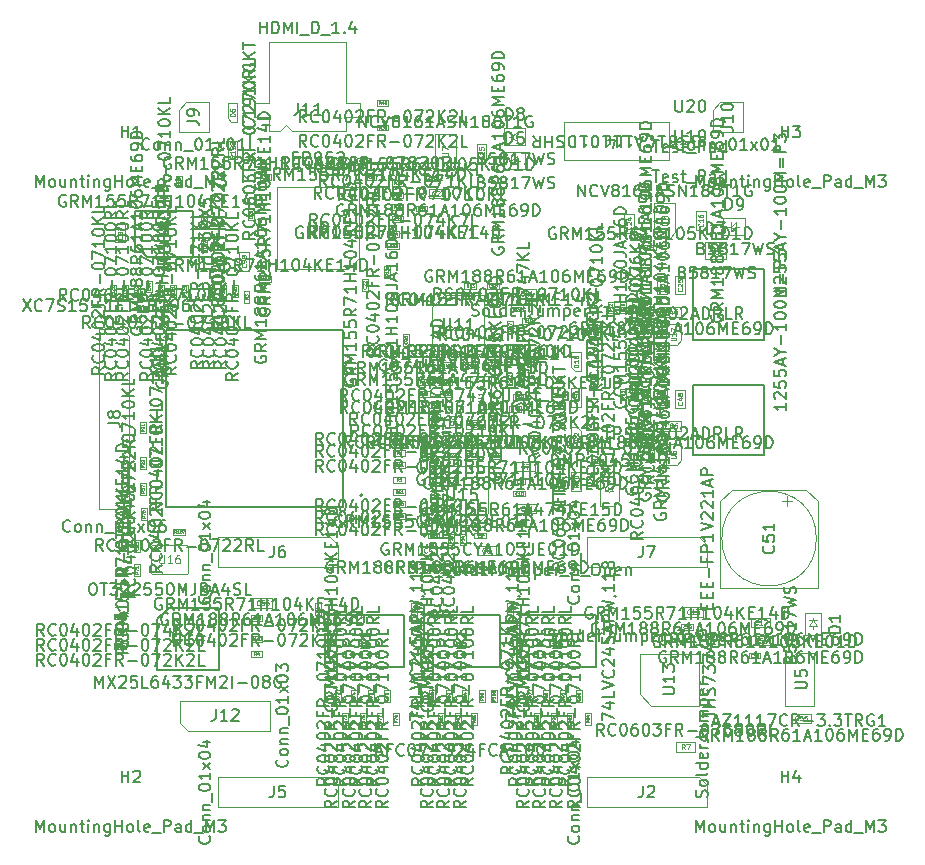
<source format=gbr>
%TF.GenerationSoftware,KiCad,Pcbnew,8.0.7*%
%TF.CreationDate,2025-01-06T22:32:22+01:00*%
%TF.ProjectId,hd_64_v0,68645f36-345f-4763-902e-6b696361645f,0.2*%
%TF.SameCoordinates,PX4737720PY55fe290*%
%TF.FileFunction,AssemblyDrawing,Top*%
%FSLAX46Y46*%
G04 Gerber Fmt 4.6, Leading zero omitted, Abs format (unit mm)*
G04 Created by KiCad (PCBNEW 8.0.7) date 2025-01-06 22:32:22*
%MOMM*%
%LPD*%
G01*
G04 APERTURE LIST*
%ADD10C,0.150000*%
%ADD11C,0.060000*%
%ADD12C,0.040000*%
%ADD13C,0.075000*%
%ADD14C,0.062500*%
%ADD15C,0.105000*%
%ADD16C,0.100000*%
%ADD17C,0.127000*%
%ADD18C,0.025400*%
%ADD19C,0.200000*%
G04 APERTURE END LIST*
D10*
X39267808Y15345800D02*
X39410665Y15298181D01*
X39410665Y15298181D02*
X39648760Y15298181D01*
X39648760Y15298181D02*
X39743998Y15345800D01*
X39743998Y15345800D02*
X39791617Y15393420D01*
X39791617Y15393420D02*
X39839236Y15488658D01*
X39839236Y15488658D02*
X39839236Y15583896D01*
X39839236Y15583896D02*
X39791617Y15679134D01*
X39791617Y15679134D02*
X39743998Y15726753D01*
X39743998Y15726753D02*
X39648760Y15774372D01*
X39648760Y15774372D02*
X39458284Y15821991D01*
X39458284Y15821991D02*
X39363046Y15869610D01*
X39363046Y15869610D02*
X39315427Y15917229D01*
X39315427Y15917229D02*
X39267808Y16012467D01*
X39267808Y16012467D02*
X39267808Y16107705D01*
X39267808Y16107705D02*
X39315427Y16202943D01*
X39315427Y16202943D02*
X39363046Y16250562D01*
X39363046Y16250562D02*
X39458284Y16298181D01*
X39458284Y16298181D02*
X39696379Y16298181D01*
X39696379Y16298181D02*
X39839236Y16250562D01*
X40410665Y15298181D02*
X40315427Y15345800D01*
X40315427Y15345800D02*
X40267808Y15393420D01*
X40267808Y15393420D02*
X40220189Y15488658D01*
X40220189Y15488658D02*
X40220189Y15774372D01*
X40220189Y15774372D02*
X40267808Y15869610D01*
X40267808Y15869610D02*
X40315427Y15917229D01*
X40315427Y15917229D02*
X40410665Y15964848D01*
X40410665Y15964848D02*
X40553522Y15964848D01*
X40553522Y15964848D02*
X40648760Y15917229D01*
X40648760Y15917229D02*
X40696379Y15869610D01*
X40696379Y15869610D02*
X40743998Y15774372D01*
X40743998Y15774372D02*
X40743998Y15488658D01*
X40743998Y15488658D02*
X40696379Y15393420D01*
X40696379Y15393420D02*
X40648760Y15345800D01*
X40648760Y15345800D02*
X40553522Y15298181D01*
X40553522Y15298181D02*
X40410665Y15298181D01*
X41315427Y15298181D02*
X41220189Y15345800D01*
X41220189Y15345800D02*
X41172570Y15441039D01*
X41172570Y15441039D02*
X41172570Y16298181D01*
X42124951Y15298181D02*
X42124951Y16298181D01*
X42124951Y15345800D02*
X42029713Y15298181D01*
X42029713Y15298181D02*
X41839237Y15298181D01*
X41839237Y15298181D02*
X41743999Y15345800D01*
X41743999Y15345800D02*
X41696380Y15393420D01*
X41696380Y15393420D02*
X41648761Y15488658D01*
X41648761Y15488658D02*
X41648761Y15774372D01*
X41648761Y15774372D02*
X41696380Y15869610D01*
X41696380Y15869610D02*
X41743999Y15917229D01*
X41743999Y15917229D02*
X41839237Y15964848D01*
X41839237Y15964848D02*
X42029713Y15964848D01*
X42029713Y15964848D02*
X42124951Y15917229D01*
X42982094Y15345800D02*
X42886856Y15298181D01*
X42886856Y15298181D02*
X42696380Y15298181D01*
X42696380Y15298181D02*
X42601142Y15345800D01*
X42601142Y15345800D02*
X42553523Y15441039D01*
X42553523Y15441039D02*
X42553523Y15821991D01*
X42553523Y15821991D02*
X42601142Y15917229D01*
X42601142Y15917229D02*
X42696380Y15964848D01*
X42696380Y15964848D02*
X42886856Y15964848D01*
X42886856Y15964848D02*
X42982094Y15917229D01*
X42982094Y15917229D02*
X43029713Y15821991D01*
X43029713Y15821991D02*
X43029713Y15726753D01*
X43029713Y15726753D02*
X42553523Y15631515D01*
X43458285Y15298181D02*
X43458285Y15964848D01*
X43458285Y15774372D02*
X43505904Y15869610D01*
X43505904Y15869610D02*
X43553523Y15917229D01*
X43553523Y15917229D02*
X43648761Y15964848D01*
X43648761Y15964848D02*
X43743999Y15964848D01*
X44363047Y16298181D02*
X44363047Y15583896D01*
X44363047Y15583896D02*
X44315428Y15441039D01*
X44315428Y15441039D02*
X44220190Y15345800D01*
X44220190Y15345800D02*
X44077333Y15298181D01*
X44077333Y15298181D02*
X43982095Y15298181D01*
X45267809Y15964848D02*
X45267809Y15298181D01*
X44839238Y15964848D02*
X44839238Y15441039D01*
X44839238Y15441039D02*
X44886857Y15345800D01*
X44886857Y15345800D02*
X44982095Y15298181D01*
X44982095Y15298181D02*
X45124952Y15298181D01*
X45124952Y15298181D02*
X45220190Y15345800D01*
X45220190Y15345800D02*
X45267809Y15393420D01*
X45744000Y15298181D02*
X45744000Y15964848D01*
X45744000Y15869610D02*
X45791619Y15917229D01*
X45791619Y15917229D02*
X45886857Y15964848D01*
X45886857Y15964848D02*
X46029714Y15964848D01*
X46029714Y15964848D02*
X46124952Y15917229D01*
X46124952Y15917229D02*
X46172571Y15821991D01*
X46172571Y15821991D02*
X46172571Y15298181D01*
X46172571Y15821991D02*
X46220190Y15917229D01*
X46220190Y15917229D02*
X46315428Y15964848D01*
X46315428Y15964848D02*
X46458285Y15964848D01*
X46458285Y15964848D02*
X46553524Y15917229D01*
X46553524Y15917229D02*
X46601143Y15821991D01*
X46601143Y15821991D02*
X46601143Y15298181D01*
X47077333Y15964848D02*
X47077333Y14964848D01*
X47077333Y15917229D02*
X47172571Y15964848D01*
X47172571Y15964848D02*
X47363047Y15964848D01*
X47363047Y15964848D02*
X47458285Y15917229D01*
X47458285Y15917229D02*
X47505904Y15869610D01*
X47505904Y15869610D02*
X47553523Y15774372D01*
X47553523Y15774372D02*
X47553523Y15488658D01*
X47553523Y15488658D02*
X47505904Y15393420D01*
X47505904Y15393420D02*
X47458285Y15345800D01*
X47458285Y15345800D02*
X47363047Y15298181D01*
X47363047Y15298181D02*
X47172571Y15298181D01*
X47172571Y15298181D02*
X47077333Y15345800D01*
X48363047Y15345800D02*
X48267809Y15298181D01*
X48267809Y15298181D02*
X48077333Y15298181D01*
X48077333Y15298181D02*
X47982095Y15345800D01*
X47982095Y15345800D02*
X47934476Y15441039D01*
X47934476Y15441039D02*
X47934476Y15821991D01*
X47934476Y15821991D02*
X47982095Y15917229D01*
X47982095Y15917229D02*
X48077333Y15964848D01*
X48077333Y15964848D02*
X48267809Y15964848D01*
X48267809Y15964848D02*
X48363047Y15917229D01*
X48363047Y15917229D02*
X48410666Y15821991D01*
X48410666Y15821991D02*
X48410666Y15726753D01*
X48410666Y15726753D02*
X47934476Y15631515D01*
X48839238Y15298181D02*
X48839238Y15964848D01*
X48839238Y15774372D02*
X48886857Y15869610D01*
X48886857Y15869610D02*
X48934476Y15917229D01*
X48934476Y15917229D02*
X49029714Y15964848D01*
X49029714Y15964848D02*
X49124952Y15964848D01*
X49220191Y15202943D02*
X49982095Y15202943D01*
X50124953Y16298181D02*
X50744000Y16298181D01*
X50744000Y16298181D02*
X50410667Y15917229D01*
X50410667Y15917229D02*
X50553524Y15917229D01*
X50553524Y15917229D02*
X50648762Y15869610D01*
X50648762Y15869610D02*
X50696381Y15821991D01*
X50696381Y15821991D02*
X50744000Y15726753D01*
X50744000Y15726753D02*
X50744000Y15488658D01*
X50744000Y15488658D02*
X50696381Y15393420D01*
X50696381Y15393420D02*
X50648762Y15345800D01*
X50648762Y15345800D02*
X50553524Y15298181D01*
X50553524Y15298181D02*
X50267810Y15298181D01*
X50267810Y15298181D02*
X50172572Y15345800D01*
X50172572Y15345800D02*
X50124953Y15393420D01*
X50934477Y15202943D02*
X51696381Y15202943D01*
X52124953Y16298181D02*
X52315429Y16298181D01*
X52315429Y16298181D02*
X52410667Y16250562D01*
X52410667Y16250562D02*
X52505905Y16155324D01*
X52505905Y16155324D02*
X52553524Y15964848D01*
X52553524Y15964848D02*
X52553524Y15631515D01*
X52553524Y15631515D02*
X52505905Y15441039D01*
X52505905Y15441039D02*
X52410667Y15345800D01*
X52410667Y15345800D02*
X52315429Y15298181D01*
X52315429Y15298181D02*
X52124953Y15298181D01*
X52124953Y15298181D02*
X52029715Y15345800D01*
X52029715Y15345800D02*
X51934477Y15441039D01*
X51934477Y15441039D02*
X51886858Y15631515D01*
X51886858Y15631515D02*
X51886858Y15964848D01*
X51886858Y15964848D02*
X51934477Y16155324D01*
X51934477Y16155324D02*
X52029715Y16250562D01*
X52029715Y16250562D02*
X52124953Y16298181D01*
X52982096Y15964848D02*
X52982096Y14964848D01*
X52982096Y15917229D02*
X53077334Y15964848D01*
X53077334Y15964848D02*
X53267810Y15964848D01*
X53267810Y15964848D02*
X53363048Y15917229D01*
X53363048Y15917229D02*
X53410667Y15869610D01*
X53410667Y15869610D02*
X53458286Y15774372D01*
X53458286Y15774372D02*
X53458286Y15488658D01*
X53458286Y15488658D02*
X53410667Y15393420D01*
X53410667Y15393420D02*
X53363048Y15345800D01*
X53363048Y15345800D02*
X53267810Y15298181D01*
X53267810Y15298181D02*
X53077334Y15298181D01*
X53077334Y15298181D02*
X52982096Y15345800D01*
X54267810Y15345800D02*
X54172572Y15298181D01*
X54172572Y15298181D02*
X53982096Y15298181D01*
X53982096Y15298181D02*
X53886858Y15345800D01*
X53886858Y15345800D02*
X53839239Y15441039D01*
X53839239Y15441039D02*
X53839239Y15821991D01*
X53839239Y15821991D02*
X53886858Y15917229D01*
X53886858Y15917229D02*
X53982096Y15964848D01*
X53982096Y15964848D02*
X54172572Y15964848D01*
X54172572Y15964848D02*
X54267810Y15917229D01*
X54267810Y15917229D02*
X54315429Y15821991D01*
X54315429Y15821991D02*
X54315429Y15726753D01*
X54315429Y15726753D02*
X53839239Y15631515D01*
X54744001Y15964848D02*
X54744001Y15298181D01*
X54744001Y15869610D02*
X54791620Y15917229D01*
X54791620Y15917229D02*
X54886858Y15964848D01*
X54886858Y15964848D02*
X55029715Y15964848D01*
X55029715Y15964848D02*
X55124953Y15917229D01*
X55124953Y15917229D02*
X55172572Y15821991D01*
X55172572Y15821991D02*
X55172572Y15298181D01*
X3856438Y41846191D02*
X3808819Y41750953D01*
X3808819Y41750953D02*
X3808819Y41608096D01*
X3808819Y41608096D02*
X3856438Y41465239D01*
X3856438Y41465239D02*
X3951676Y41370001D01*
X3951676Y41370001D02*
X4046914Y41322382D01*
X4046914Y41322382D02*
X4237390Y41274763D01*
X4237390Y41274763D02*
X4380247Y41274763D01*
X4380247Y41274763D02*
X4570723Y41322382D01*
X4570723Y41322382D02*
X4665961Y41370001D01*
X4665961Y41370001D02*
X4761200Y41465239D01*
X4761200Y41465239D02*
X4808819Y41608096D01*
X4808819Y41608096D02*
X4808819Y41703334D01*
X4808819Y41703334D02*
X4761200Y41846191D01*
X4761200Y41846191D02*
X4713580Y41893810D01*
X4713580Y41893810D02*
X4380247Y41893810D01*
X4380247Y41893810D02*
X4380247Y41703334D01*
X4808819Y42893810D02*
X4332628Y42560477D01*
X4808819Y42322382D02*
X3808819Y42322382D01*
X3808819Y42322382D02*
X3808819Y42703334D01*
X3808819Y42703334D02*
X3856438Y42798572D01*
X3856438Y42798572D02*
X3904057Y42846191D01*
X3904057Y42846191D02*
X3999295Y42893810D01*
X3999295Y42893810D02*
X4142152Y42893810D01*
X4142152Y42893810D02*
X4237390Y42846191D01*
X4237390Y42846191D02*
X4285009Y42798572D01*
X4285009Y42798572D02*
X4332628Y42703334D01*
X4332628Y42703334D02*
X4332628Y42322382D01*
X4808819Y43322382D02*
X3808819Y43322382D01*
X3808819Y43322382D02*
X4523104Y43655715D01*
X4523104Y43655715D02*
X3808819Y43989048D01*
X3808819Y43989048D02*
X4808819Y43989048D01*
X4808819Y44989048D02*
X4808819Y44417620D01*
X4808819Y44703334D02*
X3808819Y44703334D01*
X3808819Y44703334D02*
X3951676Y44608096D01*
X3951676Y44608096D02*
X4046914Y44512858D01*
X4046914Y44512858D02*
X4094533Y44417620D01*
X4237390Y45560477D02*
X4189771Y45465239D01*
X4189771Y45465239D02*
X4142152Y45417620D01*
X4142152Y45417620D02*
X4046914Y45370001D01*
X4046914Y45370001D02*
X3999295Y45370001D01*
X3999295Y45370001D02*
X3904057Y45417620D01*
X3904057Y45417620D02*
X3856438Y45465239D01*
X3856438Y45465239D02*
X3808819Y45560477D01*
X3808819Y45560477D02*
X3808819Y45750953D01*
X3808819Y45750953D02*
X3856438Y45846191D01*
X3856438Y45846191D02*
X3904057Y45893810D01*
X3904057Y45893810D02*
X3999295Y45941429D01*
X3999295Y45941429D02*
X4046914Y45941429D01*
X4046914Y45941429D02*
X4142152Y45893810D01*
X4142152Y45893810D02*
X4189771Y45846191D01*
X4189771Y45846191D02*
X4237390Y45750953D01*
X4237390Y45750953D02*
X4237390Y45560477D01*
X4237390Y45560477D02*
X4285009Y45465239D01*
X4285009Y45465239D02*
X4332628Y45417620D01*
X4332628Y45417620D02*
X4427866Y45370001D01*
X4427866Y45370001D02*
X4618342Y45370001D01*
X4618342Y45370001D02*
X4713580Y45417620D01*
X4713580Y45417620D02*
X4761200Y45465239D01*
X4761200Y45465239D02*
X4808819Y45560477D01*
X4808819Y45560477D02*
X4808819Y45750953D01*
X4808819Y45750953D02*
X4761200Y45846191D01*
X4761200Y45846191D02*
X4713580Y45893810D01*
X4713580Y45893810D02*
X4618342Y45941429D01*
X4618342Y45941429D02*
X4427866Y45941429D01*
X4427866Y45941429D02*
X4332628Y45893810D01*
X4332628Y45893810D02*
X4285009Y45846191D01*
X4285009Y45846191D02*
X4237390Y45750953D01*
X4237390Y46512858D02*
X4189771Y46417620D01*
X4189771Y46417620D02*
X4142152Y46370001D01*
X4142152Y46370001D02*
X4046914Y46322382D01*
X4046914Y46322382D02*
X3999295Y46322382D01*
X3999295Y46322382D02*
X3904057Y46370001D01*
X3904057Y46370001D02*
X3856438Y46417620D01*
X3856438Y46417620D02*
X3808819Y46512858D01*
X3808819Y46512858D02*
X3808819Y46703334D01*
X3808819Y46703334D02*
X3856438Y46798572D01*
X3856438Y46798572D02*
X3904057Y46846191D01*
X3904057Y46846191D02*
X3999295Y46893810D01*
X3999295Y46893810D02*
X4046914Y46893810D01*
X4046914Y46893810D02*
X4142152Y46846191D01*
X4142152Y46846191D02*
X4189771Y46798572D01*
X4189771Y46798572D02*
X4237390Y46703334D01*
X4237390Y46703334D02*
X4237390Y46512858D01*
X4237390Y46512858D02*
X4285009Y46417620D01*
X4285009Y46417620D02*
X4332628Y46370001D01*
X4332628Y46370001D02*
X4427866Y46322382D01*
X4427866Y46322382D02*
X4618342Y46322382D01*
X4618342Y46322382D02*
X4713580Y46370001D01*
X4713580Y46370001D02*
X4761200Y46417620D01*
X4761200Y46417620D02*
X4808819Y46512858D01*
X4808819Y46512858D02*
X4808819Y46703334D01*
X4808819Y46703334D02*
X4761200Y46798572D01*
X4761200Y46798572D02*
X4713580Y46846191D01*
X4713580Y46846191D02*
X4618342Y46893810D01*
X4618342Y46893810D02*
X4427866Y46893810D01*
X4427866Y46893810D02*
X4332628Y46846191D01*
X4332628Y46846191D02*
X4285009Y46798572D01*
X4285009Y46798572D02*
X4237390Y46703334D01*
X4808819Y47893810D02*
X4332628Y47560477D01*
X4808819Y47322382D02*
X3808819Y47322382D01*
X3808819Y47322382D02*
X3808819Y47703334D01*
X3808819Y47703334D02*
X3856438Y47798572D01*
X3856438Y47798572D02*
X3904057Y47846191D01*
X3904057Y47846191D02*
X3999295Y47893810D01*
X3999295Y47893810D02*
X4142152Y47893810D01*
X4142152Y47893810D02*
X4237390Y47846191D01*
X4237390Y47846191D02*
X4285009Y47798572D01*
X4285009Y47798572D02*
X4332628Y47703334D01*
X4332628Y47703334D02*
X4332628Y47322382D01*
X3808819Y48750953D02*
X3808819Y48560477D01*
X3808819Y48560477D02*
X3856438Y48465239D01*
X3856438Y48465239D02*
X3904057Y48417620D01*
X3904057Y48417620D02*
X4046914Y48322382D01*
X4046914Y48322382D02*
X4237390Y48274763D01*
X4237390Y48274763D02*
X4618342Y48274763D01*
X4618342Y48274763D02*
X4713580Y48322382D01*
X4713580Y48322382D02*
X4761200Y48370001D01*
X4761200Y48370001D02*
X4808819Y48465239D01*
X4808819Y48465239D02*
X4808819Y48655715D01*
X4808819Y48655715D02*
X4761200Y48750953D01*
X4761200Y48750953D02*
X4713580Y48798572D01*
X4713580Y48798572D02*
X4618342Y48846191D01*
X4618342Y48846191D02*
X4380247Y48846191D01*
X4380247Y48846191D02*
X4285009Y48798572D01*
X4285009Y48798572D02*
X4237390Y48750953D01*
X4237390Y48750953D02*
X4189771Y48655715D01*
X4189771Y48655715D02*
X4189771Y48465239D01*
X4189771Y48465239D02*
X4237390Y48370001D01*
X4237390Y48370001D02*
X4285009Y48322382D01*
X4285009Y48322382D02*
X4380247Y48274763D01*
X4808819Y49798572D02*
X4808819Y49227144D01*
X4808819Y49512858D02*
X3808819Y49512858D01*
X3808819Y49512858D02*
X3951676Y49417620D01*
X3951676Y49417620D02*
X4046914Y49322382D01*
X4046914Y49322382D02*
X4094533Y49227144D01*
X4523104Y50179525D02*
X4523104Y50655715D01*
X4808819Y50084287D02*
X3808819Y50417620D01*
X3808819Y50417620D02*
X4808819Y50750953D01*
X4808819Y51608096D02*
X4808819Y51036668D01*
X4808819Y51322382D02*
X3808819Y51322382D01*
X3808819Y51322382D02*
X3951676Y51227144D01*
X3951676Y51227144D02*
X4046914Y51131906D01*
X4046914Y51131906D02*
X4094533Y51036668D01*
X3808819Y52227144D02*
X3808819Y52322382D01*
X3808819Y52322382D02*
X3856438Y52417620D01*
X3856438Y52417620D02*
X3904057Y52465239D01*
X3904057Y52465239D02*
X3999295Y52512858D01*
X3999295Y52512858D02*
X4189771Y52560477D01*
X4189771Y52560477D02*
X4427866Y52560477D01*
X4427866Y52560477D02*
X4618342Y52512858D01*
X4618342Y52512858D02*
X4713580Y52465239D01*
X4713580Y52465239D02*
X4761200Y52417620D01*
X4761200Y52417620D02*
X4808819Y52322382D01*
X4808819Y52322382D02*
X4808819Y52227144D01*
X4808819Y52227144D02*
X4761200Y52131906D01*
X4761200Y52131906D02*
X4713580Y52084287D01*
X4713580Y52084287D02*
X4618342Y52036668D01*
X4618342Y52036668D02*
X4427866Y51989049D01*
X4427866Y51989049D02*
X4189771Y51989049D01*
X4189771Y51989049D02*
X3999295Y52036668D01*
X3999295Y52036668D02*
X3904057Y52084287D01*
X3904057Y52084287D02*
X3856438Y52131906D01*
X3856438Y52131906D02*
X3808819Y52227144D01*
X3808819Y53417620D02*
X3808819Y53227144D01*
X3808819Y53227144D02*
X3856438Y53131906D01*
X3856438Y53131906D02*
X3904057Y53084287D01*
X3904057Y53084287D02*
X4046914Y52989049D01*
X4046914Y52989049D02*
X4237390Y52941430D01*
X4237390Y52941430D02*
X4618342Y52941430D01*
X4618342Y52941430D02*
X4713580Y52989049D01*
X4713580Y52989049D02*
X4761200Y53036668D01*
X4761200Y53036668D02*
X4808819Y53131906D01*
X4808819Y53131906D02*
X4808819Y53322382D01*
X4808819Y53322382D02*
X4761200Y53417620D01*
X4761200Y53417620D02*
X4713580Y53465239D01*
X4713580Y53465239D02*
X4618342Y53512858D01*
X4618342Y53512858D02*
X4380247Y53512858D01*
X4380247Y53512858D02*
X4285009Y53465239D01*
X4285009Y53465239D02*
X4237390Y53417620D01*
X4237390Y53417620D02*
X4189771Y53322382D01*
X4189771Y53322382D02*
X4189771Y53131906D01*
X4189771Y53131906D02*
X4237390Y53036668D01*
X4237390Y53036668D02*
X4285009Y52989049D01*
X4285009Y52989049D02*
X4380247Y52941430D01*
X4808819Y53941430D02*
X3808819Y53941430D01*
X3808819Y53941430D02*
X4523104Y54274763D01*
X4523104Y54274763D02*
X3808819Y54608096D01*
X3808819Y54608096D02*
X4808819Y54608096D01*
X4285009Y55084287D02*
X4285009Y55417620D01*
X4808819Y55560477D02*
X4808819Y55084287D01*
X4808819Y55084287D02*
X3808819Y55084287D01*
X3808819Y55084287D02*
X3808819Y55560477D01*
X3808819Y56417620D02*
X3808819Y56227144D01*
X3808819Y56227144D02*
X3856438Y56131906D01*
X3856438Y56131906D02*
X3904057Y56084287D01*
X3904057Y56084287D02*
X4046914Y55989049D01*
X4046914Y55989049D02*
X4237390Y55941430D01*
X4237390Y55941430D02*
X4618342Y55941430D01*
X4618342Y55941430D02*
X4713580Y55989049D01*
X4713580Y55989049D02*
X4761200Y56036668D01*
X4761200Y56036668D02*
X4808819Y56131906D01*
X4808819Y56131906D02*
X4808819Y56322382D01*
X4808819Y56322382D02*
X4761200Y56417620D01*
X4761200Y56417620D02*
X4713580Y56465239D01*
X4713580Y56465239D02*
X4618342Y56512858D01*
X4618342Y56512858D02*
X4380247Y56512858D01*
X4380247Y56512858D02*
X4285009Y56465239D01*
X4285009Y56465239D02*
X4237390Y56417620D01*
X4237390Y56417620D02*
X4189771Y56322382D01*
X4189771Y56322382D02*
X4189771Y56131906D01*
X4189771Y56131906D02*
X4237390Y56036668D01*
X4237390Y56036668D02*
X4285009Y55989049D01*
X4285009Y55989049D02*
X4380247Y55941430D01*
X4808819Y56989049D02*
X4808819Y57179525D01*
X4808819Y57179525D02*
X4761200Y57274763D01*
X4761200Y57274763D02*
X4713580Y57322382D01*
X4713580Y57322382D02*
X4570723Y57417620D01*
X4570723Y57417620D02*
X4380247Y57465239D01*
X4380247Y57465239D02*
X3999295Y57465239D01*
X3999295Y57465239D02*
X3904057Y57417620D01*
X3904057Y57417620D02*
X3856438Y57370001D01*
X3856438Y57370001D02*
X3808819Y57274763D01*
X3808819Y57274763D02*
X3808819Y57084287D01*
X3808819Y57084287D02*
X3856438Y56989049D01*
X3856438Y56989049D02*
X3904057Y56941430D01*
X3904057Y56941430D02*
X3999295Y56893811D01*
X3999295Y56893811D02*
X4237390Y56893811D01*
X4237390Y56893811D02*
X4332628Y56941430D01*
X4332628Y56941430D02*
X4380247Y56989049D01*
X4380247Y56989049D02*
X4427866Y57084287D01*
X4427866Y57084287D02*
X4427866Y57274763D01*
X4427866Y57274763D02*
X4380247Y57370001D01*
X4380247Y57370001D02*
X4332628Y57417620D01*
X4332628Y57417620D02*
X4237390Y57465239D01*
X4808819Y57893811D02*
X3808819Y57893811D01*
X3808819Y57893811D02*
X3808819Y58131906D01*
X3808819Y58131906D02*
X3856438Y58274763D01*
X3856438Y58274763D02*
X3951676Y58370001D01*
X3951676Y58370001D02*
X4046914Y58417620D01*
X4046914Y58417620D02*
X4237390Y58465239D01*
X4237390Y58465239D02*
X4380247Y58465239D01*
X4380247Y58465239D02*
X4570723Y58417620D01*
X4570723Y58417620D02*
X4665961Y58370001D01*
X4665961Y58370001D02*
X4761200Y58274763D01*
X4761200Y58274763D02*
X4808819Y58131906D01*
X4808819Y58131906D02*
X4808819Y57893811D01*
D11*
X3067832Y49612858D02*
X3086880Y49593810D01*
X3086880Y49593810D02*
X3105927Y49536668D01*
X3105927Y49536668D02*
X3105927Y49498572D01*
X3105927Y49498572D02*
X3086880Y49441429D01*
X3086880Y49441429D02*
X3048784Y49403334D01*
X3048784Y49403334D02*
X3010689Y49384287D01*
X3010689Y49384287D02*
X2934499Y49365239D01*
X2934499Y49365239D02*
X2877356Y49365239D01*
X2877356Y49365239D02*
X2801165Y49384287D01*
X2801165Y49384287D02*
X2763070Y49403334D01*
X2763070Y49403334D02*
X2724975Y49441429D01*
X2724975Y49441429D02*
X2705927Y49498572D01*
X2705927Y49498572D02*
X2705927Y49536668D01*
X2705927Y49536668D02*
X2724975Y49593810D01*
X2724975Y49593810D02*
X2744022Y49612858D01*
X3105927Y49803334D02*
X3105927Y49879525D01*
X3105927Y49879525D02*
X3086880Y49917620D01*
X3086880Y49917620D02*
X3067832Y49936668D01*
X3067832Y49936668D02*
X3010689Y49974763D01*
X3010689Y49974763D02*
X2934499Y49993810D01*
X2934499Y49993810D02*
X2782118Y49993810D01*
X2782118Y49993810D02*
X2744022Y49974763D01*
X2744022Y49974763D02*
X2724975Y49955715D01*
X2724975Y49955715D02*
X2705927Y49917620D01*
X2705927Y49917620D02*
X2705927Y49841429D01*
X2705927Y49841429D02*
X2724975Y49803334D01*
X2724975Y49803334D02*
X2744022Y49784287D01*
X2744022Y49784287D02*
X2782118Y49765239D01*
X2782118Y49765239D02*
X2877356Y49765239D01*
X2877356Y49765239D02*
X2915451Y49784287D01*
X2915451Y49784287D02*
X2934499Y49803334D01*
X2934499Y49803334D02*
X2953546Y49841429D01*
X2953546Y49841429D02*
X2953546Y49917620D01*
X2953546Y49917620D02*
X2934499Y49955715D01*
X2934499Y49955715D02*
X2915451Y49974763D01*
X2915451Y49974763D02*
X2877356Y49993810D01*
X2705927Y50127143D02*
X2705927Y50393810D01*
X2705927Y50393810D02*
X3105927Y50222381D01*
D10*
X38513319Y31068619D02*
X38037128Y30735286D01*
X38513319Y30497191D02*
X37513319Y30497191D01*
X37513319Y30497191D02*
X37513319Y30878143D01*
X37513319Y30878143D02*
X37560938Y30973381D01*
X37560938Y30973381D02*
X37608557Y31021000D01*
X37608557Y31021000D02*
X37703795Y31068619D01*
X37703795Y31068619D02*
X37846652Y31068619D01*
X37846652Y31068619D02*
X37941890Y31021000D01*
X37941890Y31021000D02*
X37989509Y30973381D01*
X37989509Y30973381D02*
X38037128Y30878143D01*
X38037128Y30878143D02*
X38037128Y30497191D01*
X38418080Y32068619D02*
X38465700Y32021000D01*
X38465700Y32021000D02*
X38513319Y31878143D01*
X38513319Y31878143D02*
X38513319Y31782905D01*
X38513319Y31782905D02*
X38465700Y31640048D01*
X38465700Y31640048D02*
X38370461Y31544810D01*
X38370461Y31544810D02*
X38275223Y31497191D01*
X38275223Y31497191D02*
X38084747Y31449572D01*
X38084747Y31449572D02*
X37941890Y31449572D01*
X37941890Y31449572D02*
X37751414Y31497191D01*
X37751414Y31497191D02*
X37656176Y31544810D01*
X37656176Y31544810D02*
X37560938Y31640048D01*
X37560938Y31640048D02*
X37513319Y31782905D01*
X37513319Y31782905D02*
X37513319Y31878143D01*
X37513319Y31878143D02*
X37560938Y32021000D01*
X37560938Y32021000D02*
X37608557Y32068619D01*
X37513319Y32687667D02*
X37513319Y32782905D01*
X37513319Y32782905D02*
X37560938Y32878143D01*
X37560938Y32878143D02*
X37608557Y32925762D01*
X37608557Y32925762D02*
X37703795Y32973381D01*
X37703795Y32973381D02*
X37894271Y33021000D01*
X37894271Y33021000D02*
X38132366Y33021000D01*
X38132366Y33021000D02*
X38322842Y32973381D01*
X38322842Y32973381D02*
X38418080Y32925762D01*
X38418080Y32925762D02*
X38465700Y32878143D01*
X38465700Y32878143D02*
X38513319Y32782905D01*
X38513319Y32782905D02*
X38513319Y32687667D01*
X38513319Y32687667D02*
X38465700Y32592429D01*
X38465700Y32592429D02*
X38418080Y32544810D01*
X38418080Y32544810D02*
X38322842Y32497191D01*
X38322842Y32497191D02*
X38132366Y32449572D01*
X38132366Y32449572D02*
X37894271Y32449572D01*
X37894271Y32449572D02*
X37703795Y32497191D01*
X37703795Y32497191D02*
X37608557Y32544810D01*
X37608557Y32544810D02*
X37560938Y32592429D01*
X37560938Y32592429D02*
X37513319Y32687667D01*
X37846652Y33878143D02*
X38513319Y33878143D01*
X37465700Y33640048D02*
X38179985Y33401953D01*
X38179985Y33401953D02*
X38179985Y34021000D01*
X37513319Y34592429D02*
X37513319Y34687667D01*
X37513319Y34687667D02*
X37560938Y34782905D01*
X37560938Y34782905D02*
X37608557Y34830524D01*
X37608557Y34830524D02*
X37703795Y34878143D01*
X37703795Y34878143D02*
X37894271Y34925762D01*
X37894271Y34925762D02*
X38132366Y34925762D01*
X38132366Y34925762D02*
X38322842Y34878143D01*
X38322842Y34878143D02*
X38418080Y34830524D01*
X38418080Y34830524D02*
X38465700Y34782905D01*
X38465700Y34782905D02*
X38513319Y34687667D01*
X38513319Y34687667D02*
X38513319Y34592429D01*
X38513319Y34592429D02*
X38465700Y34497191D01*
X38465700Y34497191D02*
X38418080Y34449572D01*
X38418080Y34449572D02*
X38322842Y34401953D01*
X38322842Y34401953D02*
X38132366Y34354334D01*
X38132366Y34354334D02*
X37894271Y34354334D01*
X37894271Y34354334D02*
X37703795Y34401953D01*
X37703795Y34401953D02*
X37608557Y34449572D01*
X37608557Y34449572D02*
X37560938Y34497191D01*
X37560938Y34497191D02*
X37513319Y34592429D01*
X37608557Y35306715D02*
X37560938Y35354334D01*
X37560938Y35354334D02*
X37513319Y35449572D01*
X37513319Y35449572D02*
X37513319Y35687667D01*
X37513319Y35687667D02*
X37560938Y35782905D01*
X37560938Y35782905D02*
X37608557Y35830524D01*
X37608557Y35830524D02*
X37703795Y35878143D01*
X37703795Y35878143D02*
X37799033Y35878143D01*
X37799033Y35878143D02*
X37941890Y35830524D01*
X37941890Y35830524D02*
X38513319Y35259096D01*
X38513319Y35259096D02*
X38513319Y35878143D01*
X37989509Y36640048D02*
X37989509Y36306715D01*
X38513319Y36306715D02*
X37513319Y36306715D01*
X37513319Y36306715D02*
X37513319Y36782905D01*
X38513319Y37735286D02*
X38037128Y37401953D01*
X38513319Y37163858D02*
X37513319Y37163858D01*
X37513319Y37163858D02*
X37513319Y37544810D01*
X37513319Y37544810D02*
X37560938Y37640048D01*
X37560938Y37640048D02*
X37608557Y37687667D01*
X37608557Y37687667D02*
X37703795Y37735286D01*
X37703795Y37735286D02*
X37846652Y37735286D01*
X37846652Y37735286D02*
X37941890Y37687667D01*
X37941890Y37687667D02*
X37989509Y37640048D01*
X37989509Y37640048D02*
X38037128Y37544810D01*
X38037128Y37544810D02*
X38037128Y37163858D01*
X38132366Y38163858D02*
X38132366Y38925762D01*
X37513319Y39592429D02*
X37513319Y39687667D01*
X37513319Y39687667D02*
X37560938Y39782905D01*
X37560938Y39782905D02*
X37608557Y39830524D01*
X37608557Y39830524D02*
X37703795Y39878143D01*
X37703795Y39878143D02*
X37894271Y39925762D01*
X37894271Y39925762D02*
X38132366Y39925762D01*
X38132366Y39925762D02*
X38322842Y39878143D01*
X38322842Y39878143D02*
X38418080Y39830524D01*
X38418080Y39830524D02*
X38465700Y39782905D01*
X38465700Y39782905D02*
X38513319Y39687667D01*
X38513319Y39687667D02*
X38513319Y39592429D01*
X38513319Y39592429D02*
X38465700Y39497191D01*
X38465700Y39497191D02*
X38418080Y39449572D01*
X38418080Y39449572D02*
X38322842Y39401953D01*
X38322842Y39401953D02*
X38132366Y39354334D01*
X38132366Y39354334D02*
X37894271Y39354334D01*
X37894271Y39354334D02*
X37703795Y39401953D01*
X37703795Y39401953D02*
X37608557Y39449572D01*
X37608557Y39449572D02*
X37560938Y39497191D01*
X37560938Y39497191D02*
X37513319Y39592429D01*
X37513319Y40259096D02*
X37513319Y40925762D01*
X37513319Y40925762D02*
X38513319Y40497191D01*
X37608557Y41259096D02*
X37560938Y41306715D01*
X37560938Y41306715D02*
X37513319Y41401953D01*
X37513319Y41401953D02*
X37513319Y41640048D01*
X37513319Y41640048D02*
X37560938Y41735286D01*
X37560938Y41735286D02*
X37608557Y41782905D01*
X37608557Y41782905D02*
X37703795Y41830524D01*
X37703795Y41830524D02*
X37799033Y41830524D01*
X37799033Y41830524D02*
X37941890Y41782905D01*
X37941890Y41782905D02*
X38513319Y41211477D01*
X38513319Y41211477D02*
X38513319Y41830524D01*
X38513319Y42259096D02*
X37513319Y42259096D01*
X38513319Y42830524D02*
X37941890Y42401953D01*
X37513319Y42830524D02*
X38084747Y42259096D01*
X37608557Y43211477D02*
X37560938Y43259096D01*
X37560938Y43259096D02*
X37513319Y43354334D01*
X37513319Y43354334D02*
X37513319Y43592429D01*
X37513319Y43592429D02*
X37560938Y43687667D01*
X37560938Y43687667D02*
X37608557Y43735286D01*
X37608557Y43735286D02*
X37703795Y43782905D01*
X37703795Y43782905D02*
X37799033Y43782905D01*
X37799033Y43782905D02*
X37941890Y43735286D01*
X37941890Y43735286D02*
X38513319Y43163858D01*
X38513319Y43163858D02*
X38513319Y43782905D01*
X38513319Y44687667D02*
X38513319Y44211477D01*
X38513319Y44211477D02*
X37513319Y44211477D01*
D12*
X37002074Y37360286D02*
X36883027Y37276953D01*
X37002074Y37217429D02*
X36752074Y37217429D01*
X36752074Y37217429D02*
X36752074Y37312667D01*
X36752074Y37312667D02*
X36763979Y37336477D01*
X36763979Y37336477D02*
X36775884Y37348382D01*
X36775884Y37348382D02*
X36799693Y37360286D01*
X36799693Y37360286D02*
X36835408Y37360286D01*
X36835408Y37360286D02*
X36859217Y37348382D01*
X36859217Y37348382D02*
X36871122Y37336477D01*
X36871122Y37336477D02*
X36883027Y37312667D01*
X36883027Y37312667D02*
X36883027Y37217429D01*
X36752074Y37586477D02*
X36752074Y37467429D01*
X36752074Y37467429D02*
X36871122Y37455525D01*
X36871122Y37455525D02*
X36859217Y37467429D01*
X36859217Y37467429D02*
X36847312Y37491239D01*
X36847312Y37491239D02*
X36847312Y37550763D01*
X36847312Y37550763D02*
X36859217Y37574572D01*
X36859217Y37574572D02*
X36871122Y37586477D01*
X36871122Y37586477D02*
X36894931Y37598382D01*
X36894931Y37598382D02*
X36954455Y37598382D01*
X36954455Y37598382D02*
X36978265Y37586477D01*
X36978265Y37586477D02*
X36990170Y37574572D01*
X36990170Y37574572D02*
X37002074Y37550763D01*
X37002074Y37550763D02*
X37002074Y37491239D01*
X37002074Y37491239D02*
X36990170Y37467429D01*
X36990170Y37467429D02*
X36978265Y37455525D01*
X37002074Y37836477D02*
X37002074Y37693620D01*
X37002074Y37765048D02*
X36752074Y37765048D01*
X36752074Y37765048D02*
X36787789Y37741239D01*
X36787789Y37741239D02*
X36811598Y37717429D01*
X36811598Y37717429D02*
X36823503Y37693620D01*
D10*
X32812819Y3716429D02*
X32336628Y3383096D01*
X32812819Y3145001D02*
X31812819Y3145001D01*
X31812819Y3145001D02*
X31812819Y3525953D01*
X31812819Y3525953D02*
X31860438Y3621191D01*
X31860438Y3621191D02*
X31908057Y3668810D01*
X31908057Y3668810D02*
X32003295Y3716429D01*
X32003295Y3716429D02*
X32146152Y3716429D01*
X32146152Y3716429D02*
X32241390Y3668810D01*
X32241390Y3668810D02*
X32289009Y3621191D01*
X32289009Y3621191D02*
X32336628Y3525953D01*
X32336628Y3525953D02*
X32336628Y3145001D01*
X32717580Y4716429D02*
X32765200Y4668810D01*
X32765200Y4668810D02*
X32812819Y4525953D01*
X32812819Y4525953D02*
X32812819Y4430715D01*
X32812819Y4430715D02*
X32765200Y4287858D01*
X32765200Y4287858D02*
X32669961Y4192620D01*
X32669961Y4192620D02*
X32574723Y4145001D01*
X32574723Y4145001D02*
X32384247Y4097382D01*
X32384247Y4097382D02*
X32241390Y4097382D01*
X32241390Y4097382D02*
X32050914Y4145001D01*
X32050914Y4145001D02*
X31955676Y4192620D01*
X31955676Y4192620D02*
X31860438Y4287858D01*
X31860438Y4287858D02*
X31812819Y4430715D01*
X31812819Y4430715D02*
X31812819Y4525953D01*
X31812819Y4525953D02*
X31860438Y4668810D01*
X31860438Y4668810D02*
X31908057Y4716429D01*
X31812819Y5335477D02*
X31812819Y5430715D01*
X31812819Y5430715D02*
X31860438Y5525953D01*
X31860438Y5525953D02*
X31908057Y5573572D01*
X31908057Y5573572D02*
X32003295Y5621191D01*
X32003295Y5621191D02*
X32193771Y5668810D01*
X32193771Y5668810D02*
X32431866Y5668810D01*
X32431866Y5668810D02*
X32622342Y5621191D01*
X32622342Y5621191D02*
X32717580Y5573572D01*
X32717580Y5573572D02*
X32765200Y5525953D01*
X32765200Y5525953D02*
X32812819Y5430715D01*
X32812819Y5430715D02*
X32812819Y5335477D01*
X32812819Y5335477D02*
X32765200Y5240239D01*
X32765200Y5240239D02*
X32717580Y5192620D01*
X32717580Y5192620D02*
X32622342Y5145001D01*
X32622342Y5145001D02*
X32431866Y5097382D01*
X32431866Y5097382D02*
X32193771Y5097382D01*
X32193771Y5097382D02*
X32003295Y5145001D01*
X32003295Y5145001D02*
X31908057Y5192620D01*
X31908057Y5192620D02*
X31860438Y5240239D01*
X31860438Y5240239D02*
X31812819Y5335477D01*
X32146152Y6525953D02*
X32812819Y6525953D01*
X31765200Y6287858D02*
X32479485Y6049763D01*
X32479485Y6049763D02*
X32479485Y6668810D01*
X31812819Y7240239D02*
X31812819Y7335477D01*
X31812819Y7335477D02*
X31860438Y7430715D01*
X31860438Y7430715D02*
X31908057Y7478334D01*
X31908057Y7478334D02*
X32003295Y7525953D01*
X32003295Y7525953D02*
X32193771Y7573572D01*
X32193771Y7573572D02*
X32431866Y7573572D01*
X32431866Y7573572D02*
X32622342Y7525953D01*
X32622342Y7525953D02*
X32717580Y7478334D01*
X32717580Y7478334D02*
X32765200Y7430715D01*
X32765200Y7430715D02*
X32812819Y7335477D01*
X32812819Y7335477D02*
X32812819Y7240239D01*
X32812819Y7240239D02*
X32765200Y7145001D01*
X32765200Y7145001D02*
X32717580Y7097382D01*
X32717580Y7097382D02*
X32622342Y7049763D01*
X32622342Y7049763D02*
X32431866Y7002144D01*
X32431866Y7002144D02*
X32193771Y7002144D01*
X32193771Y7002144D02*
X32003295Y7049763D01*
X32003295Y7049763D02*
X31908057Y7097382D01*
X31908057Y7097382D02*
X31860438Y7145001D01*
X31860438Y7145001D02*
X31812819Y7240239D01*
X31908057Y7954525D02*
X31860438Y8002144D01*
X31860438Y8002144D02*
X31812819Y8097382D01*
X31812819Y8097382D02*
X31812819Y8335477D01*
X31812819Y8335477D02*
X31860438Y8430715D01*
X31860438Y8430715D02*
X31908057Y8478334D01*
X31908057Y8478334D02*
X32003295Y8525953D01*
X32003295Y8525953D02*
X32098533Y8525953D01*
X32098533Y8525953D02*
X32241390Y8478334D01*
X32241390Y8478334D02*
X32812819Y7906906D01*
X32812819Y7906906D02*
X32812819Y8525953D01*
X32289009Y9287858D02*
X32289009Y8954525D01*
X32812819Y8954525D02*
X31812819Y8954525D01*
X31812819Y8954525D02*
X31812819Y9430715D01*
X32812819Y10383096D02*
X32336628Y10049763D01*
X32812819Y9811668D02*
X31812819Y9811668D01*
X31812819Y9811668D02*
X31812819Y10192620D01*
X31812819Y10192620D02*
X31860438Y10287858D01*
X31860438Y10287858D02*
X31908057Y10335477D01*
X31908057Y10335477D02*
X32003295Y10383096D01*
X32003295Y10383096D02*
X32146152Y10383096D01*
X32146152Y10383096D02*
X32241390Y10335477D01*
X32241390Y10335477D02*
X32289009Y10287858D01*
X32289009Y10287858D02*
X32336628Y10192620D01*
X32336628Y10192620D02*
X32336628Y9811668D01*
X32431866Y10811668D02*
X32431866Y11573572D01*
X31812819Y12240239D02*
X31812819Y12335477D01*
X31812819Y12335477D02*
X31860438Y12430715D01*
X31860438Y12430715D02*
X31908057Y12478334D01*
X31908057Y12478334D02*
X32003295Y12525953D01*
X32003295Y12525953D02*
X32193771Y12573572D01*
X32193771Y12573572D02*
X32431866Y12573572D01*
X32431866Y12573572D02*
X32622342Y12525953D01*
X32622342Y12525953D02*
X32717580Y12478334D01*
X32717580Y12478334D02*
X32765200Y12430715D01*
X32765200Y12430715D02*
X32812819Y12335477D01*
X32812819Y12335477D02*
X32812819Y12240239D01*
X32812819Y12240239D02*
X32765200Y12145001D01*
X32765200Y12145001D02*
X32717580Y12097382D01*
X32717580Y12097382D02*
X32622342Y12049763D01*
X32622342Y12049763D02*
X32431866Y12002144D01*
X32431866Y12002144D02*
X32193771Y12002144D01*
X32193771Y12002144D02*
X32003295Y12049763D01*
X32003295Y12049763D02*
X31908057Y12097382D01*
X31908057Y12097382D02*
X31860438Y12145001D01*
X31860438Y12145001D02*
X31812819Y12240239D01*
X31812819Y12906906D02*
X31812819Y13573572D01*
X31812819Y13573572D02*
X32812819Y13145001D01*
X32812819Y14478334D02*
X32812819Y13906906D01*
X32812819Y14192620D02*
X31812819Y14192620D01*
X31812819Y14192620D02*
X31955676Y14097382D01*
X31955676Y14097382D02*
X32050914Y14002144D01*
X32050914Y14002144D02*
X32098533Y13906906D01*
X31812819Y15097382D02*
X31812819Y15192620D01*
X31812819Y15192620D02*
X31860438Y15287858D01*
X31860438Y15287858D02*
X31908057Y15335477D01*
X31908057Y15335477D02*
X32003295Y15383096D01*
X32003295Y15383096D02*
X32193771Y15430715D01*
X32193771Y15430715D02*
X32431866Y15430715D01*
X32431866Y15430715D02*
X32622342Y15383096D01*
X32622342Y15383096D02*
X32717580Y15335477D01*
X32717580Y15335477D02*
X32765200Y15287858D01*
X32765200Y15287858D02*
X32812819Y15192620D01*
X32812819Y15192620D02*
X32812819Y15097382D01*
X32812819Y15097382D02*
X32765200Y15002144D01*
X32765200Y15002144D02*
X32717580Y14954525D01*
X32717580Y14954525D02*
X32622342Y14906906D01*
X32622342Y14906906D02*
X32431866Y14859287D01*
X32431866Y14859287D02*
X32193771Y14859287D01*
X32193771Y14859287D02*
X32003295Y14906906D01*
X32003295Y14906906D02*
X31908057Y14954525D01*
X31908057Y14954525D02*
X31860438Y15002144D01*
X31860438Y15002144D02*
X31812819Y15097382D01*
X31812819Y16049763D02*
X31812819Y16145001D01*
X31812819Y16145001D02*
X31860438Y16240239D01*
X31860438Y16240239D02*
X31908057Y16287858D01*
X31908057Y16287858D02*
X32003295Y16335477D01*
X32003295Y16335477D02*
X32193771Y16383096D01*
X32193771Y16383096D02*
X32431866Y16383096D01*
X32431866Y16383096D02*
X32622342Y16335477D01*
X32622342Y16335477D02*
X32717580Y16287858D01*
X32717580Y16287858D02*
X32765200Y16240239D01*
X32765200Y16240239D02*
X32812819Y16145001D01*
X32812819Y16145001D02*
X32812819Y16049763D01*
X32812819Y16049763D02*
X32765200Y15954525D01*
X32765200Y15954525D02*
X32717580Y15906906D01*
X32717580Y15906906D02*
X32622342Y15859287D01*
X32622342Y15859287D02*
X32431866Y15811668D01*
X32431866Y15811668D02*
X32193771Y15811668D01*
X32193771Y15811668D02*
X32003295Y15859287D01*
X32003295Y15859287D02*
X31908057Y15906906D01*
X31908057Y15906906D02*
X31860438Y15954525D01*
X31860438Y15954525D02*
X31812819Y16049763D01*
X32812819Y17383096D02*
X32336628Y17049763D01*
X32812819Y16811668D02*
X31812819Y16811668D01*
X31812819Y16811668D02*
X31812819Y17192620D01*
X31812819Y17192620D02*
X31860438Y17287858D01*
X31860438Y17287858D02*
X31908057Y17335477D01*
X31908057Y17335477D02*
X32003295Y17383096D01*
X32003295Y17383096D02*
X32146152Y17383096D01*
X32146152Y17383096D02*
X32241390Y17335477D01*
X32241390Y17335477D02*
X32289009Y17287858D01*
X32289009Y17287858D02*
X32336628Y17192620D01*
X32336628Y17192620D02*
X32336628Y16811668D01*
X32812819Y18287858D02*
X32812819Y17811668D01*
X32812819Y17811668D02*
X31812819Y17811668D01*
D12*
X33641574Y10484286D02*
X33522527Y10400953D01*
X33641574Y10341429D02*
X33391574Y10341429D01*
X33391574Y10341429D02*
X33391574Y10436667D01*
X33391574Y10436667D02*
X33403479Y10460477D01*
X33403479Y10460477D02*
X33415384Y10472382D01*
X33415384Y10472382D02*
X33439193Y10484286D01*
X33439193Y10484286D02*
X33474908Y10484286D01*
X33474908Y10484286D02*
X33498717Y10472382D01*
X33498717Y10472382D02*
X33510622Y10460477D01*
X33510622Y10460477D02*
X33522527Y10436667D01*
X33522527Y10436667D02*
X33522527Y10341429D01*
X33498717Y10627144D02*
X33486812Y10603334D01*
X33486812Y10603334D02*
X33474908Y10591429D01*
X33474908Y10591429D02*
X33451098Y10579525D01*
X33451098Y10579525D02*
X33439193Y10579525D01*
X33439193Y10579525D02*
X33415384Y10591429D01*
X33415384Y10591429D02*
X33403479Y10603334D01*
X33403479Y10603334D02*
X33391574Y10627144D01*
X33391574Y10627144D02*
X33391574Y10674763D01*
X33391574Y10674763D02*
X33403479Y10698572D01*
X33403479Y10698572D02*
X33415384Y10710477D01*
X33415384Y10710477D02*
X33439193Y10722382D01*
X33439193Y10722382D02*
X33451098Y10722382D01*
X33451098Y10722382D02*
X33474908Y10710477D01*
X33474908Y10710477D02*
X33486812Y10698572D01*
X33486812Y10698572D02*
X33498717Y10674763D01*
X33498717Y10674763D02*
X33498717Y10627144D01*
X33498717Y10627144D02*
X33510622Y10603334D01*
X33510622Y10603334D02*
X33522527Y10591429D01*
X33522527Y10591429D02*
X33546336Y10579525D01*
X33546336Y10579525D02*
X33593955Y10579525D01*
X33593955Y10579525D02*
X33617765Y10591429D01*
X33617765Y10591429D02*
X33629670Y10603334D01*
X33629670Y10603334D02*
X33641574Y10627144D01*
X33641574Y10627144D02*
X33641574Y10674763D01*
X33641574Y10674763D02*
X33629670Y10698572D01*
X33629670Y10698572D02*
X33617765Y10710477D01*
X33617765Y10710477D02*
X33593955Y10722382D01*
X33593955Y10722382D02*
X33546336Y10722382D01*
X33546336Y10722382D02*
X33522527Y10710477D01*
X33522527Y10710477D02*
X33510622Y10698572D01*
X33510622Y10698572D02*
X33498717Y10674763D01*
X33391574Y10936667D02*
X33391574Y10889048D01*
X33391574Y10889048D02*
X33403479Y10865239D01*
X33403479Y10865239D02*
X33415384Y10853334D01*
X33415384Y10853334D02*
X33451098Y10829524D01*
X33451098Y10829524D02*
X33498717Y10817620D01*
X33498717Y10817620D02*
X33593955Y10817620D01*
X33593955Y10817620D02*
X33617765Y10829524D01*
X33617765Y10829524D02*
X33629670Y10841429D01*
X33629670Y10841429D02*
X33641574Y10865239D01*
X33641574Y10865239D02*
X33641574Y10912858D01*
X33641574Y10912858D02*
X33629670Y10936667D01*
X33629670Y10936667D02*
X33617765Y10948572D01*
X33617765Y10948572D02*
X33593955Y10960477D01*
X33593955Y10960477D02*
X33534431Y10960477D01*
X33534431Y10960477D02*
X33510622Y10948572D01*
X33510622Y10948572D02*
X33498717Y10936667D01*
X33498717Y10936667D02*
X33486812Y10912858D01*
X33486812Y10912858D02*
X33486812Y10865239D01*
X33486812Y10865239D02*
X33498717Y10841429D01*
X33498717Y10841429D02*
X33510622Y10829524D01*
X33510622Y10829524D02*
X33534431Y10817620D01*
D10*
X6450819Y21741619D02*
X5974628Y21408286D01*
X6450819Y21170191D02*
X5450819Y21170191D01*
X5450819Y21170191D02*
X5450819Y21551143D01*
X5450819Y21551143D02*
X5498438Y21646381D01*
X5498438Y21646381D02*
X5546057Y21694000D01*
X5546057Y21694000D02*
X5641295Y21741619D01*
X5641295Y21741619D02*
X5784152Y21741619D01*
X5784152Y21741619D02*
X5879390Y21694000D01*
X5879390Y21694000D02*
X5927009Y21646381D01*
X5927009Y21646381D02*
X5974628Y21551143D01*
X5974628Y21551143D02*
X5974628Y21170191D01*
X6355580Y22741619D02*
X6403200Y22694000D01*
X6403200Y22694000D02*
X6450819Y22551143D01*
X6450819Y22551143D02*
X6450819Y22455905D01*
X6450819Y22455905D02*
X6403200Y22313048D01*
X6403200Y22313048D02*
X6307961Y22217810D01*
X6307961Y22217810D02*
X6212723Y22170191D01*
X6212723Y22170191D02*
X6022247Y22122572D01*
X6022247Y22122572D02*
X5879390Y22122572D01*
X5879390Y22122572D02*
X5688914Y22170191D01*
X5688914Y22170191D02*
X5593676Y22217810D01*
X5593676Y22217810D02*
X5498438Y22313048D01*
X5498438Y22313048D02*
X5450819Y22455905D01*
X5450819Y22455905D02*
X5450819Y22551143D01*
X5450819Y22551143D02*
X5498438Y22694000D01*
X5498438Y22694000D02*
X5546057Y22741619D01*
X5450819Y23360667D02*
X5450819Y23455905D01*
X5450819Y23455905D02*
X5498438Y23551143D01*
X5498438Y23551143D02*
X5546057Y23598762D01*
X5546057Y23598762D02*
X5641295Y23646381D01*
X5641295Y23646381D02*
X5831771Y23694000D01*
X5831771Y23694000D02*
X6069866Y23694000D01*
X6069866Y23694000D02*
X6260342Y23646381D01*
X6260342Y23646381D02*
X6355580Y23598762D01*
X6355580Y23598762D02*
X6403200Y23551143D01*
X6403200Y23551143D02*
X6450819Y23455905D01*
X6450819Y23455905D02*
X6450819Y23360667D01*
X6450819Y23360667D02*
X6403200Y23265429D01*
X6403200Y23265429D02*
X6355580Y23217810D01*
X6355580Y23217810D02*
X6260342Y23170191D01*
X6260342Y23170191D02*
X6069866Y23122572D01*
X6069866Y23122572D02*
X5831771Y23122572D01*
X5831771Y23122572D02*
X5641295Y23170191D01*
X5641295Y23170191D02*
X5546057Y23217810D01*
X5546057Y23217810D02*
X5498438Y23265429D01*
X5498438Y23265429D02*
X5450819Y23360667D01*
X5784152Y24551143D02*
X6450819Y24551143D01*
X5403200Y24313048D02*
X6117485Y24074953D01*
X6117485Y24074953D02*
X6117485Y24694000D01*
X5450819Y25265429D02*
X5450819Y25360667D01*
X5450819Y25360667D02*
X5498438Y25455905D01*
X5498438Y25455905D02*
X5546057Y25503524D01*
X5546057Y25503524D02*
X5641295Y25551143D01*
X5641295Y25551143D02*
X5831771Y25598762D01*
X5831771Y25598762D02*
X6069866Y25598762D01*
X6069866Y25598762D02*
X6260342Y25551143D01*
X6260342Y25551143D02*
X6355580Y25503524D01*
X6355580Y25503524D02*
X6403200Y25455905D01*
X6403200Y25455905D02*
X6450819Y25360667D01*
X6450819Y25360667D02*
X6450819Y25265429D01*
X6450819Y25265429D02*
X6403200Y25170191D01*
X6403200Y25170191D02*
X6355580Y25122572D01*
X6355580Y25122572D02*
X6260342Y25074953D01*
X6260342Y25074953D02*
X6069866Y25027334D01*
X6069866Y25027334D02*
X5831771Y25027334D01*
X5831771Y25027334D02*
X5641295Y25074953D01*
X5641295Y25074953D02*
X5546057Y25122572D01*
X5546057Y25122572D02*
X5498438Y25170191D01*
X5498438Y25170191D02*
X5450819Y25265429D01*
X5546057Y25979715D02*
X5498438Y26027334D01*
X5498438Y26027334D02*
X5450819Y26122572D01*
X5450819Y26122572D02*
X5450819Y26360667D01*
X5450819Y26360667D02*
X5498438Y26455905D01*
X5498438Y26455905D02*
X5546057Y26503524D01*
X5546057Y26503524D02*
X5641295Y26551143D01*
X5641295Y26551143D02*
X5736533Y26551143D01*
X5736533Y26551143D02*
X5879390Y26503524D01*
X5879390Y26503524D02*
X6450819Y25932096D01*
X6450819Y25932096D02*
X6450819Y26551143D01*
X5927009Y27313048D02*
X5927009Y26979715D01*
X6450819Y26979715D02*
X5450819Y26979715D01*
X5450819Y26979715D02*
X5450819Y27455905D01*
X6450819Y28408286D02*
X5974628Y28074953D01*
X6450819Y27836858D02*
X5450819Y27836858D01*
X5450819Y27836858D02*
X5450819Y28217810D01*
X5450819Y28217810D02*
X5498438Y28313048D01*
X5498438Y28313048D02*
X5546057Y28360667D01*
X5546057Y28360667D02*
X5641295Y28408286D01*
X5641295Y28408286D02*
X5784152Y28408286D01*
X5784152Y28408286D02*
X5879390Y28360667D01*
X5879390Y28360667D02*
X5927009Y28313048D01*
X5927009Y28313048D02*
X5974628Y28217810D01*
X5974628Y28217810D02*
X5974628Y27836858D01*
X6069866Y28836858D02*
X6069866Y29598762D01*
X5450819Y30265429D02*
X5450819Y30360667D01*
X5450819Y30360667D02*
X5498438Y30455905D01*
X5498438Y30455905D02*
X5546057Y30503524D01*
X5546057Y30503524D02*
X5641295Y30551143D01*
X5641295Y30551143D02*
X5831771Y30598762D01*
X5831771Y30598762D02*
X6069866Y30598762D01*
X6069866Y30598762D02*
X6260342Y30551143D01*
X6260342Y30551143D02*
X6355580Y30503524D01*
X6355580Y30503524D02*
X6403200Y30455905D01*
X6403200Y30455905D02*
X6450819Y30360667D01*
X6450819Y30360667D02*
X6450819Y30265429D01*
X6450819Y30265429D02*
X6403200Y30170191D01*
X6403200Y30170191D02*
X6355580Y30122572D01*
X6355580Y30122572D02*
X6260342Y30074953D01*
X6260342Y30074953D02*
X6069866Y30027334D01*
X6069866Y30027334D02*
X5831771Y30027334D01*
X5831771Y30027334D02*
X5641295Y30074953D01*
X5641295Y30074953D02*
X5546057Y30122572D01*
X5546057Y30122572D02*
X5498438Y30170191D01*
X5498438Y30170191D02*
X5450819Y30265429D01*
X5450819Y30932096D02*
X5450819Y31598762D01*
X5450819Y31598762D02*
X6450819Y31170191D01*
X6450819Y32503524D02*
X6450819Y31932096D01*
X6450819Y32217810D02*
X5450819Y32217810D01*
X5450819Y32217810D02*
X5593676Y32122572D01*
X5593676Y32122572D02*
X5688914Y32027334D01*
X5688914Y32027334D02*
X5736533Y31932096D01*
X5450819Y33122572D02*
X5450819Y33217810D01*
X5450819Y33217810D02*
X5498438Y33313048D01*
X5498438Y33313048D02*
X5546057Y33360667D01*
X5546057Y33360667D02*
X5641295Y33408286D01*
X5641295Y33408286D02*
X5831771Y33455905D01*
X5831771Y33455905D02*
X6069866Y33455905D01*
X6069866Y33455905D02*
X6260342Y33408286D01*
X6260342Y33408286D02*
X6355580Y33360667D01*
X6355580Y33360667D02*
X6403200Y33313048D01*
X6403200Y33313048D02*
X6450819Y33217810D01*
X6450819Y33217810D02*
X6450819Y33122572D01*
X6450819Y33122572D02*
X6403200Y33027334D01*
X6403200Y33027334D02*
X6355580Y32979715D01*
X6355580Y32979715D02*
X6260342Y32932096D01*
X6260342Y32932096D02*
X6069866Y32884477D01*
X6069866Y32884477D02*
X5831771Y32884477D01*
X5831771Y32884477D02*
X5641295Y32932096D01*
X5641295Y32932096D02*
X5546057Y32979715D01*
X5546057Y32979715D02*
X5498438Y33027334D01*
X5498438Y33027334D02*
X5450819Y33122572D01*
X6450819Y33884477D02*
X5450819Y33884477D01*
X6450819Y34455905D02*
X5879390Y34027334D01*
X5450819Y34455905D02*
X6022247Y33884477D01*
X6450819Y35360667D02*
X6450819Y34884477D01*
X6450819Y34884477D02*
X5450819Y34884477D01*
D12*
X4939574Y28033286D02*
X4820527Y27949953D01*
X4939574Y27890429D02*
X4689574Y27890429D01*
X4689574Y27890429D02*
X4689574Y27985667D01*
X4689574Y27985667D02*
X4701479Y28009477D01*
X4701479Y28009477D02*
X4713384Y28021382D01*
X4713384Y28021382D02*
X4737193Y28033286D01*
X4737193Y28033286D02*
X4772908Y28033286D01*
X4772908Y28033286D02*
X4796717Y28021382D01*
X4796717Y28021382D02*
X4808622Y28009477D01*
X4808622Y28009477D02*
X4820527Y27985667D01*
X4820527Y27985667D02*
X4820527Y27890429D01*
X4689574Y28259477D02*
X4689574Y28140429D01*
X4689574Y28140429D02*
X4808622Y28128525D01*
X4808622Y28128525D02*
X4796717Y28140429D01*
X4796717Y28140429D02*
X4784812Y28164239D01*
X4784812Y28164239D02*
X4784812Y28223763D01*
X4784812Y28223763D02*
X4796717Y28247572D01*
X4796717Y28247572D02*
X4808622Y28259477D01*
X4808622Y28259477D02*
X4832431Y28271382D01*
X4832431Y28271382D02*
X4891955Y28271382D01*
X4891955Y28271382D02*
X4915765Y28259477D01*
X4915765Y28259477D02*
X4927670Y28247572D01*
X4927670Y28247572D02*
X4939574Y28223763D01*
X4939574Y28223763D02*
X4939574Y28164239D01*
X4939574Y28164239D02*
X4927670Y28140429D01*
X4927670Y28140429D02*
X4915765Y28128525D01*
X4689574Y28354715D02*
X4689574Y28521381D01*
X4689574Y28521381D02*
X4939574Y28414239D01*
D10*
X38273819Y3716429D02*
X37797628Y3383096D01*
X38273819Y3145001D02*
X37273819Y3145001D01*
X37273819Y3145001D02*
X37273819Y3525953D01*
X37273819Y3525953D02*
X37321438Y3621191D01*
X37321438Y3621191D02*
X37369057Y3668810D01*
X37369057Y3668810D02*
X37464295Y3716429D01*
X37464295Y3716429D02*
X37607152Y3716429D01*
X37607152Y3716429D02*
X37702390Y3668810D01*
X37702390Y3668810D02*
X37750009Y3621191D01*
X37750009Y3621191D02*
X37797628Y3525953D01*
X37797628Y3525953D02*
X37797628Y3145001D01*
X38178580Y4716429D02*
X38226200Y4668810D01*
X38226200Y4668810D02*
X38273819Y4525953D01*
X38273819Y4525953D02*
X38273819Y4430715D01*
X38273819Y4430715D02*
X38226200Y4287858D01*
X38226200Y4287858D02*
X38130961Y4192620D01*
X38130961Y4192620D02*
X38035723Y4145001D01*
X38035723Y4145001D02*
X37845247Y4097382D01*
X37845247Y4097382D02*
X37702390Y4097382D01*
X37702390Y4097382D02*
X37511914Y4145001D01*
X37511914Y4145001D02*
X37416676Y4192620D01*
X37416676Y4192620D02*
X37321438Y4287858D01*
X37321438Y4287858D02*
X37273819Y4430715D01*
X37273819Y4430715D02*
X37273819Y4525953D01*
X37273819Y4525953D02*
X37321438Y4668810D01*
X37321438Y4668810D02*
X37369057Y4716429D01*
X37273819Y5335477D02*
X37273819Y5430715D01*
X37273819Y5430715D02*
X37321438Y5525953D01*
X37321438Y5525953D02*
X37369057Y5573572D01*
X37369057Y5573572D02*
X37464295Y5621191D01*
X37464295Y5621191D02*
X37654771Y5668810D01*
X37654771Y5668810D02*
X37892866Y5668810D01*
X37892866Y5668810D02*
X38083342Y5621191D01*
X38083342Y5621191D02*
X38178580Y5573572D01*
X38178580Y5573572D02*
X38226200Y5525953D01*
X38226200Y5525953D02*
X38273819Y5430715D01*
X38273819Y5430715D02*
X38273819Y5335477D01*
X38273819Y5335477D02*
X38226200Y5240239D01*
X38226200Y5240239D02*
X38178580Y5192620D01*
X38178580Y5192620D02*
X38083342Y5145001D01*
X38083342Y5145001D02*
X37892866Y5097382D01*
X37892866Y5097382D02*
X37654771Y5097382D01*
X37654771Y5097382D02*
X37464295Y5145001D01*
X37464295Y5145001D02*
X37369057Y5192620D01*
X37369057Y5192620D02*
X37321438Y5240239D01*
X37321438Y5240239D02*
X37273819Y5335477D01*
X37607152Y6525953D02*
X38273819Y6525953D01*
X37226200Y6287858D02*
X37940485Y6049763D01*
X37940485Y6049763D02*
X37940485Y6668810D01*
X37273819Y7240239D02*
X37273819Y7335477D01*
X37273819Y7335477D02*
X37321438Y7430715D01*
X37321438Y7430715D02*
X37369057Y7478334D01*
X37369057Y7478334D02*
X37464295Y7525953D01*
X37464295Y7525953D02*
X37654771Y7573572D01*
X37654771Y7573572D02*
X37892866Y7573572D01*
X37892866Y7573572D02*
X38083342Y7525953D01*
X38083342Y7525953D02*
X38178580Y7478334D01*
X38178580Y7478334D02*
X38226200Y7430715D01*
X38226200Y7430715D02*
X38273819Y7335477D01*
X38273819Y7335477D02*
X38273819Y7240239D01*
X38273819Y7240239D02*
X38226200Y7145001D01*
X38226200Y7145001D02*
X38178580Y7097382D01*
X38178580Y7097382D02*
X38083342Y7049763D01*
X38083342Y7049763D02*
X37892866Y7002144D01*
X37892866Y7002144D02*
X37654771Y7002144D01*
X37654771Y7002144D02*
X37464295Y7049763D01*
X37464295Y7049763D02*
X37369057Y7097382D01*
X37369057Y7097382D02*
X37321438Y7145001D01*
X37321438Y7145001D02*
X37273819Y7240239D01*
X37369057Y7954525D02*
X37321438Y8002144D01*
X37321438Y8002144D02*
X37273819Y8097382D01*
X37273819Y8097382D02*
X37273819Y8335477D01*
X37273819Y8335477D02*
X37321438Y8430715D01*
X37321438Y8430715D02*
X37369057Y8478334D01*
X37369057Y8478334D02*
X37464295Y8525953D01*
X37464295Y8525953D02*
X37559533Y8525953D01*
X37559533Y8525953D02*
X37702390Y8478334D01*
X37702390Y8478334D02*
X38273819Y7906906D01*
X38273819Y7906906D02*
X38273819Y8525953D01*
X37750009Y9287858D02*
X37750009Y8954525D01*
X38273819Y8954525D02*
X37273819Y8954525D01*
X37273819Y8954525D02*
X37273819Y9430715D01*
X38273819Y10383096D02*
X37797628Y10049763D01*
X38273819Y9811668D02*
X37273819Y9811668D01*
X37273819Y9811668D02*
X37273819Y10192620D01*
X37273819Y10192620D02*
X37321438Y10287858D01*
X37321438Y10287858D02*
X37369057Y10335477D01*
X37369057Y10335477D02*
X37464295Y10383096D01*
X37464295Y10383096D02*
X37607152Y10383096D01*
X37607152Y10383096D02*
X37702390Y10335477D01*
X37702390Y10335477D02*
X37750009Y10287858D01*
X37750009Y10287858D02*
X37797628Y10192620D01*
X37797628Y10192620D02*
X37797628Y9811668D01*
X37892866Y10811668D02*
X37892866Y11573572D01*
X37273819Y12240239D02*
X37273819Y12335477D01*
X37273819Y12335477D02*
X37321438Y12430715D01*
X37321438Y12430715D02*
X37369057Y12478334D01*
X37369057Y12478334D02*
X37464295Y12525953D01*
X37464295Y12525953D02*
X37654771Y12573572D01*
X37654771Y12573572D02*
X37892866Y12573572D01*
X37892866Y12573572D02*
X38083342Y12525953D01*
X38083342Y12525953D02*
X38178580Y12478334D01*
X38178580Y12478334D02*
X38226200Y12430715D01*
X38226200Y12430715D02*
X38273819Y12335477D01*
X38273819Y12335477D02*
X38273819Y12240239D01*
X38273819Y12240239D02*
X38226200Y12145001D01*
X38226200Y12145001D02*
X38178580Y12097382D01*
X38178580Y12097382D02*
X38083342Y12049763D01*
X38083342Y12049763D02*
X37892866Y12002144D01*
X37892866Y12002144D02*
X37654771Y12002144D01*
X37654771Y12002144D02*
X37464295Y12049763D01*
X37464295Y12049763D02*
X37369057Y12097382D01*
X37369057Y12097382D02*
X37321438Y12145001D01*
X37321438Y12145001D02*
X37273819Y12240239D01*
X37273819Y12906906D02*
X37273819Y13573572D01*
X37273819Y13573572D02*
X38273819Y13145001D01*
X38273819Y14478334D02*
X38273819Y13906906D01*
X38273819Y14192620D02*
X37273819Y14192620D01*
X37273819Y14192620D02*
X37416676Y14097382D01*
X37416676Y14097382D02*
X37511914Y14002144D01*
X37511914Y14002144D02*
X37559533Y13906906D01*
X37273819Y15097382D02*
X37273819Y15192620D01*
X37273819Y15192620D02*
X37321438Y15287858D01*
X37321438Y15287858D02*
X37369057Y15335477D01*
X37369057Y15335477D02*
X37464295Y15383096D01*
X37464295Y15383096D02*
X37654771Y15430715D01*
X37654771Y15430715D02*
X37892866Y15430715D01*
X37892866Y15430715D02*
X38083342Y15383096D01*
X38083342Y15383096D02*
X38178580Y15335477D01*
X38178580Y15335477D02*
X38226200Y15287858D01*
X38226200Y15287858D02*
X38273819Y15192620D01*
X38273819Y15192620D02*
X38273819Y15097382D01*
X38273819Y15097382D02*
X38226200Y15002144D01*
X38226200Y15002144D02*
X38178580Y14954525D01*
X38178580Y14954525D02*
X38083342Y14906906D01*
X38083342Y14906906D02*
X37892866Y14859287D01*
X37892866Y14859287D02*
X37654771Y14859287D01*
X37654771Y14859287D02*
X37464295Y14906906D01*
X37464295Y14906906D02*
X37369057Y14954525D01*
X37369057Y14954525D02*
X37321438Y15002144D01*
X37321438Y15002144D02*
X37273819Y15097382D01*
X37273819Y16049763D02*
X37273819Y16145001D01*
X37273819Y16145001D02*
X37321438Y16240239D01*
X37321438Y16240239D02*
X37369057Y16287858D01*
X37369057Y16287858D02*
X37464295Y16335477D01*
X37464295Y16335477D02*
X37654771Y16383096D01*
X37654771Y16383096D02*
X37892866Y16383096D01*
X37892866Y16383096D02*
X38083342Y16335477D01*
X38083342Y16335477D02*
X38178580Y16287858D01*
X38178580Y16287858D02*
X38226200Y16240239D01*
X38226200Y16240239D02*
X38273819Y16145001D01*
X38273819Y16145001D02*
X38273819Y16049763D01*
X38273819Y16049763D02*
X38226200Y15954525D01*
X38226200Y15954525D02*
X38178580Y15906906D01*
X38178580Y15906906D02*
X38083342Y15859287D01*
X38083342Y15859287D02*
X37892866Y15811668D01*
X37892866Y15811668D02*
X37654771Y15811668D01*
X37654771Y15811668D02*
X37464295Y15859287D01*
X37464295Y15859287D02*
X37369057Y15906906D01*
X37369057Y15906906D02*
X37321438Y15954525D01*
X37321438Y15954525D02*
X37273819Y16049763D01*
X38273819Y17383096D02*
X37797628Y17049763D01*
X38273819Y16811668D02*
X37273819Y16811668D01*
X37273819Y16811668D02*
X37273819Y17192620D01*
X37273819Y17192620D02*
X37321438Y17287858D01*
X37321438Y17287858D02*
X37369057Y17335477D01*
X37369057Y17335477D02*
X37464295Y17383096D01*
X37464295Y17383096D02*
X37607152Y17383096D01*
X37607152Y17383096D02*
X37702390Y17335477D01*
X37702390Y17335477D02*
X37750009Y17287858D01*
X37750009Y17287858D02*
X37797628Y17192620D01*
X37797628Y17192620D02*
X37797628Y16811668D01*
X38273819Y18287858D02*
X38273819Y17811668D01*
X38273819Y17811668D02*
X37273819Y17811668D01*
D12*
X39102574Y10484286D02*
X38983527Y10400953D01*
X39102574Y10341429D02*
X38852574Y10341429D01*
X38852574Y10341429D02*
X38852574Y10436667D01*
X38852574Y10436667D02*
X38864479Y10460477D01*
X38864479Y10460477D02*
X38876384Y10472382D01*
X38876384Y10472382D02*
X38900193Y10484286D01*
X38900193Y10484286D02*
X38935908Y10484286D01*
X38935908Y10484286D02*
X38959717Y10472382D01*
X38959717Y10472382D02*
X38971622Y10460477D01*
X38971622Y10460477D02*
X38983527Y10436667D01*
X38983527Y10436667D02*
X38983527Y10341429D01*
X38959717Y10627144D02*
X38947812Y10603334D01*
X38947812Y10603334D02*
X38935908Y10591429D01*
X38935908Y10591429D02*
X38912098Y10579525D01*
X38912098Y10579525D02*
X38900193Y10579525D01*
X38900193Y10579525D02*
X38876384Y10591429D01*
X38876384Y10591429D02*
X38864479Y10603334D01*
X38864479Y10603334D02*
X38852574Y10627144D01*
X38852574Y10627144D02*
X38852574Y10674763D01*
X38852574Y10674763D02*
X38864479Y10698572D01*
X38864479Y10698572D02*
X38876384Y10710477D01*
X38876384Y10710477D02*
X38900193Y10722382D01*
X38900193Y10722382D02*
X38912098Y10722382D01*
X38912098Y10722382D02*
X38935908Y10710477D01*
X38935908Y10710477D02*
X38947812Y10698572D01*
X38947812Y10698572D02*
X38959717Y10674763D01*
X38959717Y10674763D02*
X38959717Y10627144D01*
X38959717Y10627144D02*
X38971622Y10603334D01*
X38971622Y10603334D02*
X38983527Y10591429D01*
X38983527Y10591429D02*
X39007336Y10579525D01*
X39007336Y10579525D02*
X39054955Y10579525D01*
X39054955Y10579525D02*
X39078765Y10591429D01*
X39078765Y10591429D02*
X39090670Y10603334D01*
X39090670Y10603334D02*
X39102574Y10627144D01*
X39102574Y10627144D02*
X39102574Y10674763D01*
X39102574Y10674763D02*
X39090670Y10698572D01*
X39090670Y10698572D02*
X39078765Y10710477D01*
X39078765Y10710477D02*
X39054955Y10722382D01*
X39054955Y10722382D02*
X39007336Y10722382D01*
X39007336Y10722382D02*
X38983527Y10710477D01*
X38983527Y10710477D02*
X38971622Y10698572D01*
X38971622Y10698572D02*
X38959717Y10674763D01*
X39102574Y10841429D02*
X39102574Y10889048D01*
X39102574Y10889048D02*
X39090670Y10912858D01*
X39090670Y10912858D02*
X39078765Y10924762D01*
X39078765Y10924762D02*
X39043050Y10948572D01*
X39043050Y10948572D02*
X38995431Y10960477D01*
X38995431Y10960477D02*
X38900193Y10960477D01*
X38900193Y10960477D02*
X38876384Y10948572D01*
X38876384Y10948572D02*
X38864479Y10936667D01*
X38864479Y10936667D02*
X38852574Y10912858D01*
X38852574Y10912858D02*
X38852574Y10865239D01*
X38852574Y10865239D02*
X38864479Y10841429D01*
X38864479Y10841429D02*
X38876384Y10829524D01*
X38876384Y10829524D02*
X38900193Y10817620D01*
X38900193Y10817620D02*
X38959717Y10817620D01*
X38959717Y10817620D02*
X38983527Y10829524D01*
X38983527Y10829524D02*
X38995431Y10841429D01*
X38995431Y10841429D02*
X39007336Y10865239D01*
X39007336Y10865239D02*
X39007336Y10912858D01*
X39007336Y10912858D02*
X38995431Y10936667D01*
X38995431Y10936667D02*
X38983527Y10948572D01*
X38983527Y10948572D02*
X38959717Y10960477D01*
D10*
X50617904Y57000420D02*
X50570285Y56952800D01*
X50570285Y56952800D02*
X50427428Y56905181D01*
X50427428Y56905181D02*
X50332190Y56905181D01*
X50332190Y56905181D02*
X50189333Y56952800D01*
X50189333Y56952800D02*
X50094095Y57048039D01*
X50094095Y57048039D02*
X50046476Y57143277D01*
X50046476Y57143277D02*
X49998857Y57333753D01*
X49998857Y57333753D02*
X49998857Y57476610D01*
X49998857Y57476610D02*
X50046476Y57667086D01*
X50046476Y57667086D02*
X50094095Y57762324D01*
X50094095Y57762324D02*
X50189333Y57857562D01*
X50189333Y57857562D02*
X50332190Y57905181D01*
X50332190Y57905181D02*
X50427428Y57905181D01*
X50427428Y57905181D02*
X50570285Y57857562D01*
X50570285Y57857562D02*
X50617904Y57809943D01*
X51189333Y56905181D02*
X51094095Y56952800D01*
X51094095Y56952800D02*
X51046476Y57000420D01*
X51046476Y57000420D02*
X50998857Y57095658D01*
X50998857Y57095658D02*
X50998857Y57381372D01*
X50998857Y57381372D02*
X51046476Y57476610D01*
X51046476Y57476610D02*
X51094095Y57524229D01*
X51094095Y57524229D02*
X51189333Y57571848D01*
X51189333Y57571848D02*
X51332190Y57571848D01*
X51332190Y57571848D02*
X51427428Y57524229D01*
X51427428Y57524229D02*
X51475047Y57476610D01*
X51475047Y57476610D02*
X51522666Y57381372D01*
X51522666Y57381372D02*
X51522666Y57095658D01*
X51522666Y57095658D02*
X51475047Y57000420D01*
X51475047Y57000420D02*
X51427428Y56952800D01*
X51427428Y56952800D02*
X51332190Y56905181D01*
X51332190Y56905181D02*
X51189333Y56905181D01*
X51951238Y57571848D02*
X51951238Y56905181D01*
X51951238Y57476610D02*
X51998857Y57524229D01*
X51998857Y57524229D02*
X52094095Y57571848D01*
X52094095Y57571848D02*
X52236952Y57571848D01*
X52236952Y57571848D02*
X52332190Y57524229D01*
X52332190Y57524229D02*
X52379809Y57428991D01*
X52379809Y57428991D02*
X52379809Y56905181D01*
X52856000Y57571848D02*
X52856000Y56905181D01*
X52856000Y57476610D02*
X52903619Y57524229D01*
X52903619Y57524229D02*
X52998857Y57571848D01*
X52998857Y57571848D02*
X53141714Y57571848D01*
X53141714Y57571848D02*
X53236952Y57524229D01*
X53236952Y57524229D02*
X53284571Y57428991D01*
X53284571Y57428991D02*
X53284571Y56905181D01*
X53522667Y56809943D02*
X54284571Y56809943D01*
X54713143Y57905181D02*
X54808381Y57905181D01*
X54808381Y57905181D02*
X54903619Y57857562D01*
X54903619Y57857562D02*
X54951238Y57809943D01*
X54951238Y57809943D02*
X54998857Y57714705D01*
X54998857Y57714705D02*
X55046476Y57524229D01*
X55046476Y57524229D02*
X55046476Y57286134D01*
X55046476Y57286134D02*
X54998857Y57095658D01*
X54998857Y57095658D02*
X54951238Y57000420D01*
X54951238Y57000420D02*
X54903619Y56952800D01*
X54903619Y56952800D02*
X54808381Y56905181D01*
X54808381Y56905181D02*
X54713143Y56905181D01*
X54713143Y56905181D02*
X54617905Y56952800D01*
X54617905Y56952800D02*
X54570286Y57000420D01*
X54570286Y57000420D02*
X54522667Y57095658D01*
X54522667Y57095658D02*
X54475048Y57286134D01*
X54475048Y57286134D02*
X54475048Y57524229D01*
X54475048Y57524229D02*
X54522667Y57714705D01*
X54522667Y57714705D02*
X54570286Y57809943D01*
X54570286Y57809943D02*
X54617905Y57857562D01*
X54617905Y57857562D02*
X54713143Y57905181D01*
X55998857Y56905181D02*
X55427429Y56905181D01*
X55713143Y56905181D02*
X55713143Y57905181D01*
X55713143Y57905181D02*
X55617905Y57762324D01*
X55617905Y57762324D02*
X55522667Y57667086D01*
X55522667Y57667086D02*
X55427429Y57619467D01*
X56332191Y56905181D02*
X56856000Y57571848D01*
X56332191Y57571848D02*
X56856000Y56905181D01*
X57427429Y57905181D02*
X57522667Y57905181D01*
X57522667Y57905181D02*
X57617905Y57857562D01*
X57617905Y57857562D02*
X57665524Y57809943D01*
X57665524Y57809943D02*
X57713143Y57714705D01*
X57713143Y57714705D02*
X57760762Y57524229D01*
X57760762Y57524229D02*
X57760762Y57286134D01*
X57760762Y57286134D02*
X57713143Y57095658D01*
X57713143Y57095658D02*
X57665524Y57000420D01*
X57665524Y57000420D02*
X57617905Y56952800D01*
X57617905Y56952800D02*
X57522667Y56905181D01*
X57522667Y56905181D02*
X57427429Y56905181D01*
X57427429Y56905181D02*
X57332191Y56952800D01*
X57332191Y56952800D02*
X57284572Y57000420D01*
X57284572Y57000420D02*
X57236953Y57095658D01*
X57236953Y57095658D02*
X57189334Y57286134D01*
X57189334Y57286134D02*
X57189334Y57524229D01*
X57189334Y57524229D02*
X57236953Y57714705D01*
X57236953Y57714705D02*
X57284572Y57809943D01*
X57284572Y57809943D02*
X57332191Y57857562D01*
X57332191Y57857562D02*
X57427429Y57905181D01*
X58713143Y56905181D02*
X58141715Y56905181D01*
X58427429Y56905181D02*
X58427429Y57905181D01*
X58427429Y57905181D02*
X58332191Y57762324D01*
X58332191Y57762324D02*
X58236953Y57667086D01*
X58236953Y57667086D02*
X58141715Y57619467D01*
X53810819Y58880477D02*
X54525104Y58880477D01*
X54525104Y58880477D02*
X54667961Y58832858D01*
X54667961Y58832858D02*
X54763200Y58737620D01*
X54763200Y58737620D02*
X54810819Y58594763D01*
X54810819Y58594763D02*
X54810819Y58499525D01*
X54810819Y59880477D02*
X54810819Y59309049D01*
X54810819Y59594763D02*
X53810819Y59594763D01*
X53810819Y59594763D02*
X53953676Y59499525D01*
X53953676Y59499525D02*
X54048914Y59404287D01*
X54048914Y59404287D02*
X54096533Y59309049D01*
X53810819Y60499525D02*
X53810819Y60594763D01*
X53810819Y60594763D02*
X53858438Y60690001D01*
X53858438Y60690001D02*
X53906057Y60737620D01*
X53906057Y60737620D02*
X54001295Y60785239D01*
X54001295Y60785239D02*
X54191771Y60832858D01*
X54191771Y60832858D02*
X54429866Y60832858D01*
X54429866Y60832858D02*
X54620342Y60785239D01*
X54620342Y60785239D02*
X54715580Y60737620D01*
X54715580Y60737620D02*
X54763200Y60690001D01*
X54763200Y60690001D02*
X54810819Y60594763D01*
X54810819Y60594763D02*
X54810819Y60499525D01*
X54810819Y60499525D02*
X54763200Y60404287D01*
X54763200Y60404287D02*
X54715580Y60356668D01*
X54715580Y60356668D02*
X54620342Y60309049D01*
X54620342Y60309049D02*
X54429866Y60261430D01*
X54429866Y60261430D02*
X54191771Y60261430D01*
X54191771Y60261430D02*
X54001295Y60309049D01*
X54001295Y60309049D02*
X53906057Y60356668D01*
X53906057Y60356668D02*
X53858438Y60404287D01*
X53858438Y60404287D02*
X53810819Y60499525D01*
X29383819Y1811429D02*
X28907628Y1478096D01*
X29383819Y1240001D02*
X28383819Y1240001D01*
X28383819Y1240001D02*
X28383819Y1620953D01*
X28383819Y1620953D02*
X28431438Y1716191D01*
X28431438Y1716191D02*
X28479057Y1763810D01*
X28479057Y1763810D02*
X28574295Y1811429D01*
X28574295Y1811429D02*
X28717152Y1811429D01*
X28717152Y1811429D02*
X28812390Y1763810D01*
X28812390Y1763810D02*
X28860009Y1716191D01*
X28860009Y1716191D02*
X28907628Y1620953D01*
X28907628Y1620953D02*
X28907628Y1240001D01*
X29288580Y2811429D02*
X29336200Y2763810D01*
X29336200Y2763810D02*
X29383819Y2620953D01*
X29383819Y2620953D02*
X29383819Y2525715D01*
X29383819Y2525715D02*
X29336200Y2382858D01*
X29336200Y2382858D02*
X29240961Y2287620D01*
X29240961Y2287620D02*
X29145723Y2240001D01*
X29145723Y2240001D02*
X28955247Y2192382D01*
X28955247Y2192382D02*
X28812390Y2192382D01*
X28812390Y2192382D02*
X28621914Y2240001D01*
X28621914Y2240001D02*
X28526676Y2287620D01*
X28526676Y2287620D02*
X28431438Y2382858D01*
X28431438Y2382858D02*
X28383819Y2525715D01*
X28383819Y2525715D02*
X28383819Y2620953D01*
X28383819Y2620953D02*
X28431438Y2763810D01*
X28431438Y2763810D02*
X28479057Y2811429D01*
X28383819Y3430477D02*
X28383819Y3525715D01*
X28383819Y3525715D02*
X28431438Y3620953D01*
X28431438Y3620953D02*
X28479057Y3668572D01*
X28479057Y3668572D02*
X28574295Y3716191D01*
X28574295Y3716191D02*
X28764771Y3763810D01*
X28764771Y3763810D02*
X29002866Y3763810D01*
X29002866Y3763810D02*
X29193342Y3716191D01*
X29193342Y3716191D02*
X29288580Y3668572D01*
X29288580Y3668572D02*
X29336200Y3620953D01*
X29336200Y3620953D02*
X29383819Y3525715D01*
X29383819Y3525715D02*
X29383819Y3430477D01*
X29383819Y3430477D02*
X29336200Y3335239D01*
X29336200Y3335239D02*
X29288580Y3287620D01*
X29288580Y3287620D02*
X29193342Y3240001D01*
X29193342Y3240001D02*
X29002866Y3192382D01*
X29002866Y3192382D02*
X28764771Y3192382D01*
X28764771Y3192382D02*
X28574295Y3240001D01*
X28574295Y3240001D02*
X28479057Y3287620D01*
X28479057Y3287620D02*
X28431438Y3335239D01*
X28431438Y3335239D02*
X28383819Y3430477D01*
X28717152Y4620953D02*
X29383819Y4620953D01*
X28336200Y4382858D02*
X29050485Y4144763D01*
X29050485Y4144763D02*
X29050485Y4763810D01*
X28383819Y5335239D02*
X28383819Y5430477D01*
X28383819Y5430477D02*
X28431438Y5525715D01*
X28431438Y5525715D02*
X28479057Y5573334D01*
X28479057Y5573334D02*
X28574295Y5620953D01*
X28574295Y5620953D02*
X28764771Y5668572D01*
X28764771Y5668572D02*
X29002866Y5668572D01*
X29002866Y5668572D02*
X29193342Y5620953D01*
X29193342Y5620953D02*
X29288580Y5573334D01*
X29288580Y5573334D02*
X29336200Y5525715D01*
X29336200Y5525715D02*
X29383819Y5430477D01*
X29383819Y5430477D02*
X29383819Y5335239D01*
X29383819Y5335239D02*
X29336200Y5240001D01*
X29336200Y5240001D02*
X29288580Y5192382D01*
X29288580Y5192382D02*
X29193342Y5144763D01*
X29193342Y5144763D02*
X29002866Y5097144D01*
X29002866Y5097144D02*
X28764771Y5097144D01*
X28764771Y5097144D02*
X28574295Y5144763D01*
X28574295Y5144763D02*
X28479057Y5192382D01*
X28479057Y5192382D02*
X28431438Y5240001D01*
X28431438Y5240001D02*
X28383819Y5335239D01*
X28479057Y6049525D02*
X28431438Y6097144D01*
X28431438Y6097144D02*
X28383819Y6192382D01*
X28383819Y6192382D02*
X28383819Y6430477D01*
X28383819Y6430477D02*
X28431438Y6525715D01*
X28431438Y6525715D02*
X28479057Y6573334D01*
X28479057Y6573334D02*
X28574295Y6620953D01*
X28574295Y6620953D02*
X28669533Y6620953D01*
X28669533Y6620953D02*
X28812390Y6573334D01*
X28812390Y6573334D02*
X29383819Y6001906D01*
X29383819Y6001906D02*
X29383819Y6620953D01*
X28860009Y7382858D02*
X28860009Y7049525D01*
X29383819Y7049525D02*
X28383819Y7049525D01*
X28383819Y7049525D02*
X28383819Y7525715D01*
X29383819Y8478096D02*
X28907628Y8144763D01*
X29383819Y7906668D02*
X28383819Y7906668D01*
X28383819Y7906668D02*
X28383819Y8287620D01*
X28383819Y8287620D02*
X28431438Y8382858D01*
X28431438Y8382858D02*
X28479057Y8430477D01*
X28479057Y8430477D02*
X28574295Y8478096D01*
X28574295Y8478096D02*
X28717152Y8478096D01*
X28717152Y8478096D02*
X28812390Y8430477D01*
X28812390Y8430477D02*
X28860009Y8382858D01*
X28860009Y8382858D02*
X28907628Y8287620D01*
X28907628Y8287620D02*
X28907628Y7906668D01*
X29002866Y8906668D02*
X29002866Y9668572D01*
X28383819Y10335239D02*
X28383819Y10430477D01*
X28383819Y10430477D02*
X28431438Y10525715D01*
X28431438Y10525715D02*
X28479057Y10573334D01*
X28479057Y10573334D02*
X28574295Y10620953D01*
X28574295Y10620953D02*
X28764771Y10668572D01*
X28764771Y10668572D02*
X29002866Y10668572D01*
X29002866Y10668572D02*
X29193342Y10620953D01*
X29193342Y10620953D02*
X29288580Y10573334D01*
X29288580Y10573334D02*
X29336200Y10525715D01*
X29336200Y10525715D02*
X29383819Y10430477D01*
X29383819Y10430477D02*
X29383819Y10335239D01*
X29383819Y10335239D02*
X29336200Y10240001D01*
X29336200Y10240001D02*
X29288580Y10192382D01*
X29288580Y10192382D02*
X29193342Y10144763D01*
X29193342Y10144763D02*
X29002866Y10097144D01*
X29002866Y10097144D02*
X28764771Y10097144D01*
X28764771Y10097144D02*
X28574295Y10144763D01*
X28574295Y10144763D02*
X28479057Y10192382D01*
X28479057Y10192382D02*
X28431438Y10240001D01*
X28431438Y10240001D02*
X28383819Y10335239D01*
X28383819Y11001906D02*
X28383819Y11668572D01*
X28383819Y11668572D02*
X29383819Y11240001D01*
X29383819Y12573334D02*
X29383819Y12001906D01*
X29383819Y12287620D02*
X28383819Y12287620D01*
X28383819Y12287620D02*
X28526676Y12192382D01*
X28526676Y12192382D02*
X28621914Y12097144D01*
X28621914Y12097144D02*
X28669533Y12001906D01*
X28383819Y13192382D02*
X28383819Y13287620D01*
X28383819Y13287620D02*
X28431438Y13382858D01*
X28431438Y13382858D02*
X28479057Y13430477D01*
X28479057Y13430477D02*
X28574295Y13478096D01*
X28574295Y13478096D02*
X28764771Y13525715D01*
X28764771Y13525715D02*
X29002866Y13525715D01*
X29002866Y13525715D02*
X29193342Y13478096D01*
X29193342Y13478096D02*
X29288580Y13430477D01*
X29288580Y13430477D02*
X29336200Y13382858D01*
X29336200Y13382858D02*
X29383819Y13287620D01*
X29383819Y13287620D02*
X29383819Y13192382D01*
X29383819Y13192382D02*
X29336200Y13097144D01*
X29336200Y13097144D02*
X29288580Y13049525D01*
X29288580Y13049525D02*
X29193342Y13001906D01*
X29193342Y13001906D02*
X29002866Y12954287D01*
X29002866Y12954287D02*
X28764771Y12954287D01*
X28764771Y12954287D02*
X28574295Y13001906D01*
X28574295Y13001906D02*
X28479057Y13049525D01*
X28479057Y13049525D02*
X28431438Y13097144D01*
X28431438Y13097144D02*
X28383819Y13192382D01*
X28383819Y14144763D02*
X28383819Y14240001D01*
X28383819Y14240001D02*
X28431438Y14335239D01*
X28431438Y14335239D02*
X28479057Y14382858D01*
X28479057Y14382858D02*
X28574295Y14430477D01*
X28574295Y14430477D02*
X28764771Y14478096D01*
X28764771Y14478096D02*
X29002866Y14478096D01*
X29002866Y14478096D02*
X29193342Y14430477D01*
X29193342Y14430477D02*
X29288580Y14382858D01*
X29288580Y14382858D02*
X29336200Y14335239D01*
X29336200Y14335239D02*
X29383819Y14240001D01*
X29383819Y14240001D02*
X29383819Y14144763D01*
X29383819Y14144763D02*
X29336200Y14049525D01*
X29336200Y14049525D02*
X29288580Y14001906D01*
X29288580Y14001906D02*
X29193342Y13954287D01*
X29193342Y13954287D02*
X29002866Y13906668D01*
X29002866Y13906668D02*
X28764771Y13906668D01*
X28764771Y13906668D02*
X28574295Y13954287D01*
X28574295Y13954287D02*
X28479057Y14001906D01*
X28479057Y14001906D02*
X28431438Y14049525D01*
X28431438Y14049525D02*
X28383819Y14144763D01*
X29383819Y15478096D02*
X28907628Y15144763D01*
X29383819Y14906668D02*
X28383819Y14906668D01*
X28383819Y14906668D02*
X28383819Y15287620D01*
X28383819Y15287620D02*
X28431438Y15382858D01*
X28431438Y15382858D02*
X28479057Y15430477D01*
X28479057Y15430477D02*
X28574295Y15478096D01*
X28574295Y15478096D02*
X28717152Y15478096D01*
X28717152Y15478096D02*
X28812390Y15430477D01*
X28812390Y15430477D02*
X28860009Y15382858D01*
X28860009Y15382858D02*
X28907628Y15287620D01*
X28907628Y15287620D02*
X28907628Y14906668D01*
X29383819Y16382858D02*
X29383819Y15906668D01*
X29383819Y15906668D02*
X28383819Y15906668D01*
D12*
X30212574Y8579286D02*
X30093527Y8495953D01*
X30212574Y8436429D02*
X29962574Y8436429D01*
X29962574Y8436429D02*
X29962574Y8531667D01*
X29962574Y8531667D02*
X29974479Y8555477D01*
X29974479Y8555477D02*
X29986384Y8567382D01*
X29986384Y8567382D02*
X30010193Y8579286D01*
X30010193Y8579286D02*
X30045908Y8579286D01*
X30045908Y8579286D02*
X30069717Y8567382D01*
X30069717Y8567382D02*
X30081622Y8555477D01*
X30081622Y8555477D02*
X30093527Y8531667D01*
X30093527Y8531667D02*
X30093527Y8436429D01*
X30069717Y8722144D02*
X30057812Y8698334D01*
X30057812Y8698334D02*
X30045908Y8686429D01*
X30045908Y8686429D02*
X30022098Y8674525D01*
X30022098Y8674525D02*
X30010193Y8674525D01*
X30010193Y8674525D02*
X29986384Y8686429D01*
X29986384Y8686429D02*
X29974479Y8698334D01*
X29974479Y8698334D02*
X29962574Y8722144D01*
X29962574Y8722144D02*
X29962574Y8769763D01*
X29962574Y8769763D02*
X29974479Y8793572D01*
X29974479Y8793572D02*
X29986384Y8805477D01*
X29986384Y8805477D02*
X30010193Y8817382D01*
X30010193Y8817382D02*
X30022098Y8817382D01*
X30022098Y8817382D02*
X30045908Y8805477D01*
X30045908Y8805477D02*
X30057812Y8793572D01*
X30057812Y8793572D02*
X30069717Y8769763D01*
X30069717Y8769763D02*
X30069717Y8722144D01*
X30069717Y8722144D02*
X30081622Y8698334D01*
X30081622Y8698334D02*
X30093527Y8686429D01*
X30093527Y8686429D02*
X30117336Y8674525D01*
X30117336Y8674525D02*
X30164955Y8674525D01*
X30164955Y8674525D02*
X30188765Y8686429D01*
X30188765Y8686429D02*
X30200670Y8698334D01*
X30200670Y8698334D02*
X30212574Y8722144D01*
X30212574Y8722144D02*
X30212574Y8769763D01*
X30212574Y8769763D02*
X30200670Y8793572D01*
X30200670Y8793572D02*
X30188765Y8805477D01*
X30188765Y8805477D02*
X30164955Y8817382D01*
X30164955Y8817382D02*
X30117336Y8817382D01*
X30117336Y8817382D02*
X30093527Y8805477D01*
X30093527Y8805477D02*
X30081622Y8793572D01*
X30081622Y8793572D02*
X30069717Y8769763D01*
X30212574Y9055477D02*
X30212574Y8912620D01*
X30212574Y8984048D02*
X29962574Y8984048D01*
X29962574Y8984048D02*
X29998289Y8960239D01*
X29998289Y8960239D02*
X30022098Y8936429D01*
X30022098Y8936429D02*
X30034003Y8912620D01*
D10*
X51689999Y-844819D02*
X51689999Y155181D01*
X51689999Y155181D02*
X52023332Y-559104D01*
X52023332Y-559104D02*
X52356665Y155181D01*
X52356665Y155181D02*
X52356665Y-844819D01*
X52975713Y-844819D02*
X52880475Y-797200D01*
X52880475Y-797200D02*
X52832856Y-749580D01*
X52832856Y-749580D02*
X52785237Y-654342D01*
X52785237Y-654342D02*
X52785237Y-368628D01*
X52785237Y-368628D02*
X52832856Y-273390D01*
X52832856Y-273390D02*
X52880475Y-225771D01*
X52880475Y-225771D02*
X52975713Y-178152D01*
X52975713Y-178152D02*
X53118570Y-178152D01*
X53118570Y-178152D02*
X53213808Y-225771D01*
X53213808Y-225771D02*
X53261427Y-273390D01*
X53261427Y-273390D02*
X53309046Y-368628D01*
X53309046Y-368628D02*
X53309046Y-654342D01*
X53309046Y-654342D02*
X53261427Y-749580D01*
X53261427Y-749580D02*
X53213808Y-797200D01*
X53213808Y-797200D02*
X53118570Y-844819D01*
X53118570Y-844819D02*
X52975713Y-844819D01*
X54166189Y-178152D02*
X54166189Y-844819D01*
X53737618Y-178152D02*
X53737618Y-701961D01*
X53737618Y-701961D02*
X53785237Y-797200D01*
X53785237Y-797200D02*
X53880475Y-844819D01*
X53880475Y-844819D02*
X54023332Y-844819D01*
X54023332Y-844819D02*
X54118570Y-797200D01*
X54118570Y-797200D02*
X54166189Y-749580D01*
X54642380Y-178152D02*
X54642380Y-844819D01*
X54642380Y-273390D02*
X54689999Y-225771D01*
X54689999Y-225771D02*
X54785237Y-178152D01*
X54785237Y-178152D02*
X54928094Y-178152D01*
X54928094Y-178152D02*
X55023332Y-225771D01*
X55023332Y-225771D02*
X55070951Y-321009D01*
X55070951Y-321009D02*
X55070951Y-844819D01*
X55404285Y-178152D02*
X55785237Y-178152D01*
X55547142Y155181D02*
X55547142Y-701961D01*
X55547142Y-701961D02*
X55594761Y-797200D01*
X55594761Y-797200D02*
X55689999Y-844819D01*
X55689999Y-844819D02*
X55785237Y-844819D01*
X56118571Y-844819D02*
X56118571Y-178152D01*
X56118571Y155181D02*
X56070952Y107562D01*
X56070952Y107562D02*
X56118571Y59943D01*
X56118571Y59943D02*
X56166190Y107562D01*
X56166190Y107562D02*
X56118571Y155181D01*
X56118571Y155181D02*
X56118571Y59943D01*
X56594761Y-178152D02*
X56594761Y-844819D01*
X56594761Y-273390D02*
X56642380Y-225771D01*
X56642380Y-225771D02*
X56737618Y-178152D01*
X56737618Y-178152D02*
X56880475Y-178152D01*
X56880475Y-178152D02*
X56975713Y-225771D01*
X56975713Y-225771D02*
X57023332Y-321009D01*
X57023332Y-321009D02*
X57023332Y-844819D01*
X57928094Y-178152D02*
X57928094Y-987676D01*
X57928094Y-987676D02*
X57880475Y-1082914D01*
X57880475Y-1082914D02*
X57832856Y-1130533D01*
X57832856Y-1130533D02*
X57737618Y-1178152D01*
X57737618Y-1178152D02*
X57594761Y-1178152D01*
X57594761Y-1178152D02*
X57499523Y-1130533D01*
X57928094Y-797200D02*
X57832856Y-844819D01*
X57832856Y-844819D02*
X57642380Y-844819D01*
X57642380Y-844819D02*
X57547142Y-797200D01*
X57547142Y-797200D02*
X57499523Y-749580D01*
X57499523Y-749580D02*
X57451904Y-654342D01*
X57451904Y-654342D02*
X57451904Y-368628D01*
X57451904Y-368628D02*
X57499523Y-273390D01*
X57499523Y-273390D02*
X57547142Y-225771D01*
X57547142Y-225771D02*
X57642380Y-178152D01*
X57642380Y-178152D02*
X57832856Y-178152D01*
X57832856Y-178152D02*
X57928094Y-225771D01*
X58404285Y-844819D02*
X58404285Y155181D01*
X58404285Y-321009D02*
X58975713Y-321009D01*
X58975713Y-844819D02*
X58975713Y155181D01*
X59594761Y-844819D02*
X59499523Y-797200D01*
X59499523Y-797200D02*
X59451904Y-749580D01*
X59451904Y-749580D02*
X59404285Y-654342D01*
X59404285Y-654342D02*
X59404285Y-368628D01*
X59404285Y-368628D02*
X59451904Y-273390D01*
X59451904Y-273390D02*
X59499523Y-225771D01*
X59499523Y-225771D02*
X59594761Y-178152D01*
X59594761Y-178152D02*
X59737618Y-178152D01*
X59737618Y-178152D02*
X59832856Y-225771D01*
X59832856Y-225771D02*
X59880475Y-273390D01*
X59880475Y-273390D02*
X59928094Y-368628D01*
X59928094Y-368628D02*
X59928094Y-654342D01*
X59928094Y-654342D02*
X59880475Y-749580D01*
X59880475Y-749580D02*
X59832856Y-797200D01*
X59832856Y-797200D02*
X59737618Y-844819D01*
X59737618Y-844819D02*
X59594761Y-844819D01*
X60499523Y-844819D02*
X60404285Y-797200D01*
X60404285Y-797200D02*
X60356666Y-701961D01*
X60356666Y-701961D02*
X60356666Y155181D01*
X61261428Y-797200D02*
X61166190Y-844819D01*
X61166190Y-844819D02*
X60975714Y-844819D01*
X60975714Y-844819D02*
X60880476Y-797200D01*
X60880476Y-797200D02*
X60832857Y-701961D01*
X60832857Y-701961D02*
X60832857Y-321009D01*
X60832857Y-321009D02*
X60880476Y-225771D01*
X60880476Y-225771D02*
X60975714Y-178152D01*
X60975714Y-178152D02*
X61166190Y-178152D01*
X61166190Y-178152D02*
X61261428Y-225771D01*
X61261428Y-225771D02*
X61309047Y-321009D01*
X61309047Y-321009D02*
X61309047Y-416247D01*
X61309047Y-416247D02*
X60832857Y-511485D01*
X61499524Y-940057D02*
X62261428Y-940057D01*
X62499524Y-844819D02*
X62499524Y155181D01*
X62499524Y155181D02*
X62880476Y155181D01*
X62880476Y155181D02*
X62975714Y107562D01*
X62975714Y107562D02*
X63023333Y59943D01*
X63023333Y59943D02*
X63070952Y-35295D01*
X63070952Y-35295D02*
X63070952Y-178152D01*
X63070952Y-178152D02*
X63023333Y-273390D01*
X63023333Y-273390D02*
X62975714Y-321009D01*
X62975714Y-321009D02*
X62880476Y-368628D01*
X62880476Y-368628D02*
X62499524Y-368628D01*
X63928095Y-844819D02*
X63928095Y-321009D01*
X63928095Y-321009D02*
X63880476Y-225771D01*
X63880476Y-225771D02*
X63785238Y-178152D01*
X63785238Y-178152D02*
X63594762Y-178152D01*
X63594762Y-178152D02*
X63499524Y-225771D01*
X63928095Y-797200D02*
X63832857Y-844819D01*
X63832857Y-844819D02*
X63594762Y-844819D01*
X63594762Y-844819D02*
X63499524Y-797200D01*
X63499524Y-797200D02*
X63451905Y-701961D01*
X63451905Y-701961D02*
X63451905Y-606723D01*
X63451905Y-606723D02*
X63499524Y-511485D01*
X63499524Y-511485D02*
X63594762Y-463866D01*
X63594762Y-463866D02*
X63832857Y-463866D01*
X63832857Y-463866D02*
X63928095Y-416247D01*
X64832857Y-844819D02*
X64832857Y155181D01*
X64832857Y-797200D02*
X64737619Y-844819D01*
X64737619Y-844819D02*
X64547143Y-844819D01*
X64547143Y-844819D02*
X64451905Y-797200D01*
X64451905Y-797200D02*
X64404286Y-749580D01*
X64404286Y-749580D02*
X64356667Y-654342D01*
X64356667Y-654342D02*
X64356667Y-368628D01*
X64356667Y-368628D02*
X64404286Y-273390D01*
X64404286Y-273390D02*
X64451905Y-225771D01*
X64451905Y-225771D02*
X64547143Y-178152D01*
X64547143Y-178152D02*
X64737619Y-178152D01*
X64737619Y-178152D02*
X64832857Y-225771D01*
X65070953Y-940057D02*
X65832857Y-940057D01*
X66070953Y-844819D02*
X66070953Y155181D01*
X66070953Y155181D02*
X66404286Y-559104D01*
X66404286Y-559104D02*
X66737619Y155181D01*
X66737619Y155181D02*
X66737619Y-844819D01*
X67118572Y155181D02*
X67737619Y155181D01*
X67737619Y155181D02*
X67404286Y-225771D01*
X67404286Y-225771D02*
X67547143Y-225771D01*
X67547143Y-225771D02*
X67642381Y-273390D01*
X67642381Y-273390D02*
X67690000Y-321009D01*
X67690000Y-321009D02*
X67737619Y-416247D01*
X67737619Y-416247D02*
X67737619Y-654342D01*
X67737619Y-654342D02*
X67690000Y-749580D01*
X67690000Y-749580D02*
X67642381Y-797200D01*
X67642381Y-797200D02*
X67547143Y-844819D01*
X67547143Y-844819D02*
X67261429Y-844819D01*
X67261429Y-844819D02*
X67166191Y-797200D01*
X67166191Y-797200D02*
X67118572Y-749580D01*
X58928095Y3355181D02*
X58928095Y4355181D01*
X58928095Y3878991D02*
X59499523Y3878991D01*
X59499523Y3355181D02*
X59499523Y4355181D01*
X60404285Y4021848D02*
X60404285Y3355181D01*
X60166190Y4402800D02*
X59928095Y3688515D01*
X59928095Y3688515D02*
X60547142Y3688515D01*
X39465857Y30139181D02*
X39465857Y31139181D01*
X39465857Y31139181D02*
X39703952Y31139181D01*
X39703952Y31139181D02*
X39846809Y31091562D01*
X39846809Y31091562D02*
X39942047Y30996324D01*
X39942047Y30996324D02*
X39989666Y30901086D01*
X39989666Y30901086D02*
X40037285Y30710610D01*
X40037285Y30710610D02*
X40037285Y30567753D01*
X40037285Y30567753D02*
X39989666Y30377277D01*
X39989666Y30377277D02*
X39942047Y30282039D01*
X39942047Y30282039D02*
X39846809Y30186800D01*
X39846809Y30186800D02*
X39703952Y30139181D01*
X39703952Y30139181D02*
X39465857Y30139181D01*
X40465857Y30139181D02*
X40465857Y31139181D01*
X40465857Y31139181D02*
X40799190Y30424896D01*
X40799190Y30424896D02*
X41132523Y31139181D01*
X41132523Y31139181D02*
X41132523Y30139181D01*
X41608714Y30139181D02*
X41608714Y31139181D01*
X41608714Y31139181D02*
X41989666Y31139181D01*
X41989666Y31139181D02*
X42084904Y31091562D01*
X42084904Y31091562D02*
X42132523Y31043943D01*
X42132523Y31043943D02*
X42180142Y30948705D01*
X42180142Y30948705D02*
X42180142Y30805848D01*
X42180142Y30805848D02*
X42132523Y30710610D01*
X42132523Y30710610D02*
X42084904Y30662991D01*
X42084904Y30662991D02*
X41989666Y30615372D01*
X41989666Y30615372D02*
X41608714Y30615372D01*
X43132523Y30139181D02*
X42561095Y30139181D01*
X42846809Y30139181D02*
X42846809Y31139181D01*
X42846809Y31139181D02*
X42751571Y30996324D01*
X42751571Y30996324D02*
X42656333Y30901086D01*
X42656333Y30901086D02*
X42561095Y30853467D01*
X43751571Y31139181D02*
X43846809Y31139181D01*
X43846809Y31139181D02*
X43942047Y31091562D01*
X43942047Y31091562D02*
X43989666Y31043943D01*
X43989666Y31043943D02*
X44037285Y30948705D01*
X44037285Y30948705D02*
X44084904Y30758229D01*
X44084904Y30758229D02*
X44084904Y30520134D01*
X44084904Y30520134D02*
X44037285Y30329658D01*
X44037285Y30329658D02*
X43989666Y30234420D01*
X43989666Y30234420D02*
X43942047Y30186800D01*
X43942047Y30186800D02*
X43846809Y30139181D01*
X43846809Y30139181D02*
X43751571Y30139181D01*
X43751571Y30139181D02*
X43656333Y30186800D01*
X43656333Y30186800D02*
X43608714Y30234420D01*
X43608714Y30234420D02*
X43561095Y30329658D01*
X43561095Y30329658D02*
X43513476Y30520134D01*
X43513476Y30520134D02*
X43513476Y30758229D01*
X43513476Y30758229D02*
X43561095Y30948705D01*
X43561095Y30948705D02*
X43608714Y31043943D01*
X43608714Y31043943D02*
X43656333Y31091562D01*
X43656333Y31091562D02*
X43751571Y31139181D01*
X44942047Y30805848D02*
X44942047Y30139181D01*
X44703952Y31186800D02*
X44465857Y30472515D01*
X44465857Y30472515D02*
X45084904Y30472515D01*
X45942047Y31139181D02*
X45465857Y31139181D01*
X45465857Y31139181D02*
X45418238Y30662991D01*
X45418238Y30662991D02*
X45465857Y30710610D01*
X45465857Y30710610D02*
X45561095Y30758229D01*
X45561095Y30758229D02*
X45799190Y30758229D01*
X45799190Y30758229D02*
X45894428Y30710610D01*
X45894428Y30710610D02*
X45942047Y30662991D01*
X45942047Y30662991D02*
X45989666Y30567753D01*
X45989666Y30567753D02*
X45989666Y30329658D01*
X45989666Y30329658D02*
X45942047Y30234420D01*
X45942047Y30234420D02*
X45894428Y30186800D01*
X45894428Y30186800D02*
X45799190Y30139181D01*
X45799190Y30139181D02*
X45561095Y30139181D01*
X45561095Y30139181D02*
X45465857Y30186800D01*
X45465857Y30186800D02*
X45418238Y30234420D01*
X46418238Y31139181D02*
X46418238Y30329658D01*
X46418238Y30329658D02*
X46465857Y30234420D01*
X46465857Y30234420D02*
X46513476Y30186800D01*
X46513476Y30186800D02*
X46608714Y30139181D01*
X46608714Y30139181D02*
X46799190Y30139181D01*
X46799190Y30139181D02*
X46894428Y30186800D01*
X46894428Y30186800D02*
X46942047Y30234420D01*
X46942047Y30234420D02*
X46989666Y30329658D01*
X46989666Y30329658D02*
X46989666Y31139181D01*
X47465857Y30520134D02*
X48227762Y30520134D01*
X48608714Y31139181D02*
X49275380Y31139181D01*
X49275380Y31139181D02*
X48846809Y30139181D01*
D11*
X44284904Y27973978D02*
X44246809Y27993025D01*
X44246809Y27993025D02*
X44208714Y28031120D01*
X44208714Y28031120D02*
X44151571Y28088263D01*
X44151571Y28088263D02*
X44113476Y28107311D01*
X44113476Y28107311D02*
X44075380Y28107311D01*
X44094428Y28012073D02*
X44056333Y28031120D01*
X44056333Y28031120D02*
X44018238Y28069216D01*
X44018238Y28069216D02*
X43999190Y28145406D01*
X43999190Y28145406D02*
X43999190Y28278740D01*
X43999190Y28278740D02*
X44018238Y28354930D01*
X44018238Y28354930D02*
X44056333Y28393025D01*
X44056333Y28393025D02*
X44094428Y28412073D01*
X44094428Y28412073D02*
X44170619Y28412073D01*
X44170619Y28412073D02*
X44208714Y28393025D01*
X44208714Y28393025D02*
X44246809Y28354930D01*
X44246809Y28354930D02*
X44265857Y28278740D01*
X44265857Y28278740D02*
X44265857Y28145406D01*
X44265857Y28145406D02*
X44246809Y28069216D01*
X44246809Y28069216D02*
X44208714Y28031120D01*
X44208714Y28031120D02*
X44170619Y28012073D01*
X44170619Y28012073D02*
X44094428Y28012073D01*
X44646809Y28012073D02*
X44418238Y28012073D01*
X44532524Y28012073D02*
X44532524Y28412073D01*
X44532524Y28412073D02*
X44494428Y28354930D01*
X44494428Y28354930D02*
X44456333Y28316835D01*
X44456333Y28316835D02*
X44418238Y28297787D01*
D10*
X-3531382Y15774181D02*
X-3864715Y16250372D01*
X-4102810Y15774181D02*
X-4102810Y16774181D01*
X-4102810Y16774181D02*
X-3721858Y16774181D01*
X-3721858Y16774181D02*
X-3626620Y16726562D01*
X-3626620Y16726562D02*
X-3579001Y16678943D01*
X-3579001Y16678943D02*
X-3531382Y16583705D01*
X-3531382Y16583705D02*
X-3531382Y16440848D01*
X-3531382Y16440848D02*
X-3579001Y16345610D01*
X-3579001Y16345610D02*
X-3626620Y16297991D01*
X-3626620Y16297991D02*
X-3721858Y16250372D01*
X-3721858Y16250372D02*
X-4102810Y16250372D01*
X-2531382Y15869420D02*
X-2579001Y15821800D01*
X-2579001Y15821800D02*
X-2721858Y15774181D01*
X-2721858Y15774181D02*
X-2817096Y15774181D01*
X-2817096Y15774181D02*
X-2959953Y15821800D01*
X-2959953Y15821800D02*
X-3055191Y15917039D01*
X-3055191Y15917039D02*
X-3102810Y16012277D01*
X-3102810Y16012277D02*
X-3150429Y16202753D01*
X-3150429Y16202753D02*
X-3150429Y16345610D01*
X-3150429Y16345610D02*
X-3102810Y16536086D01*
X-3102810Y16536086D02*
X-3055191Y16631324D01*
X-3055191Y16631324D02*
X-2959953Y16726562D01*
X-2959953Y16726562D02*
X-2817096Y16774181D01*
X-2817096Y16774181D02*
X-2721858Y16774181D01*
X-2721858Y16774181D02*
X-2579001Y16726562D01*
X-2579001Y16726562D02*
X-2531382Y16678943D01*
X-1912334Y16774181D02*
X-1817096Y16774181D01*
X-1817096Y16774181D02*
X-1721858Y16726562D01*
X-1721858Y16726562D02*
X-1674239Y16678943D01*
X-1674239Y16678943D02*
X-1626620Y16583705D01*
X-1626620Y16583705D02*
X-1579001Y16393229D01*
X-1579001Y16393229D02*
X-1579001Y16155134D01*
X-1579001Y16155134D02*
X-1626620Y15964658D01*
X-1626620Y15964658D02*
X-1674239Y15869420D01*
X-1674239Y15869420D02*
X-1721858Y15821800D01*
X-1721858Y15821800D02*
X-1817096Y15774181D01*
X-1817096Y15774181D02*
X-1912334Y15774181D01*
X-1912334Y15774181D02*
X-2007572Y15821800D01*
X-2007572Y15821800D02*
X-2055191Y15869420D01*
X-2055191Y15869420D02*
X-2102810Y15964658D01*
X-2102810Y15964658D02*
X-2150429Y16155134D01*
X-2150429Y16155134D02*
X-2150429Y16393229D01*
X-2150429Y16393229D02*
X-2102810Y16583705D01*
X-2102810Y16583705D02*
X-2055191Y16678943D01*
X-2055191Y16678943D02*
X-2007572Y16726562D01*
X-2007572Y16726562D02*
X-1912334Y16774181D01*
X-721858Y16440848D02*
X-721858Y15774181D01*
X-959953Y16821800D02*
X-1198048Y16107515D01*
X-1198048Y16107515D02*
X-579001Y16107515D01*
X-7572Y16774181D02*
X87666Y16774181D01*
X87666Y16774181D02*
X182904Y16726562D01*
X182904Y16726562D02*
X230523Y16678943D01*
X230523Y16678943D02*
X278142Y16583705D01*
X278142Y16583705D02*
X325761Y16393229D01*
X325761Y16393229D02*
X325761Y16155134D01*
X325761Y16155134D02*
X278142Y15964658D01*
X278142Y15964658D02*
X230523Y15869420D01*
X230523Y15869420D02*
X182904Y15821800D01*
X182904Y15821800D02*
X87666Y15774181D01*
X87666Y15774181D02*
X-7572Y15774181D01*
X-7572Y15774181D02*
X-102810Y15821800D01*
X-102810Y15821800D02*
X-150429Y15869420D01*
X-150429Y15869420D02*
X-198048Y15964658D01*
X-198048Y15964658D02*
X-245667Y16155134D01*
X-245667Y16155134D02*
X-245667Y16393229D01*
X-245667Y16393229D02*
X-198048Y16583705D01*
X-198048Y16583705D02*
X-150429Y16678943D01*
X-150429Y16678943D02*
X-102810Y16726562D01*
X-102810Y16726562D02*
X-7572Y16774181D01*
X706714Y16678943D02*
X754333Y16726562D01*
X754333Y16726562D02*
X849571Y16774181D01*
X849571Y16774181D02*
X1087666Y16774181D01*
X1087666Y16774181D02*
X1182904Y16726562D01*
X1182904Y16726562D02*
X1230523Y16678943D01*
X1230523Y16678943D02*
X1278142Y16583705D01*
X1278142Y16583705D02*
X1278142Y16488467D01*
X1278142Y16488467D02*
X1230523Y16345610D01*
X1230523Y16345610D02*
X659095Y15774181D01*
X659095Y15774181D02*
X1278142Y15774181D01*
X2040047Y16297991D02*
X1706714Y16297991D01*
X1706714Y15774181D02*
X1706714Y16774181D01*
X1706714Y16774181D02*
X2182904Y16774181D01*
X3135285Y15774181D02*
X2801952Y16250372D01*
X2563857Y15774181D02*
X2563857Y16774181D01*
X2563857Y16774181D02*
X2944809Y16774181D01*
X2944809Y16774181D02*
X3040047Y16726562D01*
X3040047Y16726562D02*
X3087666Y16678943D01*
X3087666Y16678943D02*
X3135285Y16583705D01*
X3135285Y16583705D02*
X3135285Y16440848D01*
X3135285Y16440848D02*
X3087666Y16345610D01*
X3087666Y16345610D02*
X3040047Y16297991D01*
X3040047Y16297991D02*
X2944809Y16250372D01*
X2944809Y16250372D02*
X2563857Y16250372D01*
X3563857Y16155134D02*
X4325762Y16155134D01*
X4992428Y16774181D02*
X5087666Y16774181D01*
X5087666Y16774181D02*
X5182904Y16726562D01*
X5182904Y16726562D02*
X5230523Y16678943D01*
X5230523Y16678943D02*
X5278142Y16583705D01*
X5278142Y16583705D02*
X5325761Y16393229D01*
X5325761Y16393229D02*
X5325761Y16155134D01*
X5325761Y16155134D02*
X5278142Y15964658D01*
X5278142Y15964658D02*
X5230523Y15869420D01*
X5230523Y15869420D02*
X5182904Y15821800D01*
X5182904Y15821800D02*
X5087666Y15774181D01*
X5087666Y15774181D02*
X4992428Y15774181D01*
X4992428Y15774181D02*
X4897190Y15821800D01*
X4897190Y15821800D02*
X4849571Y15869420D01*
X4849571Y15869420D02*
X4801952Y15964658D01*
X4801952Y15964658D02*
X4754333Y16155134D01*
X4754333Y16155134D02*
X4754333Y16393229D01*
X4754333Y16393229D02*
X4801952Y16583705D01*
X4801952Y16583705D02*
X4849571Y16678943D01*
X4849571Y16678943D02*
X4897190Y16726562D01*
X4897190Y16726562D02*
X4992428Y16774181D01*
X5659095Y16774181D02*
X6325761Y16774181D01*
X6325761Y16774181D02*
X5897190Y15774181D01*
X7135285Y16440848D02*
X7135285Y15774181D01*
X6897190Y16821800D02*
X6659095Y16107515D01*
X6659095Y16107515D02*
X7278142Y16107515D01*
X7659095Y15774181D02*
X7659095Y16774181D01*
X8230523Y15774181D02*
X7801952Y16345610D01*
X8230523Y16774181D02*
X7659095Y16202753D01*
X8563857Y16774181D02*
X9230523Y16774181D01*
X9230523Y16774181D02*
X8801952Y15774181D01*
X10087666Y15774181D02*
X9611476Y15774181D01*
X9611476Y15774181D02*
X9611476Y16774181D01*
D12*
X2641238Y17285426D02*
X2557905Y17404473D01*
X2498381Y17285426D02*
X2498381Y17535426D01*
X2498381Y17535426D02*
X2593619Y17535426D01*
X2593619Y17535426D02*
X2617429Y17523521D01*
X2617429Y17523521D02*
X2629334Y17511616D01*
X2629334Y17511616D02*
X2641238Y17487807D01*
X2641238Y17487807D02*
X2641238Y17452092D01*
X2641238Y17452092D02*
X2629334Y17428283D01*
X2629334Y17428283D02*
X2617429Y17416378D01*
X2617429Y17416378D02*
X2593619Y17404473D01*
X2593619Y17404473D02*
X2498381Y17404473D01*
X2879334Y17285426D02*
X2736477Y17285426D01*
X2807905Y17285426D02*
X2807905Y17535426D01*
X2807905Y17535426D02*
X2784096Y17499711D01*
X2784096Y17499711D02*
X2760286Y17475902D01*
X2760286Y17475902D02*
X2736477Y17463997D01*
X3034095Y17535426D02*
X3057905Y17535426D01*
X3057905Y17535426D02*
X3081714Y17523521D01*
X3081714Y17523521D02*
X3093619Y17511616D01*
X3093619Y17511616D02*
X3105524Y17487807D01*
X3105524Y17487807D02*
X3117429Y17440188D01*
X3117429Y17440188D02*
X3117429Y17380664D01*
X3117429Y17380664D02*
X3105524Y17333045D01*
X3105524Y17333045D02*
X3093619Y17309235D01*
X3093619Y17309235D02*
X3081714Y17297330D01*
X3081714Y17297330D02*
X3057905Y17285426D01*
X3057905Y17285426D02*
X3034095Y17285426D01*
X3034095Y17285426D02*
X3010286Y17297330D01*
X3010286Y17297330D02*
X2998381Y17309235D01*
X2998381Y17309235D02*
X2986476Y17333045D01*
X2986476Y17333045D02*
X2974572Y17380664D01*
X2974572Y17380664D02*
X2974572Y17440188D01*
X2974572Y17440188D02*
X2986476Y17487807D01*
X2986476Y17487807D02*
X2998381Y17511616D01*
X2998381Y17511616D02*
X3010286Y17523521D01*
X3010286Y17523521D02*
X3034095Y17535426D01*
X3331714Y17452092D02*
X3331714Y17285426D01*
X3272190Y17547330D02*
X3212667Y17368759D01*
X3212667Y17368759D02*
X3367428Y17368759D01*
D10*
X21678285Y25924562D02*
X21583047Y25972181D01*
X21583047Y25972181D02*
X21440190Y25972181D01*
X21440190Y25972181D02*
X21297333Y25924562D01*
X21297333Y25924562D02*
X21202095Y25829324D01*
X21202095Y25829324D02*
X21154476Y25734086D01*
X21154476Y25734086D02*
X21106857Y25543610D01*
X21106857Y25543610D02*
X21106857Y25400753D01*
X21106857Y25400753D02*
X21154476Y25210277D01*
X21154476Y25210277D02*
X21202095Y25115039D01*
X21202095Y25115039D02*
X21297333Y25019800D01*
X21297333Y25019800D02*
X21440190Y24972181D01*
X21440190Y24972181D02*
X21535428Y24972181D01*
X21535428Y24972181D02*
X21678285Y25019800D01*
X21678285Y25019800D02*
X21725904Y25067420D01*
X21725904Y25067420D02*
X21725904Y25400753D01*
X21725904Y25400753D02*
X21535428Y25400753D01*
X22725904Y24972181D02*
X22392571Y25448372D01*
X22154476Y24972181D02*
X22154476Y25972181D01*
X22154476Y25972181D02*
X22535428Y25972181D01*
X22535428Y25972181D02*
X22630666Y25924562D01*
X22630666Y25924562D02*
X22678285Y25876943D01*
X22678285Y25876943D02*
X22725904Y25781705D01*
X22725904Y25781705D02*
X22725904Y25638848D01*
X22725904Y25638848D02*
X22678285Y25543610D01*
X22678285Y25543610D02*
X22630666Y25495991D01*
X22630666Y25495991D02*
X22535428Y25448372D01*
X22535428Y25448372D02*
X22154476Y25448372D01*
X23154476Y24972181D02*
X23154476Y25972181D01*
X23154476Y25972181D02*
X23487809Y25257896D01*
X23487809Y25257896D02*
X23821142Y25972181D01*
X23821142Y25972181D02*
X23821142Y24972181D01*
X24821142Y24972181D02*
X24249714Y24972181D01*
X24535428Y24972181D02*
X24535428Y25972181D01*
X24535428Y25972181D02*
X24440190Y25829324D01*
X24440190Y25829324D02*
X24344952Y25734086D01*
X24344952Y25734086D02*
X24249714Y25686467D01*
X25725904Y25972181D02*
X25249714Y25972181D01*
X25249714Y25972181D02*
X25202095Y25495991D01*
X25202095Y25495991D02*
X25249714Y25543610D01*
X25249714Y25543610D02*
X25344952Y25591229D01*
X25344952Y25591229D02*
X25583047Y25591229D01*
X25583047Y25591229D02*
X25678285Y25543610D01*
X25678285Y25543610D02*
X25725904Y25495991D01*
X25725904Y25495991D02*
X25773523Y25400753D01*
X25773523Y25400753D02*
X25773523Y25162658D01*
X25773523Y25162658D02*
X25725904Y25067420D01*
X25725904Y25067420D02*
X25678285Y25019800D01*
X25678285Y25019800D02*
X25583047Y24972181D01*
X25583047Y24972181D02*
X25344952Y24972181D01*
X25344952Y24972181D02*
X25249714Y25019800D01*
X25249714Y25019800D02*
X25202095Y25067420D01*
X26678285Y25972181D02*
X26202095Y25972181D01*
X26202095Y25972181D02*
X26154476Y25495991D01*
X26154476Y25495991D02*
X26202095Y25543610D01*
X26202095Y25543610D02*
X26297333Y25591229D01*
X26297333Y25591229D02*
X26535428Y25591229D01*
X26535428Y25591229D02*
X26630666Y25543610D01*
X26630666Y25543610D02*
X26678285Y25495991D01*
X26678285Y25495991D02*
X26725904Y25400753D01*
X26725904Y25400753D02*
X26725904Y25162658D01*
X26725904Y25162658D02*
X26678285Y25067420D01*
X26678285Y25067420D02*
X26630666Y25019800D01*
X26630666Y25019800D02*
X26535428Y24972181D01*
X26535428Y24972181D02*
X26297333Y24972181D01*
X26297333Y24972181D02*
X26202095Y25019800D01*
X26202095Y25019800D02*
X26154476Y25067420D01*
X27630666Y25972181D02*
X27154476Y25972181D01*
X27154476Y25972181D02*
X27106857Y25495991D01*
X27106857Y25495991D02*
X27154476Y25543610D01*
X27154476Y25543610D02*
X27249714Y25591229D01*
X27249714Y25591229D02*
X27487809Y25591229D01*
X27487809Y25591229D02*
X27583047Y25543610D01*
X27583047Y25543610D02*
X27630666Y25495991D01*
X27630666Y25495991D02*
X27678285Y25400753D01*
X27678285Y25400753D02*
X27678285Y25162658D01*
X27678285Y25162658D02*
X27630666Y25067420D01*
X27630666Y25067420D02*
X27583047Y25019800D01*
X27583047Y25019800D02*
X27487809Y24972181D01*
X27487809Y24972181D02*
X27249714Y24972181D01*
X27249714Y24972181D02*
X27154476Y25019800D01*
X27154476Y25019800D02*
X27106857Y25067420D01*
X28678285Y25067420D02*
X28630666Y25019800D01*
X28630666Y25019800D02*
X28487809Y24972181D01*
X28487809Y24972181D02*
X28392571Y24972181D01*
X28392571Y24972181D02*
X28249714Y25019800D01*
X28249714Y25019800D02*
X28154476Y25115039D01*
X28154476Y25115039D02*
X28106857Y25210277D01*
X28106857Y25210277D02*
X28059238Y25400753D01*
X28059238Y25400753D02*
X28059238Y25543610D01*
X28059238Y25543610D02*
X28106857Y25734086D01*
X28106857Y25734086D02*
X28154476Y25829324D01*
X28154476Y25829324D02*
X28249714Y25924562D01*
X28249714Y25924562D02*
X28392571Y25972181D01*
X28392571Y25972181D02*
X28487809Y25972181D01*
X28487809Y25972181D02*
X28630666Y25924562D01*
X28630666Y25924562D02*
X28678285Y25876943D01*
X29297333Y25448372D02*
X29297333Y24972181D01*
X28964000Y25972181D02*
X29297333Y25448372D01*
X29297333Y25448372D02*
X29630666Y25972181D01*
X29916381Y25257896D02*
X30392571Y25257896D01*
X29821143Y24972181D02*
X30154476Y25972181D01*
X30154476Y25972181D02*
X30487809Y24972181D01*
X31344952Y24972181D02*
X30773524Y24972181D01*
X31059238Y24972181D02*
X31059238Y25972181D01*
X31059238Y25972181D02*
X30964000Y25829324D01*
X30964000Y25829324D02*
X30868762Y25734086D01*
X30868762Y25734086D02*
X30773524Y25686467D01*
X31964000Y25972181D02*
X32059238Y25972181D01*
X32059238Y25972181D02*
X32154476Y25924562D01*
X32154476Y25924562D02*
X32202095Y25876943D01*
X32202095Y25876943D02*
X32249714Y25781705D01*
X32249714Y25781705D02*
X32297333Y25591229D01*
X32297333Y25591229D02*
X32297333Y25353134D01*
X32297333Y25353134D02*
X32249714Y25162658D01*
X32249714Y25162658D02*
X32202095Y25067420D01*
X32202095Y25067420D02*
X32154476Y25019800D01*
X32154476Y25019800D02*
X32059238Y24972181D01*
X32059238Y24972181D02*
X31964000Y24972181D01*
X31964000Y24972181D02*
X31868762Y25019800D01*
X31868762Y25019800D02*
X31821143Y25067420D01*
X31821143Y25067420D02*
X31773524Y25162658D01*
X31773524Y25162658D02*
X31725905Y25353134D01*
X31725905Y25353134D02*
X31725905Y25591229D01*
X31725905Y25591229D02*
X31773524Y25781705D01*
X31773524Y25781705D02*
X31821143Y25876943D01*
X31821143Y25876943D02*
X31868762Y25924562D01*
X31868762Y25924562D02*
X31964000Y25972181D01*
X32630667Y25972181D02*
X33249714Y25972181D01*
X33249714Y25972181D02*
X32916381Y25591229D01*
X32916381Y25591229D02*
X33059238Y25591229D01*
X33059238Y25591229D02*
X33154476Y25543610D01*
X33154476Y25543610D02*
X33202095Y25495991D01*
X33202095Y25495991D02*
X33249714Y25400753D01*
X33249714Y25400753D02*
X33249714Y25162658D01*
X33249714Y25162658D02*
X33202095Y25067420D01*
X33202095Y25067420D02*
X33154476Y25019800D01*
X33154476Y25019800D02*
X33059238Y24972181D01*
X33059238Y24972181D02*
X32773524Y24972181D01*
X32773524Y24972181D02*
X32678286Y25019800D01*
X32678286Y25019800D02*
X32630667Y25067420D01*
X33964000Y25972181D02*
X33964000Y25257896D01*
X33964000Y25257896D02*
X33916381Y25115039D01*
X33916381Y25115039D02*
X33821143Y25019800D01*
X33821143Y25019800D02*
X33678286Y24972181D01*
X33678286Y24972181D02*
X33583048Y24972181D01*
X34440191Y25495991D02*
X34773524Y25495991D01*
X34916381Y24972181D02*
X34440191Y24972181D01*
X34440191Y24972181D02*
X34440191Y25972181D01*
X34440191Y25972181D02*
X34916381Y25972181D01*
X35535429Y25972181D02*
X35630667Y25972181D01*
X35630667Y25972181D02*
X35725905Y25924562D01*
X35725905Y25924562D02*
X35773524Y25876943D01*
X35773524Y25876943D02*
X35821143Y25781705D01*
X35821143Y25781705D02*
X35868762Y25591229D01*
X35868762Y25591229D02*
X35868762Y25353134D01*
X35868762Y25353134D02*
X35821143Y25162658D01*
X35821143Y25162658D02*
X35773524Y25067420D01*
X35773524Y25067420D02*
X35725905Y25019800D01*
X35725905Y25019800D02*
X35630667Y24972181D01*
X35630667Y24972181D02*
X35535429Y24972181D01*
X35535429Y24972181D02*
X35440191Y25019800D01*
X35440191Y25019800D02*
X35392572Y25067420D01*
X35392572Y25067420D02*
X35344953Y25162658D01*
X35344953Y25162658D02*
X35297334Y25353134D01*
X35297334Y25353134D02*
X35297334Y25591229D01*
X35297334Y25591229D02*
X35344953Y25781705D01*
X35344953Y25781705D02*
X35392572Y25876943D01*
X35392572Y25876943D02*
X35440191Y25924562D01*
X35440191Y25924562D02*
X35535429Y25972181D01*
X36821143Y24972181D02*
X36249715Y24972181D01*
X36535429Y24972181D02*
X36535429Y25972181D01*
X36535429Y25972181D02*
X36440191Y25829324D01*
X36440191Y25829324D02*
X36344953Y25734086D01*
X36344953Y25734086D02*
X36249715Y25686467D01*
X37249715Y24972181D02*
X37249715Y25972181D01*
X37249715Y25972181D02*
X37487810Y25972181D01*
X37487810Y25972181D02*
X37630667Y25924562D01*
X37630667Y25924562D02*
X37725905Y25829324D01*
X37725905Y25829324D02*
X37773524Y25734086D01*
X37773524Y25734086D02*
X37821143Y25543610D01*
X37821143Y25543610D02*
X37821143Y25400753D01*
X37821143Y25400753D02*
X37773524Y25210277D01*
X37773524Y25210277D02*
X37725905Y25115039D01*
X37725905Y25115039D02*
X37630667Y25019800D01*
X37630667Y25019800D02*
X37487810Y24972181D01*
X37487810Y24972181D02*
X37249715Y24972181D01*
D12*
X29422333Y24167235D02*
X29410429Y24155330D01*
X29410429Y24155330D02*
X29374714Y24143426D01*
X29374714Y24143426D02*
X29350905Y24143426D01*
X29350905Y24143426D02*
X29315191Y24155330D01*
X29315191Y24155330D02*
X29291381Y24179140D01*
X29291381Y24179140D02*
X29279476Y24202950D01*
X29279476Y24202950D02*
X29267572Y24250569D01*
X29267572Y24250569D02*
X29267572Y24286283D01*
X29267572Y24286283D02*
X29279476Y24333902D01*
X29279476Y24333902D02*
X29291381Y24357711D01*
X29291381Y24357711D02*
X29315191Y24381521D01*
X29315191Y24381521D02*
X29350905Y24393426D01*
X29350905Y24393426D02*
X29374714Y24393426D01*
X29374714Y24393426D02*
X29410429Y24381521D01*
X29410429Y24381521D02*
X29422333Y24369616D01*
X29565191Y24286283D02*
X29541381Y24298188D01*
X29541381Y24298188D02*
X29529476Y24310092D01*
X29529476Y24310092D02*
X29517572Y24333902D01*
X29517572Y24333902D02*
X29517572Y24345807D01*
X29517572Y24345807D02*
X29529476Y24369616D01*
X29529476Y24369616D02*
X29541381Y24381521D01*
X29541381Y24381521D02*
X29565191Y24393426D01*
X29565191Y24393426D02*
X29612810Y24393426D01*
X29612810Y24393426D02*
X29636619Y24381521D01*
X29636619Y24381521D02*
X29648524Y24369616D01*
X29648524Y24369616D02*
X29660429Y24345807D01*
X29660429Y24345807D02*
X29660429Y24333902D01*
X29660429Y24333902D02*
X29648524Y24310092D01*
X29648524Y24310092D02*
X29636619Y24298188D01*
X29636619Y24298188D02*
X29612810Y24286283D01*
X29612810Y24286283D02*
X29565191Y24286283D01*
X29565191Y24286283D02*
X29541381Y24274378D01*
X29541381Y24274378D02*
X29529476Y24262473D01*
X29529476Y24262473D02*
X29517572Y24238664D01*
X29517572Y24238664D02*
X29517572Y24191045D01*
X29517572Y24191045D02*
X29529476Y24167235D01*
X29529476Y24167235D02*
X29541381Y24155330D01*
X29541381Y24155330D02*
X29565191Y24143426D01*
X29565191Y24143426D02*
X29612810Y24143426D01*
X29612810Y24143426D02*
X29636619Y24155330D01*
X29636619Y24155330D02*
X29648524Y24167235D01*
X29648524Y24167235D02*
X29660429Y24191045D01*
X29660429Y24191045D02*
X29660429Y24238664D01*
X29660429Y24238664D02*
X29648524Y24262473D01*
X29648524Y24262473D02*
X29636619Y24274378D01*
X29636619Y24274378D02*
X29612810Y24286283D01*
D10*
X53025438Y42903191D02*
X52977819Y42807953D01*
X52977819Y42807953D02*
X52977819Y42665096D01*
X52977819Y42665096D02*
X53025438Y42522239D01*
X53025438Y42522239D02*
X53120676Y42427001D01*
X53120676Y42427001D02*
X53215914Y42379382D01*
X53215914Y42379382D02*
X53406390Y42331763D01*
X53406390Y42331763D02*
X53549247Y42331763D01*
X53549247Y42331763D02*
X53739723Y42379382D01*
X53739723Y42379382D02*
X53834961Y42427001D01*
X53834961Y42427001D02*
X53930200Y42522239D01*
X53930200Y42522239D02*
X53977819Y42665096D01*
X53977819Y42665096D02*
X53977819Y42760334D01*
X53977819Y42760334D02*
X53930200Y42903191D01*
X53930200Y42903191D02*
X53882580Y42950810D01*
X53882580Y42950810D02*
X53549247Y42950810D01*
X53549247Y42950810D02*
X53549247Y42760334D01*
X53977819Y43950810D02*
X53501628Y43617477D01*
X53977819Y43379382D02*
X52977819Y43379382D01*
X52977819Y43379382D02*
X52977819Y43760334D01*
X52977819Y43760334D02*
X53025438Y43855572D01*
X53025438Y43855572D02*
X53073057Y43903191D01*
X53073057Y43903191D02*
X53168295Y43950810D01*
X53168295Y43950810D02*
X53311152Y43950810D01*
X53311152Y43950810D02*
X53406390Y43903191D01*
X53406390Y43903191D02*
X53454009Y43855572D01*
X53454009Y43855572D02*
X53501628Y43760334D01*
X53501628Y43760334D02*
X53501628Y43379382D01*
X53977819Y44379382D02*
X52977819Y44379382D01*
X52977819Y44379382D02*
X53692104Y44712715D01*
X53692104Y44712715D02*
X52977819Y45046048D01*
X52977819Y45046048D02*
X53977819Y45046048D01*
X53977819Y46046048D02*
X53977819Y45474620D01*
X53977819Y45760334D02*
X52977819Y45760334D01*
X52977819Y45760334D02*
X53120676Y45665096D01*
X53120676Y45665096D02*
X53215914Y45569858D01*
X53215914Y45569858D02*
X53263533Y45474620D01*
X53406390Y46617477D02*
X53358771Y46522239D01*
X53358771Y46522239D02*
X53311152Y46474620D01*
X53311152Y46474620D02*
X53215914Y46427001D01*
X53215914Y46427001D02*
X53168295Y46427001D01*
X53168295Y46427001D02*
X53073057Y46474620D01*
X53073057Y46474620D02*
X53025438Y46522239D01*
X53025438Y46522239D02*
X52977819Y46617477D01*
X52977819Y46617477D02*
X52977819Y46807953D01*
X52977819Y46807953D02*
X53025438Y46903191D01*
X53025438Y46903191D02*
X53073057Y46950810D01*
X53073057Y46950810D02*
X53168295Y46998429D01*
X53168295Y46998429D02*
X53215914Y46998429D01*
X53215914Y46998429D02*
X53311152Y46950810D01*
X53311152Y46950810D02*
X53358771Y46903191D01*
X53358771Y46903191D02*
X53406390Y46807953D01*
X53406390Y46807953D02*
X53406390Y46617477D01*
X53406390Y46617477D02*
X53454009Y46522239D01*
X53454009Y46522239D02*
X53501628Y46474620D01*
X53501628Y46474620D02*
X53596866Y46427001D01*
X53596866Y46427001D02*
X53787342Y46427001D01*
X53787342Y46427001D02*
X53882580Y46474620D01*
X53882580Y46474620D02*
X53930200Y46522239D01*
X53930200Y46522239D02*
X53977819Y46617477D01*
X53977819Y46617477D02*
X53977819Y46807953D01*
X53977819Y46807953D02*
X53930200Y46903191D01*
X53930200Y46903191D02*
X53882580Y46950810D01*
X53882580Y46950810D02*
X53787342Y46998429D01*
X53787342Y46998429D02*
X53596866Y46998429D01*
X53596866Y46998429D02*
X53501628Y46950810D01*
X53501628Y46950810D02*
X53454009Y46903191D01*
X53454009Y46903191D02*
X53406390Y46807953D01*
X53406390Y47569858D02*
X53358771Y47474620D01*
X53358771Y47474620D02*
X53311152Y47427001D01*
X53311152Y47427001D02*
X53215914Y47379382D01*
X53215914Y47379382D02*
X53168295Y47379382D01*
X53168295Y47379382D02*
X53073057Y47427001D01*
X53073057Y47427001D02*
X53025438Y47474620D01*
X53025438Y47474620D02*
X52977819Y47569858D01*
X52977819Y47569858D02*
X52977819Y47760334D01*
X52977819Y47760334D02*
X53025438Y47855572D01*
X53025438Y47855572D02*
X53073057Y47903191D01*
X53073057Y47903191D02*
X53168295Y47950810D01*
X53168295Y47950810D02*
X53215914Y47950810D01*
X53215914Y47950810D02*
X53311152Y47903191D01*
X53311152Y47903191D02*
X53358771Y47855572D01*
X53358771Y47855572D02*
X53406390Y47760334D01*
X53406390Y47760334D02*
X53406390Y47569858D01*
X53406390Y47569858D02*
X53454009Y47474620D01*
X53454009Y47474620D02*
X53501628Y47427001D01*
X53501628Y47427001D02*
X53596866Y47379382D01*
X53596866Y47379382D02*
X53787342Y47379382D01*
X53787342Y47379382D02*
X53882580Y47427001D01*
X53882580Y47427001D02*
X53930200Y47474620D01*
X53930200Y47474620D02*
X53977819Y47569858D01*
X53977819Y47569858D02*
X53977819Y47760334D01*
X53977819Y47760334D02*
X53930200Y47855572D01*
X53930200Y47855572D02*
X53882580Y47903191D01*
X53882580Y47903191D02*
X53787342Y47950810D01*
X53787342Y47950810D02*
X53596866Y47950810D01*
X53596866Y47950810D02*
X53501628Y47903191D01*
X53501628Y47903191D02*
X53454009Y47855572D01*
X53454009Y47855572D02*
X53406390Y47760334D01*
X53977819Y48950810D02*
X53501628Y48617477D01*
X53977819Y48379382D02*
X52977819Y48379382D01*
X52977819Y48379382D02*
X52977819Y48760334D01*
X52977819Y48760334D02*
X53025438Y48855572D01*
X53025438Y48855572D02*
X53073057Y48903191D01*
X53073057Y48903191D02*
X53168295Y48950810D01*
X53168295Y48950810D02*
X53311152Y48950810D01*
X53311152Y48950810D02*
X53406390Y48903191D01*
X53406390Y48903191D02*
X53454009Y48855572D01*
X53454009Y48855572D02*
X53501628Y48760334D01*
X53501628Y48760334D02*
X53501628Y48379382D01*
X52977819Y49807953D02*
X52977819Y49617477D01*
X52977819Y49617477D02*
X53025438Y49522239D01*
X53025438Y49522239D02*
X53073057Y49474620D01*
X53073057Y49474620D02*
X53215914Y49379382D01*
X53215914Y49379382D02*
X53406390Y49331763D01*
X53406390Y49331763D02*
X53787342Y49331763D01*
X53787342Y49331763D02*
X53882580Y49379382D01*
X53882580Y49379382D02*
X53930200Y49427001D01*
X53930200Y49427001D02*
X53977819Y49522239D01*
X53977819Y49522239D02*
X53977819Y49712715D01*
X53977819Y49712715D02*
X53930200Y49807953D01*
X53930200Y49807953D02*
X53882580Y49855572D01*
X53882580Y49855572D02*
X53787342Y49903191D01*
X53787342Y49903191D02*
X53549247Y49903191D01*
X53549247Y49903191D02*
X53454009Y49855572D01*
X53454009Y49855572D02*
X53406390Y49807953D01*
X53406390Y49807953D02*
X53358771Y49712715D01*
X53358771Y49712715D02*
X53358771Y49522239D01*
X53358771Y49522239D02*
X53406390Y49427001D01*
X53406390Y49427001D02*
X53454009Y49379382D01*
X53454009Y49379382D02*
X53549247Y49331763D01*
X53977819Y50855572D02*
X53977819Y50284144D01*
X53977819Y50569858D02*
X52977819Y50569858D01*
X52977819Y50569858D02*
X53120676Y50474620D01*
X53120676Y50474620D02*
X53215914Y50379382D01*
X53215914Y50379382D02*
X53263533Y50284144D01*
X53692104Y51236525D02*
X53692104Y51712715D01*
X53977819Y51141287D02*
X52977819Y51474620D01*
X52977819Y51474620D02*
X53977819Y51807953D01*
X53977819Y52665096D02*
X53977819Y52093668D01*
X53977819Y52379382D02*
X52977819Y52379382D01*
X52977819Y52379382D02*
X53120676Y52284144D01*
X53120676Y52284144D02*
X53215914Y52188906D01*
X53215914Y52188906D02*
X53263533Y52093668D01*
X52977819Y53284144D02*
X52977819Y53379382D01*
X52977819Y53379382D02*
X53025438Y53474620D01*
X53025438Y53474620D02*
X53073057Y53522239D01*
X53073057Y53522239D02*
X53168295Y53569858D01*
X53168295Y53569858D02*
X53358771Y53617477D01*
X53358771Y53617477D02*
X53596866Y53617477D01*
X53596866Y53617477D02*
X53787342Y53569858D01*
X53787342Y53569858D02*
X53882580Y53522239D01*
X53882580Y53522239D02*
X53930200Y53474620D01*
X53930200Y53474620D02*
X53977819Y53379382D01*
X53977819Y53379382D02*
X53977819Y53284144D01*
X53977819Y53284144D02*
X53930200Y53188906D01*
X53930200Y53188906D02*
X53882580Y53141287D01*
X53882580Y53141287D02*
X53787342Y53093668D01*
X53787342Y53093668D02*
X53596866Y53046049D01*
X53596866Y53046049D02*
X53358771Y53046049D01*
X53358771Y53046049D02*
X53168295Y53093668D01*
X53168295Y53093668D02*
X53073057Y53141287D01*
X53073057Y53141287D02*
X53025438Y53188906D01*
X53025438Y53188906D02*
X52977819Y53284144D01*
X52977819Y54474620D02*
X52977819Y54284144D01*
X52977819Y54284144D02*
X53025438Y54188906D01*
X53025438Y54188906D02*
X53073057Y54141287D01*
X53073057Y54141287D02*
X53215914Y54046049D01*
X53215914Y54046049D02*
X53406390Y53998430D01*
X53406390Y53998430D02*
X53787342Y53998430D01*
X53787342Y53998430D02*
X53882580Y54046049D01*
X53882580Y54046049D02*
X53930200Y54093668D01*
X53930200Y54093668D02*
X53977819Y54188906D01*
X53977819Y54188906D02*
X53977819Y54379382D01*
X53977819Y54379382D02*
X53930200Y54474620D01*
X53930200Y54474620D02*
X53882580Y54522239D01*
X53882580Y54522239D02*
X53787342Y54569858D01*
X53787342Y54569858D02*
X53549247Y54569858D01*
X53549247Y54569858D02*
X53454009Y54522239D01*
X53454009Y54522239D02*
X53406390Y54474620D01*
X53406390Y54474620D02*
X53358771Y54379382D01*
X53358771Y54379382D02*
X53358771Y54188906D01*
X53358771Y54188906D02*
X53406390Y54093668D01*
X53406390Y54093668D02*
X53454009Y54046049D01*
X53454009Y54046049D02*
X53549247Y53998430D01*
X53977819Y54998430D02*
X52977819Y54998430D01*
X52977819Y54998430D02*
X53692104Y55331763D01*
X53692104Y55331763D02*
X52977819Y55665096D01*
X52977819Y55665096D02*
X53977819Y55665096D01*
X53454009Y56141287D02*
X53454009Y56474620D01*
X53977819Y56617477D02*
X53977819Y56141287D01*
X53977819Y56141287D02*
X52977819Y56141287D01*
X52977819Y56141287D02*
X52977819Y56617477D01*
X52977819Y57474620D02*
X52977819Y57284144D01*
X52977819Y57284144D02*
X53025438Y57188906D01*
X53025438Y57188906D02*
X53073057Y57141287D01*
X53073057Y57141287D02*
X53215914Y57046049D01*
X53215914Y57046049D02*
X53406390Y56998430D01*
X53406390Y56998430D02*
X53787342Y56998430D01*
X53787342Y56998430D02*
X53882580Y57046049D01*
X53882580Y57046049D02*
X53930200Y57093668D01*
X53930200Y57093668D02*
X53977819Y57188906D01*
X53977819Y57188906D02*
X53977819Y57379382D01*
X53977819Y57379382D02*
X53930200Y57474620D01*
X53930200Y57474620D02*
X53882580Y57522239D01*
X53882580Y57522239D02*
X53787342Y57569858D01*
X53787342Y57569858D02*
X53549247Y57569858D01*
X53549247Y57569858D02*
X53454009Y57522239D01*
X53454009Y57522239D02*
X53406390Y57474620D01*
X53406390Y57474620D02*
X53358771Y57379382D01*
X53358771Y57379382D02*
X53358771Y57188906D01*
X53358771Y57188906D02*
X53406390Y57093668D01*
X53406390Y57093668D02*
X53454009Y57046049D01*
X53454009Y57046049D02*
X53549247Y56998430D01*
X53977819Y58046049D02*
X53977819Y58236525D01*
X53977819Y58236525D02*
X53930200Y58331763D01*
X53930200Y58331763D02*
X53882580Y58379382D01*
X53882580Y58379382D02*
X53739723Y58474620D01*
X53739723Y58474620D02*
X53549247Y58522239D01*
X53549247Y58522239D02*
X53168295Y58522239D01*
X53168295Y58522239D02*
X53073057Y58474620D01*
X53073057Y58474620D02*
X53025438Y58427001D01*
X53025438Y58427001D02*
X52977819Y58331763D01*
X52977819Y58331763D02*
X52977819Y58141287D01*
X52977819Y58141287D02*
X53025438Y58046049D01*
X53025438Y58046049D02*
X53073057Y57998430D01*
X53073057Y57998430D02*
X53168295Y57950811D01*
X53168295Y57950811D02*
X53406390Y57950811D01*
X53406390Y57950811D02*
X53501628Y57998430D01*
X53501628Y57998430D02*
X53549247Y58046049D01*
X53549247Y58046049D02*
X53596866Y58141287D01*
X53596866Y58141287D02*
X53596866Y58331763D01*
X53596866Y58331763D02*
X53549247Y58427001D01*
X53549247Y58427001D02*
X53501628Y58474620D01*
X53501628Y58474620D02*
X53406390Y58522239D01*
X53977819Y58950811D02*
X52977819Y58950811D01*
X52977819Y58950811D02*
X52977819Y59188906D01*
X52977819Y59188906D02*
X53025438Y59331763D01*
X53025438Y59331763D02*
X53120676Y59427001D01*
X53120676Y59427001D02*
X53215914Y59474620D01*
X53215914Y59474620D02*
X53406390Y59522239D01*
X53406390Y59522239D02*
X53549247Y59522239D01*
X53549247Y59522239D02*
X53739723Y59474620D01*
X53739723Y59474620D02*
X53834961Y59427001D01*
X53834961Y59427001D02*
X53930200Y59331763D01*
X53930200Y59331763D02*
X53977819Y59188906D01*
X53977819Y59188906D02*
X53977819Y58950811D01*
D11*
X52236832Y50669858D02*
X52255880Y50650810D01*
X52255880Y50650810D02*
X52274927Y50593668D01*
X52274927Y50593668D02*
X52274927Y50555572D01*
X52274927Y50555572D02*
X52255880Y50498429D01*
X52255880Y50498429D02*
X52217784Y50460334D01*
X52217784Y50460334D02*
X52179689Y50441287D01*
X52179689Y50441287D02*
X52103499Y50422239D01*
X52103499Y50422239D02*
X52046356Y50422239D01*
X52046356Y50422239D02*
X51970165Y50441287D01*
X51970165Y50441287D02*
X51932070Y50460334D01*
X51932070Y50460334D02*
X51893975Y50498429D01*
X51893975Y50498429D02*
X51874927Y50555572D01*
X51874927Y50555572D02*
X51874927Y50593668D01*
X51874927Y50593668D02*
X51893975Y50650810D01*
X51893975Y50650810D02*
X51913022Y50669858D01*
X52274927Y51050810D02*
X52274927Y50822239D01*
X52274927Y50936525D02*
X51874927Y50936525D01*
X51874927Y50936525D02*
X51932070Y50898429D01*
X51932070Y50898429D02*
X51970165Y50860334D01*
X51970165Y50860334D02*
X51989213Y50822239D01*
X51874927Y51393667D02*
X51874927Y51317477D01*
X51874927Y51317477D02*
X51893975Y51279381D01*
X51893975Y51279381D02*
X51913022Y51260334D01*
X51913022Y51260334D02*
X51970165Y51222239D01*
X51970165Y51222239D02*
X52046356Y51203191D01*
X52046356Y51203191D02*
X52198737Y51203191D01*
X52198737Y51203191D02*
X52236832Y51222239D01*
X52236832Y51222239D02*
X52255880Y51241286D01*
X52255880Y51241286D02*
X52274927Y51279381D01*
X52274927Y51279381D02*
X52274927Y51355572D01*
X52274927Y51355572D02*
X52255880Y51393667D01*
X52255880Y51393667D02*
X52236832Y51412715D01*
X52236832Y51412715D02*
X52198737Y51431762D01*
X52198737Y51431762D02*
X52103499Y51431762D01*
X52103499Y51431762D02*
X52065403Y51412715D01*
X52065403Y51412715D02*
X52046356Y51393667D01*
X52046356Y51393667D02*
X52027308Y51355572D01*
X52027308Y51355572D02*
X52027308Y51279381D01*
X52027308Y51279381D02*
X52046356Y51241286D01*
X52046356Y51241286D02*
X52065403Y51222239D01*
X52065403Y51222239D02*
X52103499Y51203191D01*
D10*
X47990523Y57723181D02*
X48561951Y57723181D01*
X48276237Y56723181D02*
X48276237Y57723181D01*
X49276237Y56770800D02*
X49180999Y56723181D01*
X49180999Y56723181D02*
X48990523Y56723181D01*
X48990523Y56723181D02*
X48895285Y56770800D01*
X48895285Y56770800D02*
X48847666Y56866039D01*
X48847666Y56866039D02*
X48847666Y57246991D01*
X48847666Y57246991D02*
X48895285Y57342229D01*
X48895285Y57342229D02*
X48990523Y57389848D01*
X48990523Y57389848D02*
X49180999Y57389848D01*
X49180999Y57389848D02*
X49276237Y57342229D01*
X49276237Y57342229D02*
X49323856Y57246991D01*
X49323856Y57246991D02*
X49323856Y57151753D01*
X49323856Y57151753D02*
X48847666Y57056515D01*
X49704809Y56770800D02*
X49800047Y56723181D01*
X49800047Y56723181D02*
X49990523Y56723181D01*
X49990523Y56723181D02*
X50085761Y56770800D01*
X50085761Y56770800D02*
X50133380Y56866039D01*
X50133380Y56866039D02*
X50133380Y56913658D01*
X50133380Y56913658D02*
X50085761Y57008896D01*
X50085761Y57008896D02*
X49990523Y57056515D01*
X49990523Y57056515D02*
X49847666Y57056515D01*
X49847666Y57056515D02*
X49752428Y57104134D01*
X49752428Y57104134D02*
X49704809Y57199372D01*
X49704809Y57199372D02*
X49704809Y57246991D01*
X49704809Y57246991D02*
X49752428Y57342229D01*
X49752428Y57342229D02*
X49847666Y57389848D01*
X49847666Y57389848D02*
X49990523Y57389848D01*
X49990523Y57389848D02*
X50085761Y57342229D01*
X50419095Y57389848D02*
X50800047Y57389848D01*
X50561952Y57723181D02*
X50561952Y56866039D01*
X50561952Y56866039D02*
X50609571Y56770800D01*
X50609571Y56770800D02*
X50704809Y56723181D01*
X50704809Y56723181D02*
X50800047Y56723181D01*
X50895286Y56627943D02*
X51657190Y56627943D01*
X51895286Y56723181D02*
X51895286Y57723181D01*
X51895286Y57723181D02*
X52276238Y57723181D01*
X52276238Y57723181D02*
X52371476Y57675562D01*
X52371476Y57675562D02*
X52419095Y57627943D01*
X52419095Y57627943D02*
X52466714Y57532705D01*
X52466714Y57532705D02*
X52466714Y57389848D01*
X52466714Y57389848D02*
X52419095Y57294610D01*
X52419095Y57294610D02*
X52371476Y57246991D01*
X52371476Y57246991D02*
X52276238Y57199372D01*
X52276238Y57199372D02*
X51895286Y57199372D01*
X53323857Y56723181D02*
X53323857Y57246991D01*
X53323857Y57246991D02*
X53276238Y57342229D01*
X53276238Y57342229D02*
X53181000Y57389848D01*
X53181000Y57389848D02*
X52990524Y57389848D01*
X52990524Y57389848D02*
X52895286Y57342229D01*
X53323857Y56770800D02*
X53228619Y56723181D01*
X53228619Y56723181D02*
X52990524Y56723181D01*
X52990524Y56723181D02*
X52895286Y56770800D01*
X52895286Y56770800D02*
X52847667Y56866039D01*
X52847667Y56866039D02*
X52847667Y56961277D01*
X52847667Y56961277D02*
X52895286Y57056515D01*
X52895286Y57056515D02*
X52990524Y57104134D01*
X52990524Y57104134D02*
X53228619Y57104134D01*
X53228619Y57104134D02*
X53323857Y57151753D01*
X54228619Y56723181D02*
X54228619Y57723181D01*
X54228619Y56770800D02*
X54133381Y56723181D01*
X54133381Y56723181D02*
X53942905Y56723181D01*
X53942905Y56723181D02*
X53847667Y56770800D01*
X53847667Y56770800D02*
X53800048Y56818420D01*
X53800048Y56818420D02*
X53752429Y56913658D01*
X53752429Y56913658D02*
X53752429Y57199372D01*
X53752429Y57199372D02*
X53800048Y57294610D01*
X53800048Y57294610D02*
X53847667Y57342229D01*
X53847667Y57342229D02*
X53942905Y57389848D01*
X53942905Y57389848D02*
X54133381Y57389848D01*
X54133381Y57389848D02*
X54228619Y57342229D01*
X49942905Y61123181D02*
X49942905Y60313658D01*
X49942905Y60313658D02*
X49990524Y60218420D01*
X49990524Y60218420D02*
X50038143Y60170800D01*
X50038143Y60170800D02*
X50133381Y60123181D01*
X50133381Y60123181D02*
X50323857Y60123181D01*
X50323857Y60123181D02*
X50419095Y60170800D01*
X50419095Y60170800D02*
X50466714Y60218420D01*
X50466714Y60218420D02*
X50514333Y60313658D01*
X50514333Y60313658D02*
X50514333Y61123181D01*
X50942905Y61027943D02*
X50990524Y61075562D01*
X50990524Y61075562D02*
X51085762Y61123181D01*
X51085762Y61123181D02*
X51323857Y61123181D01*
X51323857Y61123181D02*
X51419095Y61075562D01*
X51419095Y61075562D02*
X51466714Y61027943D01*
X51466714Y61027943D02*
X51514333Y60932705D01*
X51514333Y60932705D02*
X51514333Y60837467D01*
X51514333Y60837467D02*
X51466714Y60694610D01*
X51466714Y60694610D02*
X50895286Y60123181D01*
X50895286Y60123181D02*
X51514333Y60123181D01*
X52133381Y61123181D02*
X52228619Y61123181D01*
X52228619Y61123181D02*
X52323857Y61075562D01*
X52323857Y61075562D02*
X52371476Y61027943D01*
X52371476Y61027943D02*
X52419095Y60932705D01*
X52419095Y60932705D02*
X52466714Y60742229D01*
X52466714Y60742229D02*
X52466714Y60504134D01*
X52466714Y60504134D02*
X52419095Y60313658D01*
X52419095Y60313658D02*
X52371476Y60218420D01*
X52371476Y60218420D02*
X52323857Y60170800D01*
X52323857Y60170800D02*
X52228619Y60123181D01*
X52228619Y60123181D02*
X52133381Y60123181D01*
X52133381Y60123181D02*
X52038143Y60170800D01*
X52038143Y60170800D02*
X51990524Y60218420D01*
X51990524Y60218420D02*
X51942905Y60313658D01*
X51942905Y60313658D02*
X51895286Y60504134D01*
X51895286Y60504134D02*
X51895286Y60742229D01*
X51895286Y60742229D02*
X51942905Y60932705D01*
X51942905Y60932705D02*
X51990524Y61027943D01*
X51990524Y61027943D02*
X52038143Y61075562D01*
X52038143Y61075562D02*
X52133381Y61123181D01*
X35631819Y8605906D02*
X35631819Y9272572D01*
X35631819Y9272572D02*
X36631819Y8844001D01*
X35965152Y10082096D02*
X36631819Y10082096D01*
X35584200Y9844001D02*
X36298485Y9605906D01*
X36298485Y9605906D02*
X36298485Y10224953D01*
X36631819Y11082096D02*
X36631819Y10605906D01*
X36631819Y10605906D02*
X35631819Y10605906D01*
X35631819Y11272573D02*
X36631819Y11605906D01*
X36631819Y11605906D02*
X35631819Y11939239D01*
X36536580Y12844001D02*
X36584200Y12796382D01*
X36584200Y12796382D02*
X36631819Y12653525D01*
X36631819Y12653525D02*
X36631819Y12558287D01*
X36631819Y12558287D02*
X36584200Y12415430D01*
X36584200Y12415430D02*
X36488961Y12320192D01*
X36488961Y12320192D02*
X36393723Y12272573D01*
X36393723Y12272573D02*
X36203247Y12224954D01*
X36203247Y12224954D02*
X36060390Y12224954D01*
X36060390Y12224954D02*
X35869914Y12272573D01*
X35869914Y12272573D02*
X35774676Y12320192D01*
X35774676Y12320192D02*
X35679438Y12415430D01*
X35679438Y12415430D02*
X35631819Y12558287D01*
X35631819Y12558287D02*
X35631819Y12653525D01*
X35631819Y12653525D02*
X35679438Y12796382D01*
X35679438Y12796382D02*
X35727057Y12844001D01*
X35727057Y13224954D02*
X35679438Y13272573D01*
X35679438Y13272573D02*
X35631819Y13367811D01*
X35631819Y13367811D02*
X35631819Y13605906D01*
X35631819Y13605906D02*
X35679438Y13701144D01*
X35679438Y13701144D02*
X35727057Y13748763D01*
X35727057Y13748763D02*
X35822295Y13796382D01*
X35822295Y13796382D02*
X35917533Y13796382D01*
X35917533Y13796382D02*
X36060390Y13748763D01*
X36060390Y13748763D02*
X36631819Y13177335D01*
X36631819Y13177335D02*
X36631819Y13796382D01*
X35965152Y14653525D02*
X36631819Y14653525D01*
X35584200Y14415430D02*
X36298485Y14177335D01*
X36298485Y14177335D02*
X36298485Y14796382D01*
X35631819Y15653525D02*
X35631819Y15177335D01*
X35631819Y15177335D02*
X36108009Y15129716D01*
X36108009Y15129716D02*
X36060390Y15177335D01*
X36060390Y15177335D02*
X36012771Y15272573D01*
X36012771Y15272573D02*
X36012771Y15510668D01*
X36012771Y15510668D02*
X36060390Y15605906D01*
X36060390Y15605906D02*
X36108009Y15653525D01*
X36108009Y15653525D02*
X36203247Y15701144D01*
X36203247Y15701144D02*
X36441342Y15701144D01*
X36441342Y15701144D02*
X36536580Y15653525D01*
X36536580Y15653525D02*
X36584200Y15605906D01*
X36584200Y15605906D02*
X36631819Y15510668D01*
X36631819Y15510668D02*
X36631819Y15272573D01*
X36631819Y15272573D02*
X36584200Y15177335D01*
X36584200Y15177335D02*
X36536580Y15129716D01*
X36346104Y16082097D02*
X36346104Y16558287D01*
X36631819Y15986859D02*
X35631819Y16320192D01*
X35631819Y16320192D02*
X36631819Y16653525D01*
X36631819Y16986859D02*
X35631819Y16986859D01*
X35631819Y16986859D02*
X35631819Y17367811D01*
X35631819Y17367811D02*
X35679438Y17463049D01*
X35679438Y17463049D02*
X35727057Y17510668D01*
X35727057Y17510668D02*
X35822295Y17558287D01*
X35822295Y17558287D02*
X35965152Y17558287D01*
X35965152Y17558287D02*
X36060390Y17510668D01*
X36060390Y17510668D02*
X36108009Y17463049D01*
X36108009Y17463049D02*
X36155628Y17367811D01*
X36155628Y17367811D02*
X36155628Y16986859D01*
X35631819Y17891621D02*
X36631819Y18129716D01*
X36631819Y18129716D02*
X35917533Y18320192D01*
X35917533Y18320192D02*
X36631819Y18510668D01*
X36631819Y18510668D02*
X35631819Y18748763D01*
X36584200Y19177335D02*
X36631819Y19177335D01*
X36631819Y19177335D02*
X36727057Y19129716D01*
X36727057Y19129716D02*
X36774676Y19082097D01*
X36631819Y20129715D02*
X36631819Y19558287D01*
X36631819Y19844001D02*
X35631819Y19844001D01*
X35631819Y19844001D02*
X35774676Y19748763D01*
X35774676Y19748763D02*
X35869914Y19653525D01*
X35869914Y19653525D02*
X35917533Y19558287D01*
X36631819Y21082096D02*
X36631819Y20510668D01*
X36631819Y20796382D02*
X35631819Y20796382D01*
X35631819Y20796382D02*
X35774676Y20701144D01*
X35774676Y20701144D02*
X35869914Y20605906D01*
X35869914Y20605906D02*
X35917533Y20510668D01*
X36060390Y21653525D02*
X36012771Y21558287D01*
X36012771Y21558287D02*
X35965152Y21510668D01*
X35965152Y21510668D02*
X35869914Y21463049D01*
X35869914Y21463049D02*
X35822295Y21463049D01*
X35822295Y21463049D02*
X35727057Y21510668D01*
X35727057Y21510668D02*
X35679438Y21558287D01*
X35679438Y21558287D02*
X35631819Y21653525D01*
X35631819Y21653525D02*
X35631819Y21844001D01*
X35631819Y21844001D02*
X35679438Y21939239D01*
X35679438Y21939239D02*
X35727057Y21986858D01*
X35727057Y21986858D02*
X35822295Y22034477D01*
X35822295Y22034477D02*
X35869914Y22034477D01*
X35869914Y22034477D02*
X35965152Y21986858D01*
X35965152Y21986858D02*
X36012771Y21939239D01*
X36012771Y21939239D02*
X36060390Y21844001D01*
X36060390Y21844001D02*
X36060390Y21653525D01*
X36060390Y21653525D02*
X36108009Y21558287D01*
X36108009Y21558287D02*
X36155628Y21510668D01*
X36155628Y21510668D02*
X36250866Y21463049D01*
X36250866Y21463049D02*
X36441342Y21463049D01*
X36441342Y21463049D02*
X36536580Y21510668D01*
X36536580Y21510668D02*
X36584200Y21558287D01*
X36584200Y21558287D02*
X36631819Y21653525D01*
X36631819Y21653525D02*
X36631819Y21844001D01*
X36631819Y21844001D02*
X36584200Y21939239D01*
X36584200Y21939239D02*
X36536580Y21986858D01*
X36536580Y21986858D02*
X36441342Y22034477D01*
X36441342Y22034477D02*
X36250866Y22034477D01*
X36250866Y22034477D02*
X36155628Y21986858D01*
X36155628Y21986858D02*
X36108009Y21939239D01*
X36108009Y21939239D02*
X36060390Y21844001D01*
X31439295Y14734477D02*
X32086914Y14734477D01*
X32086914Y14734477D02*
X32163104Y14772572D01*
X32163104Y14772572D02*
X32201200Y14810667D01*
X32201200Y14810667D02*
X32239295Y14886858D01*
X32239295Y14886858D02*
X32239295Y15039239D01*
X32239295Y15039239D02*
X32201200Y15115429D01*
X32201200Y15115429D02*
X32163104Y15153524D01*
X32163104Y15153524D02*
X32086914Y15191620D01*
X32086914Y15191620D02*
X31439295Y15191620D01*
X31515485Y15534476D02*
X31477390Y15572572D01*
X31477390Y15572572D02*
X31439295Y15648762D01*
X31439295Y15648762D02*
X31439295Y15839238D01*
X31439295Y15839238D02*
X31477390Y15915429D01*
X31477390Y15915429D02*
X31515485Y15953524D01*
X31515485Y15953524D02*
X31591676Y15991619D01*
X31591676Y15991619D02*
X31667866Y15991619D01*
X31667866Y15991619D02*
X31782152Y15953524D01*
X31782152Y15953524D02*
X32239295Y15496381D01*
X32239295Y15496381D02*
X32239295Y15991619D01*
X28424619Y30966896D02*
X28900809Y30966896D01*
X28329381Y30681181D02*
X28662714Y31681181D01*
X28662714Y31681181D02*
X28996047Y30681181D01*
X29329381Y30681181D02*
X29329381Y31681181D01*
X29900809Y30681181D02*
X29472238Y31252610D01*
X29900809Y31681181D02*
X29329381Y31109753D01*
X30805571Y31681181D02*
X30329381Y31681181D01*
X30329381Y31681181D02*
X30281762Y31204991D01*
X30281762Y31204991D02*
X30329381Y31252610D01*
X30329381Y31252610D02*
X30424619Y31300229D01*
X30424619Y31300229D02*
X30662714Y31300229D01*
X30662714Y31300229D02*
X30757952Y31252610D01*
X30757952Y31252610D02*
X30805571Y31204991D01*
X30805571Y31204991D02*
X30853190Y31109753D01*
X30853190Y31109753D02*
X30853190Y30871658D01*
X30853190Y30871658D02*
X30805571Y30776420D01*
X30805571Y30776420D02*
X30757952Y30728800D01*
X30757952Y30728800D02*
X30662714Y30681181D01*
X30662714Y30681181D02*
X30424619Y30681181D01*
X30424619Y30681181D02*
X30329381Y30728800D01*
X30329381Y30728800D02*
X30281762Y30776420D01*
X31186524Y31681181D02*
X31853190Y31681181D01*
X31853190Y31681181D02*
X31424619Y30681181D01*
X32186524Y31585943D02*
X32234143Y31633562D01*
X32234143Y31633562D02*
X32329381Y31681181D01*
X32329381Y31681181D02*
X32567476Y31681181D01*
X32567476Y31681181D02*
X32662714Y31633562D01*
X32662714Y31633562D02*
X32710333Y31585943D01*
X32710333Y31585943D02*
X32757952Y31490705D01*
X32757952Y31490705D02*
X32757952Y31395467D01*
X32757952Y31395467D02*
X32710333Y31252610D01*
X32710333Y31252610D02*
X32138905Y30681181D01*
X32138905Y30681181D02*
X32757952Y30681181D01*
X33377000Y31681181D02*
X33472238Y31681181D01*
X33472238Y31681181D02*
X33567476Y31633562D01*
X33567476Y31633562D02*
X33615095Y31585943D01*
X33615095Y31585943D02*
X33662714Y31490705D01*
X33662714Y31490705D02*
X33710333Y31300229D01*
X33710333Y31300229D02*
X33710333Y31062134D01*
X33710333Y31062134D02*
X33662714Y30871658D01*
X33662714Y30871658D02*
X33615095Y30776420D01*
X33615095Y30776420D02*
X33567476Y30728800D01*
X33567476Y30728800D02*
X33472238Y30681181D01*
X33472238Y30681181D02*
X33377000Y30681181D01*
X33377000Y30681181D02*
X33281762Y30728800D01*
X33281762Y30728800D02*
X33234143Y30776420D01*
X33234143Y30776420D02*
X33186524Y30871658D01*
X33186524Y30871658D02*
X33138905Y31062134D01*
X33138905Y31062134D02*
X33138905Y31300229D01*
X33138905Y31300229D02*
X33186524Y31490705D01*
X33186524Y31490705D02*
X33234143Y31585943D01*
X33234143Y31585943D02*
X33281762Y31633562D01*
X33281762Y31633562D02*
X33377000Y31681181D01*
X33996048Y31681181D02*
X34329381Y30681181D01*
X34329381Y30681181D02*
X34662714Y31681181D01*
X34853191Y31681181D02*
X35424619Y31681181D01*
X35138905Y30681181D02*
X35138905Y31681181D01*
X30638905Y28231181D02*
X30638905Y27421658D01*
X30638905Y27421658D02*
X30686524Y27326420D01*
X30686524Y27326420D02*
X30734143Y27278800D01*
X30734143Y27278800D02*
X30829381Y27231181D01*
X30829381Y27231181D02*
X31019857Y27231181D01*
X31019857Y27231181D02*
X31115095Y27278800D01*
X31115095Y27278800D02*
X31162714Y27326420D01*
X31162714Y27326420D02*
X31210333Y27421658D01*
X31210333Y27421658D02*
X31210333Y28231181D01*
X32210333Y27231181D02*
X31638905Y27231181D01*
X31924619Y27231181D02*
X31924619Y28231181D01*
X31924619Y28231181D02*
X31829381Y28088324D01*
X31829381Y28088324D02*
X31734143Y27993086D01*
X31734143Y27993086D02*
X31638905Y27945467D01*
X33115095Y28231181D02*
X32638905Y28231181D01*
X32638905Y28231181D02*
X32591286Y27754991D01*
X32591286Y27754991D02*
X32638905Y27802610D01*
X32638905Y27802610D02*
X32734143Y27850229D01*
X32734143Y27850229D02*
X32972238Y27850229D01*
X32972238Y27850229D02*
X33067476Y27802610D01*
X33067476Y27802610D02*
X33115095Y27754991D01*
X33115095Y27754991D02*
X33162714Y27659753D01*
X33162714Y27659753D02*
X33162714Y27421658D01*
X33162714Y27421658D02*
X33115095Y27326420D01*
X33115095Y27326420D02*
X33067476Y27278800D01*
X33067476Y27278800D02*
X32972238Y27231181D01*
X32972238Y27231181D02*
X32734143Y27231181D01*
X32734143Y27231181D02*
X32638905Y27278800D01*
X32638905Y27278800D02*
X32591286Y27326420D01*
X30214319Y17940810D02*
X29738128Y17607477D01*
X30214319Y17369382D02*
X29214319Y17369382D01*
X29214319Y17369382D02*
X29214319Y17750334D01*
X29214319Y17750334D02*
X29261938Y17845572D01*
X29261938Y17845572D02*
X29309557Y17893191D01*
X29309557Y17893191D02*
X29404795Y17940810D01*
X29404795Y17940810D02*
X29547652Y17940810D01*
X29547652Y17940810D02*
X29642890Y17893191D01*
X29642890Y17893191D02*
X29690509Y17845572D01*
X29690509Y17845572D02*
X29738128Y17750334D01*
X29738128Y17750334D02*
X29738128Y17369382D01*
X30119080Y18940810D02*
X30166700Y18893191D01*
X30166700Y18893191D02*
X30214319Y18750334D01*
X30214319Y18750334D02*
X30214319Y18655096D01*
X30214319Y18655096D02*
X30166700Y18512239D01*
X30166700Y18512239D02*
X30071461Y18417001D01*
X30071461Y18417001D02*
X29976223Y18369382D01*
X29976223Y18369382D02*
X29785747Y18321763D01*
X29785747Y18321763D02*
X29642890Y18321763D01*
X29642890Y18321763D02*
X29452414Y18369382D01*
X29452414Y18369382D02*
X29357176Y18417001D01*
X29357176Y18417001D02*
X29261938Y18512239D01*
X29261938Y18512239D02*
X29214319Y18655096D01*
X29214319Y18655096D02*
X29214319Y18750334D01*
X29214319Y18750334D02*
X29261938Y18893191D01*
X29261938Y18893191D02*
X29309557Y18940810D01*
X29214319Y19559858D02*
X29214319Y19655096D01*
X29214319Y19655096D02*
X29261938Y19750334D01*
X29261938Y19750334D02*
X29309557Y19797953D01*
X29309557Y19797953D02*
X29404795Y19845572D01*
X29404795Y19845572D02*
X29595271Y19893191D01*
X29595271Y19893191D02*
X29833366Y19893191D01*
X29833366Y19893191D02*
X30023842Y19845572D01*
X30023842Y19845572D02*
X30119080Y19797953D01*
X30119080Y19797953D02*
X30166700Y19750334D01*
X30166700Y19750334D02*
X30214319Y19655096D01*
X30214319Y19655096D02*
X30214319Y19559858D01*
X30214319Y19559858D02*
X30166700Y19464620D01*
X30166700Y19464620D02*
X30119080Y19417001D01*
X30119080Y19417001D02*
X30023842Y19369382D01*
X30023842Y19369382D02*
X29833366Y19321763D01*
X29833366Y19321763D02*
X29595271Y19321763D01*
X29595271Y19321763D02*
X29404795Y19369382D01*
X29404795Y19369382D02*
X29309557Y19417001D01*
X29309557Y19417001D02*
X29261938Y19464620D01*
X29261938Y19464620D02*
X29214319Y19559858D01*
X29547652Y20750334D02*
X30214319Y20750334D01*
X29166700Y20512239D02*
X29880985Y20274144D01*
X29880985Y20274144D02*
X29880985Y20893191D01*
X29214319Y21464620D02*
X29214319Y21559858D01*
X29214319Y21559858D02*
X29261938Y21655096D01*
X29261938Y21655096D02*
X29309557Y21702715D01*
X29309557Y21702715D02*
X29404795Y21750334D01*
X29404795Y21750334D02*
X29595271Y21797953D01*
X29595271Y21797953D02*
X29833366Y21797953D01*
X29833366Y21797953D02*
X30023842Y21750334D01*
X30023842Y21750334D02*
X30119080Y21702715D01*
X30119080Y21702715D02*
X30166700Y21655096D01*
X30166700Y21655096D02*
X30214319Y21559858D01*
X30214319Y21559858D02*
X30214319Y21464620D01*
X30214319Y21464620D02*
X30166700Y21369382D01*
X30166700Y21369382D02*
X30119080Y21321763D01*
X30119080Y21321763D02*
X30023842Y21274144D01*
X30023842Y21274144D02*
X29833366Y21226525D01*
X29833366Y21226525D02*
X29595271Y21226525D01*
X29595271Y21226525D02*
X29404795Y21274144D01*
X29404795Y21274144D02*
X29309557Y21321763D01*
X29309557Y21321763D02*
X29261938Y21369382D01*
X29261938Y21369382D02*
X29214319Y21464620D01*
X29309557Y22178906D02*
X29261938Y22226525D01*
X29261938Y22226525D02*
X29214319Y22321763D01*
X29214319Y22321763D02*
X29214319Y22559858D01*
X29214319Y22559858D02*
X29261938Y22655096D01*
X29261938Y22655096D02*
X29309557Y22702715D01*
X29309557Y22702715D02*
X29404795Y22750334D01*
X29404795Y22750334D02*
X29500033Y22750334D01*
X29500033Y22750334D02*
X29642890Y22702715D01*
X29642890Y22702715D02*
X30214319Y22131287D01*
X30214319Y22131287D02*
X30214319Y22750334D01*
X29690509Y23512239D02*
X29690509Y23178906D01*
X30214319Y23178906D02*
X29214319Y23178906D01*
X29214319Y23178906D02*
X29214319Y23655096D01*
X30214319Y24607477D02*
X29738128Y24274144D01*
X30214319Y24036049D02*
X29214319Y24036049D01*
X29214319Y24036049D02*
X29214319Y24417001D01*
X29214319Y24417001D02*
X29261938Y24512239D01*
X29261938Y24512239D02*
X29309557Y24559858D01*
X29309557Y24559858D02*
X29404795Y24607477D01*
X29404795Y24607477D02*
X29547652Y24607477D01*
X29547652Y24607477D02*
X29642890Y24559858D01*
X29642890Y24559858D02*
X29690509Y24512239D01*
X29690509Y24512239D02*
X29738128Y24417001D01*
X29738128Y24417001D02*
X29738128Y24036049D01*
X29833366Y25036049D02*
X29833366Y25797953D01*
X29214319Y26464620D02*
X29214319Y26559858D01*
X29214319Y26559858D02*
X29261938Y26655096D01*
X29261938Y26655096D02*
X29309557Y26702715D01*
X29309557Y26702715D02*
X29404795Y26750334D01*
X29404795Y26750334D02*
X29595271Y26797953D01*
X29595271Y26797953D02*
X29833366Y26797953D01*
X29833366Y26797953D02*
X30023842Y26750334D01*
X30023842Y26750334D02*
X30119080Y26702715D01*
X30119080Y26702715D02*
X30166700Y26655096D01*
X30166700Y26655096D02*
X30214319Y26559858D01*
X30214319Y26559858D02*
X30214319Y26464620D01*
X30214319Y26464620D02*
X30166700Y26369382D01*
X30166700Y26369382D02*
X30119080Y26321763D01*
X30119080Y26321763D02*
X30023842Y26274144D01*
X30023842Y26274144D02*
X29833366Y26226525D01*
X29833366Y26226525D02*
X29595271Y26226525D01*
X29595271Y26226525D02*
X29404795Y26274144D01*
X29404795Y26274144D02*
X29309557Y26321763D01*
X29309557Y26321763D02*
X29261938Y26369382D01*
X29261938Y26369382D02*
X29214319Y26464620D01*
X29214319Y27131287D02*
X29214319Y27797953D01*
X29214319Y27797953D02*
X30214319Y27369382D01*
X30214319Y28702715D02*
X30214319Y28131287D01*
X30214319Y28417001D02*
X29214319Y28417001D01*
X29214319Y28417001D02*
X29357176Y28321763D01*
X29357176Y28321763D02*
X29452414Y28226525D01*
X29452414Y28226525D02*
X29500033Y28131287D01*
X30214319Y29131287D02*
X29214319Y29131287D01*
X30214319Y29702715D02*
X29642890Y29274144D01*
X29214319Y29702715D02*
X29785747Y29131287D01*
X30214319Y30607477D02*
X30214319Y30131287D01*
X30214319Y30131287D02*
X29214319Y30131287D01*
D12*
X31043074Y23756286D02*
X30924027Y23672953D01*
X31043074Y23613429D02*
X30793074Y23613429D01*
X30793074Y23613429D02*
X30793074Y23708667D01*
X30793074Y23708667D02*
X30804979Y23732477D01*
X30804979Y23732477D02*
X30816884Y23744382D01*
X30816884Y23744382D02*
X30840693Y23756286D01*
X30840693Y23756286D02*
X30876408Y23756286D01*
X30876408Y23756286D02*
X30900217Y23744382D01*
X30900217Y23744382D02*
X30912122Y23732477D01*
X30912122Y23732477D02*
X30924027Y23708667D01*
X30924027Y23708667D02*
X30924027Y23613429D01*
X30816884Y23851525D02*
X30804979Y23863429D01*
X30804979Y23863429D02*
X30793074Y23887239D01*
X30793074Y23887239D02*
X30793074Y23946763D01*
X30793074Y23946763D02*
X30804979Y23970572D01*
X30804979Y23970572D02*
X30816884Y23982477D01*
X30816884Y23982477D02*
X30840693Y23994382D01*
X30840693Y23994382D02*
X30864503Y23994382D01*
X30864503Y23994382D02*
X30900217Y23982477D01*
X30900217Y23982477D02*
X31043074Y23839620D01*
X31043074Y23839620D02*
X31043074Y23994382D01*
X30793074Y24077715D02*
X30793074Y24232477D01*
X30793074Y24232477D02*
X30888312Y24149143D01*
X30888312Y24149143D02*
X30888312Y24184858D01*
X30888312Y24184858D02*
X30900217Y24208667D01*
X30900217Y24208667D02*
X30912122Y24220572D01*
X30912122Y24220572D02*
X30935931Y24232477D01*
X30935931Y24232477D02*
X30995455Y24232477D01*
X30995455Y24232477D02*
X31019265Y24220572D01*
X31019265Y24220572D02*
X31031170Y24208667D01*
X31031170Y24208667D02*
X31043074Y24184858D01*
X31043074Y24184858D02*
X31043074Y24113429D01*
X31043074Y24113429D02*
X31031170Y24089620D01*
X31031170Y24089620D02*
X31019265Y24077715D01*
D10*
X17201428Y55325181D02*
X16868095Y55801372D01*
X16630000Y55325181D02*
X16630000Y56325181D01*
X16630000Y56325181D02*
X17010952Y56325181D01*
X17010952Y56325181D02*
X17106190Y56277562D01*
X17106190Y56277562D02*
X17153809Y56229943D01*
X17153809Y56229943D02*
X17201428Y56134705D01*
X17201428Y56134705D02*
X17201428Y55991848D01*
X17201428Y55991848D02*
X17153809Y55896610D01*
X17153809Y55896610D02*
X17106190Y55848991D01*
X17106190Y55848991D02*
X17010952Y55801372D01*
X17010952Y55801372D02*
X16630000Y55801372D01*
X18201428Y55420420D02*
X18153809Y55372800D01*
X18153809Y55372800D02*
X18010952Y55325181D01*
X18010952Y55325181D02*
X17915714Y55325181D01*
X17915714Y55325181D02*
X17772857Y55372800D01*
X17772857Y55372800D02*
X17677619Y55468039D01*
X17677619Y55468039D02*
X17630000Y55563277D01*
X17630000Y55563277D02*
X17582381Y55753753D01*
X17582381Y55753753D02*
X17582381Y55896610D01*
X17582381Y55896610D02*
X17630000Y56087086D01*
X17630000Y56087086D02*
X17677619Y56182324D01*
X17677619Y56182324D02*
X17772857Y56277562D01*
X17772857Y56277562D02*
X17915714Y56325181D01*
X17915714Y56325181D02*
X18010952Y56325181D01*
X18010952Y56325181D02*
X18153809Y56277562D01*
X18153809Y56277562D02*
X18201428Y56229943D01*
X18820476Y56325181D02*
X18915714Y56325181D01*
X18915714Y56325181D02*
X19010952Y56277562D01*
X19010952Y56277562D02*
X19058571Y56229943D01*
X19058571Y56229943D02*
X19106190Y56134705D01*
X19106190Y56134705D02*
X19153809Y55944229D01*
X19153809Y55944229D02*
X19153809Y55706134D01*
X19153809Y55706134D02*
X19106190Y55515658D01*
X19106190Y55515658D02*
X19058571Y55420420D01*
X19058571Y55420420D02*
X19010952Y55372800D01*
X19010952Y55372800D02*
X18915714Y55325181D01*
X18915714Y55325181D02*
X18820476Y55325181D01*
X18820476Y55325181D02*
X18725238Y55372800D01*
X18725238Y55372800D02*
X18677619Y55420420D01*
X18677619Y55420420D02*
X18630000Y55515658D01*
X18630000Y55515658D02*
X18582381Y55706134D01*
X18582381Y55706134D02*
X18582381Y55944229D01*
X18582381Y55944229D02*
X18630000Y56134705D01*
X18630000Y56134705D02*
X18677619Y56229943D01*
X18677619Y56229943D02*
X18725238Y56277562D01*
X18725238Y56277562D02*
X18820476Y56325181D01*
X20010952Y55991848D02*
X20010952Y55325181D01*
X19772857Y56372800D02*
X19534762Y55658515D01*
X19534762Y55658515D02*
X20153809Y55658515D01*
X20725238Y56325181D02*
X20820476Y56325181D01*
X20820476Y56325181D02*
X20915714Y56277562D01*
X20915714Y56277562D02*
X20963333Y56229943D01*
X20963333Y56229943D02*
X21010952Y56134705D01*
X21010952Y56134705D02*
X21058571Y55944229D01*
X21058571Y55944229D02*
X21058571Y55706134D01*
X21058571Y55706134D02*
X21010952Y55515658D01*
X21010952Y55515658D02*
X20963333Y55420420D01*
X20963333Y55420420D02*
X20915714Y55372800D01*
X20915714Y55372800D02*
X20820476Y55325181D01*
X20820476Y55325181D02*
X20725238Y55325181D01*
X20725238Y55325181D02*
X20630000Y55372800D01*
X20630000Y55372800D02*
X20582381Y55420420D01*
X20582381Y55420420D02*
X20534762Y55515658D01*
X20534762Y55515658D02*
X20487143Y55706134D01*
X20487143Y55706134D02*
X20487143Y55944229D01*
X20487143Y55944229D02*
X20534762Y56134705D01*
X20534762Y56134705D02*
X20582381Y56229943D01*
X20582381Y56229943D02*
X20630000Y56277562D01*
X20630000Y56277562D02*
X20725238Y56325181D01*
X21439524Y56229943D02*
X21487143Y56277562D01*
X21487143Y56277562D02*
X21582381Y56325181D01*
X21582381Y56325181D02*
X21820476Y56325181D01*
X21820476Y56325181D02*
X21915714Y56277562D01*
X21915714Y56277562D02*
X21963333Y56229943D01*
X21963333Y56229943D02*
X22010952Y56134705D01*
X22010952Y56134705D02*
X22010952Y56039467D01*
X22010952Y56039467D02*
X21963333Y55896610D01*
X21963333Y55896610D02*
X21391905Y55325181D01*
X21391905Y55325181D02*
X22010952Y55325181D01*
X22772857Y55848991D02*
X22439524Y55848991D01*
X22439524Y55325181D02*
X22439524Y56325181D01*
X22439524Y56325181D02*
X22915714Y56325181D01*
X23868095Y55325181D02*
X23534762Y55801372D01*
X23296667Y55325181D02*
X23296667Y56325181D01*
X23296667Y56325181D02*
X23677619Y56325181D01*
X23677619Y56325181D02*
X23772857Y56277562D01*
X23772857Y56277562D02*
X23820476Y56229943D01*
X23820476Y56229943D02*
X23868095Y56134705D01*
X23868095Y56134705D02*
X23868095Y55991848D01*
X23868095Y55991848D02*
X23820476Y55896610D01*
X23820476Y55896610D02*
X23772857Y55848991D01*
X23772857Y55848991D02*
X23677619Y55801372D01*
X23677619Y55801372D02*
X23296667Y55801372D01*
X24296667Y55706134D02*
X25058572Y55706134D01*
X25725238Y56325181D02*
X25820476Y56325181D01*
X25820476Y56325181D02*
X25915714Y56277562D01*
X25915714Y56277562D02*
X25963333Y56229943D01*
X25963333Y56229943D02*
X26010952Y56134705D01*
X26010952Y56134705D02*
X26058571Y55944229D01*
X26058571Y55944229D02*
X26058571Y55706134D01*
X26058571Y55706134D02*
X26010952Y55515658D01*
X26010952Y55515658D02*
X25963333Y55420420D01*
X25963333Y55420420D02*
X25915714Y55372800D01*
X25915714Y55372800D02*
X25820476Y55325181D01*
X25820476Y55325181D02*
X25725238Y55325181D01*
X25725238Y55325181D02*
X25630000Y55372800D01*
X25630000Y55372800D02*
X25582381Y55420420D01*
X25582381Y55420420D02*
X25534762Y55515658D01*
X25534762Y55515658D02*
X25487143Y55706134D01*
X25487143Y55706134D02*
X25487143Y55944229D01*
X25487143Y55944229D02*
X25534762Y56134705D01*
X25534762Y56134705D02*
X25582381Y56229943D01*
X25582381Y56229943D02*
X25630000Y56277562D01*
X25630000Y56277562D02*
X25725238Y56325181D01*
X26391905Y56325181D02*
X27058571Y56325181D01*
X27058571Y56325181D02*
X26630000Y55325181D01*
X27582381Y55896610D02*
X27487143Y55944229D01*
X27487143Y55944229D02*
X27439524Y55991848D01*
X27439524Y55991848D02*
X27391905Y56087086D01*
X27391905Y56087086D02*
X27391905Y56134705D01*
X27391905Y56134705D02*
X27439524Y56229943D01*
X27439524Y56229943D02*
X27487143Y56277562D01*
X27487143Y56277562D02*
X27582381Y56325181D01*
X27582381Y56325181D02*
X27772857Y56325181D01*
X27772857Y56325181D02*
X27868095Y56277562D01*
X27868095Y56277562D02*
X27915714Y56229943D01*
X27915714Y56229943D02*
X27963333Y56134705D01*
X27963333Y56134705D02*
X27963333Y56087086D01*
X27963333Y56087086D02*
X27915714Y55991848D01*
X27915714Y55991848D02*
X27868095Y55944229D01*
X27868095Y55944229D02*
X27772857Y55896610D01*
X27772857Y55896610D02*
X27582381Y55896610D01*
X27582381Y55896610D02*
X27487143Y55848991D01*
X27487143Y55848991D02*
X27439524Y55801372D01*
X27439524Y55801372D02*
X27391905Y55706134D01*
X27391905Y55706134D02*
X27391905Y55515658D01*
X27391905Y55515658D02*
X27439524Y55420420D01*
X27439524Y55420420D02*
X27487143Y55372800D01*
X27487143Y55372800D02*
X27582381Y55325181D01*
X27582381Y55325181D02*
X27772857Y55325181D01*
X27772857Y55325181D02*
X27868095Y55372800D01*
X27868095Y55372800D02*
X27915714Y55420420D01*
X27915714Y55420420D02*
X27963333Y55515658D01*
X27963333Y55515658D02*
X27963333Y55706134D01*
X27963333Y55706134D02*
X27915714Y55801372D01*
X27915714Y55801372D02*
X27868095Y55848991D01*
X27868095Y55848991D02*
X27772857Y55896610D01*
X28344286Y56229943D02*
X28391905Y56277562D01*
X28391905Y56277562D02*
X28487143Y56325181D01*
X28487143Y56325181D02*
X28725238Y56325181D01*
X28725238Y56325181D02*
X28820476Y56277562D01*
X28820476Y56277562D02*
X28868095Y56229943D01*
X28868095Y56229943D02*
X28915714Y56134705D01*
X28915714Y56134705D02*
X28915714Y56039467D01*
X28915714Y56039467D02*
X28868095Y55896610D01*
X28868095Y55896610D02*
X28296667Y55325181D01*
X28296667Y55325181D02*
X28915714Y55325181D01*
X29534762Y56325181D02*
X29630000Y56325181D01*
X29630000Y56325181D02*
X29725238Y56277562D01*
X29725238Y56277562D02*
X29772857Y56229943D01*
X29772857Y56229943D02*
X29820476Y56134705D01*
X29820476Y56134705D02*
X29868095Y55944229D01*
X29868095Y55944229D02*
X29868095Y55706134D01*
X29868095Y55706134D02*
X29820476Y55515658D01*
X29820476Y55515658D02*
X29772857Y55420420D01*
X29772857Y55420420D02*
X29725238Y55372800D01*
X29725238Y55372800D02*
X29630000Y55325181D01*
X29630000Y55325181D02*
X29534762Y55325181D01*
X29534762Y55325181D02*
X29439524Y55372800D01*
X29439524Y55372800D02*
X29391905Y55420420D01*
X29391905Y55420420D02*
X29344286Y55515658D01*
X29344286Y55515658D02*
X29296667Y55706134D01*
X29296667Y55706134D02*
X29296667Y55944229D01*
X29296667Y55944229D02*
X29344286Y56134705D01*
X29344286Y56134705D02*
X29391905Y56229943D01*
X29391905Y56229943D02*
X29439524Y56277562D01*
X29439524Y56277562D02*
X29534762Y56325181D01*
X30868095Y55325181D02*
X30534762Y55801372D01*
X30296667Y55325181D02*
X30296667Y56325181D01*
X30296667Y56325181D02*
X30677619Y56325181D01*
X30677619Y56325181D02*
X30772857Y56277562D01*
X30772857Y56277562D02*
X30820476Y56229943D01*
X30820476Y56229943D02*
X30868095Y56134705D01*
X30868095Y56134705D02*
X30868095Y55991848D01*
X30868095Y55991848D02*
X30820476Y55896610D01*
X30820476Y55896610D02*
X30772857Y55848991D01*
X30772857Y55848991D02*
X30677619Y55801372D01*
X30677619Y55801372D02*
X30296667Y55801372D01*
X31772857Y55325181D02*
X31296667Y55325181D01*
X31296667Y55325181D02*
X31296667Y56325181D01*
D12*
X23969285Y54496426D02*
X23885952Y54615473D01*
X23826428Y54496426D02*
X23826428Y54746426D01*
X23826428Y54746426D02*
X23921666Y54746426D01*
X23921666Y54746426D02*
X23945476Y54734521D01*
X23945476Y54734521D02*
X23957381Y54722616D01*
X23957381Y54722616D02*
X23969285Y54698807D01*
X23969285Y54698807D02*
X23969285Y54663092D01*
X23969285Y54663092D02*
X23957381Y54639283D01*
X23957381Y54639283D02*
X23945476Y54627378D01*
X23945476Y54627378D02*
X23921666Y54615473D01*
X23921666Y54615473D02*
X23826428Y54615473D01*
X24052619Y54746426D02*
X24207381Y54746426D01*
X24207381Y54746426D02*
X24124047Y54651188D01*
X24124047Y54651188D02*
X24159762Y54651188D01*
X24159762Y54651188D02*
X24183571Y54639283D01*
X24183571Y54639283D02*
X24195476Y54627378D01*
X24195476Y54627378D02*
X24207381Y54603569D01*
X24207381Y54603569D02*
X24207381Y54544045D01*
X24207381Y54544045D02*
X24195476Y54520235D01*
X24195476Y54520235D02*
X24183571Y54508330D01*
X24183571Y54508330D02*
X24159762Y54496426D01*
X24159762Y54496426D02*
X24088333Y54496426D01*
X24088333Y54496426D02*
X24064524Y54508330D01*
X24064524Y54508330D02*
X24052619Y54520235D01*
X24290714Y54746426D02*
X24457380Y54746426D01*
X24457380Y54746426D02*
X24350238Y54496426D01*
D10*
X53140786Y8419896D02*
X53616976Y8419896D01*
X53045548Y8134181D02*
X53378881Y9134181D01*
X53378881Y9134181D02*
X53712214Y8134181D01*
X53950310Y9134181D02*
X54616976Y9134181D01*
X54616976Y9134181D02*
X53950310Y8134181D01*
X53950310Y8134181D02*
X54616976Y8134181D01*
X55521738Y8134181D02*
X54950310Y8134181D01*
X55236024Y8134181D02*
X55236024Y9134181D01*
X55236024Y9134181D02*
X55140786Y8991324D01*
X55140786Y8991324D02*
X55045548Y8896086D01*
X55045548Y8896086D02*
X54950310Y8848467D01*
X56474119Y8134181D02*
X55902691Y8134181D01*
X56188405Y8134181D02*
X56188405Y9134181D01*
X56188405Y9134181D02*
X56093167Y8991324D01*
X56093167Y8991324D02*
X55997929Y8896086D01*
X55997929Y8896086D02*
X55902691Y8848467D01*
X57426500Y8134181D02*
X56855072Y8134181D01*
X57140786Y8134181D02*
X57140786Y9134181D01*
X57140786Y9134181D02*
X57045548Y8991324D01*
X57045548Y8991324D02*
X56950310Y8896086D01*
X56950310Y8896086D02*
X56855072Y8848467D01*
X57759834Y9134181D02*
X58426500Y9134181D01*
X58426500Y9134181D02*
X57997929Y8134181D01*
X59378881Y8229420D02*
X59331262Y8181800D01*
X59331262Y8181800D02*
X59188405Y8134181D01*
X59188405Y8134181D02*
X59093167Y8134181D01*
X59093167Y8134181D02*
X58950310Y8181800D01*
X58950310Y8181800D02*
X58855072Y8277039D01*
X58855072Y8277039D02*
X58807453Y8372277D01*
X58807453Y8372277D02*
X58759834Y8562753D01*
X58759834Y8562753D02*
X58759834Y8705610D01*
X58759834Y8705610D02*
X58807453Y8896086D01*
X58807453Y8896086D02*
X58855072Y8991324D01*
X58855072Y8991324D02*
X58950310Y9086562D01*
X58950310Y9086562D02*
X59093167Y9134181D01*
X59093167Y9134181D02*
X59188405Y9134181D01*
X59188405Y9134181D02*
X59331262Y9086562D01*
X59331262Y9086562D02*
X59378881Y9038943D01*
X60378881Y8134181D02*
X60045548Y8610372D01*
X59807453Y8134181D02*
X59807453Y9134181D01*
X59807453Y9134181D02*
X60188405Y9134181D01*
X60188405Y9134181D02*
X60283643Y9086562D01*
X60283643Y9086562D02*
X60331262Y9038943D01*
X60331262Y9038943D02*
X60378881Y8943705D01*
X60378881Y8943705D02*
X60378881Y8800848D01*
X60378881Y8800848D02*
X60331262Y8705610D01*
X60331262Y8705610D02*
X60283643Y8657991D01*
X60283643Y8657991D02*
X60188405Y8610372D01*
X60188405Y8610372D02*
X59807453Y8610372D01*
X60807453Y8515134D02*
X61569358Y8515134D01*
X61950310Y9134181D02*
X62569357Y9134181D01*
X62569357Y9134181D02*
X62236024Y8753229D01*
X62236024Y8753229D02*
X62378881Y8753229D01*
X62378881Y8753229D02*
X62474119Y8705610D01*
X62474119Y8705610D02*
X62521738Y8657991D01*
X62521738Y8657991D02*
X62569357Y8562753D01*
X62569357Y8562753D02*
X62569357Y8324658D01*
X62569357Y8324658D02*
X62521738Y8229420D01*
X62521738Y8229420D02*
X62474119Y8181800D01*
X62474119Y8181800D02*
X62378881Y8134181D01*
X62378881Y8134181D02*
X62093167Y8134181D01*
X62093167Y8134181D02*
X61997929Y8181800D01*
X61997929Y8181800D02*
X61950310Y8229420D01*
X62997929Y8229420D02*
X63045548Y8181800D01*
X63045548Y8181800D02*
X62997929Y8134181D01*
X62997929Y8134181D02*
X62950310Y8181800D01*
X62950310Y8181800D02*
X62997929Y8229420D01*
X62997929Y8229420D02*
X62997929Y8134181D01*
X63378881Y9134181D02*
X63997928Y9134181D01*
X63997928Y9134181D02*
X63664595Y8753229D01*
X63664595Y8753229D02*
X63807452Y8753229D01*
X63807452Y8753229D02*
X63902690Y8705610D01*
X63902690Y8705610D02*
X63950309Y8657991D01*
X63950309Y8657991D02*
X63997928Y8562753D01*
X63997928Y8562753D02*
X63997928Y8324658D01*
X63997928Y8324658D02*
X63950309Y8229420D01*
X63950309Y8229420D02*
X63902690Y8181800D01*
X63902690Y8181800D02*
X63807452Y8134181D01*
X63807452Y8134181D02*
X63521738Y8134181D01*
X63521738Y8134181D02*
X63426500Y8181800D01*
X63426500Y8181800D02*
X63378881Y8229420D01*
X64283643Y9134181D02*
X64855071Y9134181D01*
X64569357Y8134181D02*
X64569357Y9134181D01*
X65759833Y8134181D02*
X65426500Y8610372D01*
X65188405Y8134181D02*
X65188405Y9134181D01*
X65188405Y9134181D02*
X65569357Y9134181D01*
X65569357Y9134181D02*
X65664595Y9086562D01*
X65664595Y9086562D02*
X65712214Y9038943D01*
X65712214Y9038943D02*
X65759833Y8943705D01*
X65759833Y8943705D02*
X65759833Y8800848D01*
X65759833Y8800848D02*
X65712214Y8705610D01*
X65712214Y8705610D02*
X65664595Y8657991D01*
X65664595Y8657991D02*
X65569357Y8610372D01*
X65569357Y8610372D02*
X65188405Y8610372D01*
X66712214Y9086562D02*
X66616976Y9134181D01*
X66616976Y9134181D02*
X66474119Y9134181D01*
X66474119Y9134181D02*
X66331262Y9086562D01*
X66331262Y9086562D02*
X66236024Y8991324D01*
X66236024Y8991324D02*
X66188405Y8896086D01*
X66188405Y8896086D02*
X66140786Y8705610D01*
X66140786Y8705610D02*
X66140786Y8562753D01*
X66140786Y8562753D02*
X66188405Y8372277D01*
X66188405Y8372277D02*
X66236024Y8277039D01*
X66236024Y8277039D02*
X66331262Y8181800D01*
X66331262Y8181800D02*
X66474119Y8134181D01*
X66474119Y8134181D02*
X66569357Y8134181D01*
X66569357Y8134181D02*
X66712214Y8181800D01*
X66712214Y8181800D02*
X66759833Y8229420D01*
X66759833Y8229420D02*
X66759833Y8562753D01*
X66759833Y8562753D02*
X66569357Y8562753D01*
X67712214Y8134181D02*
X67140786Y8134181D01*
X67426500Y8134181D02*
X67426500Y9134181D01*
X67426500Y9134181D02*
X67331262Y8991324D01*
X67331262Y8991324D02*
X67236024Y8896086D01*
X67236024Y8896086D02*
X67140786Y8848467D01*
X60081319Y11327096D02*
X60890842Y11327096D01*
X60890842Y11327096D02*
X60986080Y11374715D01*
X60986080Y11374715D02*
X61033700Y11422334D01*
X61033700Y11422334D02*
X61081319Y11517572D01*
X61081319Y11517572D02*
X61081319Y11708048D01*
X61081319Y11708048D02*
X61033700Y11803286D01*
X61033700Y11803286D02*
X60986080Y11850905D01*
X60986080Y11850905D02*
X60890842Y11898524D01*
X60890842Y11898524D02*
X60081319Y11898524D01*
X60081319Y12850905D02*
X60081319Y12374715D01*
X60081319Y12374715D02*
X60557509Y12327096D01*
X60557509Y12327096D02*
X60509890Y12374715D01*
X60509890Y12374715D02*
X60462271Y12469953D01*
X60462271Y12469953D02*
X60462271Y12708048D01*
X60462271Y12708048D02*
X60509890Y12803286D01*
X60509890Y12803286D02*
X60557509Y12850905D01*
X60557509Y12850905D02*
X60652747Y12898524D01*
X60652747Y12898524D02*
X60890842Y12898524D01*
X60890842Y12898524D02*
X60986080Y12850905D01*
X60986080Y12850905D02*
X61033700Y12803286D01*
X61033700Y12803286D02*
X61081319Y12708048D01*
X61081319Y12708048D02*
X61081319Y12469953D01*
X61081319Y12469953D02*
X61033700Y12374715D01*
X61033700Y12374715D02*
X60986080Y12327096D01*
X24811819Y3716429D02*
X24335628Y3383096D01*
X24811819Y3145001D02*
X23811819Y3145001D01*
X23811819Y3145001D02*
X23811819Y3525953D01*
X23811819Y3525953D02*
X23859438Y3621191D01*
X23859438Y3621191D02*
X23907057Y3668810D01*
X23907057Y3668810D02*
X24002295Y3716429D01*
X24002295Y3716429D02*
X24145152Y3716429D01*
X24145152Y3716429D02*
X24240390Y3668810D01*
X24240390Y3668810D02*
X24288009Y3621191D01*
X24288009Y3621191D02*
X24335628Y3525953D01*
X24335628Y3525953D02*
X24335628Y3145001D01*
X24716580Y4716429D02*
X24764200Y4668810D01*
X24764200Y4668810D02*
X24811819Y4525953D01*
X24811819Y4525953D02*
X24811819Y4430715D01*
X24811819Y4430715D02*
X24764200Y4287858D01*
X24764200Y4287858D02*
X24668961Y4192620D01*
X24668961Y4192620D02*
X24573723Y4145001D01*
X24573723Y4145001D02*
X24383247Y4097382D01*
X24383247Y4097382D02*
X24240390Y4097382D01*
X24240390Y4097382D02*
X24049914Y4145001D01*
X24049914Y4145001D02*
X23954676Y4192620D01*
X23954676Y4192620D02*
X23859438Y4287858D01*
X23859438Y4287858D02*
X23811819Y4430715D01*
X23811819Y4430715D02*
X23811819Y4525953D01*
X23811819Y4525953D02*
X23859438Y4668810D01*
X23859438Y4668810D02*
X23907057Y4716429D01*
X23811819Y5335477D02*
X23811819Y5430715D01*
X23811819Y5430715D02*
X23859438Y5525953D01*
X23859438Y5525953D02*
X23907057Y5573572D01*
X23907057Y5573572D02*
X24002295Y5621191D01*
X24002295Y5621191D02*
X24192771Y5668810D01*
X24192771Y5668810D02*
X24430866Y5668810D01*
X24430866Y5668810D02*
X24621342Y5621191D01*
X24621342Y5621191D02*
X24716580Y5573572D01*
X24716580Y5573572D02*
X24764200Y5525953D01*
X24764200Y5525953D02*
X24811819Y5430715D01*
X24811819Y5430715D02*
X24811819Y5335477D01*
X24811819Y5335477D02*
X24764200Y5240239D01*
X24764200Y5240239D02*
X24716580Y5192620D01*
X24716580Y5192620D02*
X24621342Y5145001D01*
X24621342Y5145001D02*
X24430866Y5097382D01*
X24430866Y5097382D02*
X24192771Y5097382D01*
X24192771Y5097382D02*
X24002295Y5145001D01*
X24002295Y5145001D02*
X23907057Y5192620D01*
X23907057Y5192620D02*
X23859438Y5240239D01*
X23859438Y5240239D02*
X23811819Y5335477D01*
X24145152Y6525953D02*
X24811819Y6525953D01*
X23764200Y6287858D02*
X24478485Y6049763D01*
X24478485Y6049763D02*
X24478485Y6668810D01*
X23811819Y7240239D02*
X23811819Y7335477D01*
X23811819Y7335477D02*
X23859438Y7430715D01*
X23859438Y7430715D02*
X23907057Y7478334D01*
X23907057Y7478334D02*
X24002295Y7525953D01*
X24002295Y7525953D02*
X24192771Y7573572D01*
X24192771Y7573572D02*
X24430866Y7573572D01*
X24430866Y7573572D02*
X24621342Y7525953D01*
X24621342Y7525953D02*
X24716580Y7478334D01*
X24716580Y7478334D02*
X24764200Y7430715D01*
X24764200Y7430715D02*
X24811819Y7335477D01*
X24811819Y7335477D02*
X24811819Y7240239D01*
X24811819Y7240239D02*
X24764200Y7145001D01*
X24764200Y7145001D02*
X24716580Y7097382D01*
X24716580Y7097382D02*
X24621342Y7049763D01*
X24621342Y7049763D02*
X24430866Y7002144D01*
X24430866Y7002144D02*
X24192771Y7002144D01*
X24192771Y7002144D02*
X24002295Y7049763D01*
X24002295Y7049763D02*
X23907057Y7097382D01*
X23907057Y7097382D02*
X23859438Y7145001D01*
X23859438Y7145001D02*
X23811819Y7240239D01*
X23907057Y7954525D02*
X23859438Y8002144D01*
X23859438Y8002144D02*
X23811819Y8097382D01*
X23811819Y8097382D02*
X23811819Y8335477D01*
X23811819Y8335477D02*
X23859438Y8430715D01*
X23859438Y8430715D02*
X23907057Y8478334D01*
X23907057Y8478334D02*
X24002295Y8525953D01*
X24002295Y8525953D02*
X24097533Y8525953D01*
X24097533Y8525953D02*
X24240390Y8478334D01*
X24240390Y8478334D02*
X24811819Y7906906D01*
X24811819Y7906906D02*
X24811819Y8525953D01*
X24288009Y9287858D02*
X24288009Y8954525D01*
X24811819Y8954525D02*
X23811819Y8954525D01*
X23811819Y8954525D02*
X23811819Y9430715D01*
X24811819Y10383096D02*
X24335628Y10049763D01*
X24811819Y9811668D02*
X23811819Y9811668D01*
X23811819Y9811668D02*
X23811819Y10192620D01*
X23811819Y10192620D02*
X23859438Y10287858D01*
X23859438Y10287858D02*
X23907057Y10335477D01*
X23907057Y10335477D02*
X24002295Y10383096D01*
X24002295Y10383096D02*
X24145152Y10383096D01*
X24145152Y10383096D02*
X24240390Y10335477D01*
X24240390Y10335477D02*
X24288009Y10287858D01*
X24288009Y10287858D02*
X24335628Y10192620D01*
X24335628Y10192620D02*
X24335628Y9811668D01*
X24430866Y10811668D02*
X24430866Y11573572D01*
X23811819Y12240239D02*
X23811819Y12335477D01*
X23811819Y12335477D02*
X23859438Y12430715D01*
X23859438Y12430715D02*
X23907057Y12478334D01*
X23907057Y12478334D02*
X24002295Y12525953D01*
X24002295Y12525953D02*
X24192771Y12573572D01*
X24192771Y12573572D02*
X24430866Y12573572D01*
X24430866Y12573572D02*
X24621342Y12525953D01*
X24621342Y12525953D02*
X24716580Y12478334D01*
X24716580Y12478334D02*
X24764200Y12430715D01*
X24764200Y12430715D02*
X24811819Y12335477D01*
X24811819Y12335477D02*
X24811819Y12240239D01*
X24811819Y12240239D02*
X24764200Y12145001D01*
X24764200Y12145001D02*
X24716580Y12097382D01*
X24716580Y12097382D02*
X24621342Y12049763D01*
X24621342Y12049763D02*
X24430866Y12002144D01*
X24430866Y12002144D02*
X24192771Y12002144D01*
X24192771Y12002144D02*
X24002295Y12049763D01*
X24002295Y12049763D02*
X23907057Y12097382D01*
X23907057Y12097382D02*
X23859438Y12145001D01*
X23859438Y12145001D02*
X23811819Y12240239D01*
X23811819Y12906906D02*
X23811819Y13573572D01*
X23811819Y13573572D02*
X24811819Y13145001D01*
X24811819Y14478334D02*
X24811819Y13906906D01*
X24811819Y14192620D02*
X23811819Y14192620D01*
X23811819Y14192620D02*
X23954676Y14097382D01*
X23954676Y14097382D02*
X24049914Y14002144D01*
X24049914Y14002144D02*
X24097533Y13906906D01*
X23811819Y15097382D02*
X23811819Y15192620D01*
X23811819Y15192620D02*
X23859438Y15287858D01*
X23859438Y15287858D02*
X23907057Y15335477D01*
X23907057Y15335477D02*
X24002295Y15383096D01*
X24002295Y15383096D02*
X24192771Y15430715D01*
X24192771Y15430715D02*
X24430866Y15430715D01*
X24430866Y15430715D02*
X24621342Y15383096D01*
X24621342Y15383096D02*
X24716580Y15335477D01*
X24716580Y15335477D02*
X24764200Y15287858D01*
X24764200Y15287858D02*
X24811819Y15192620D01*
X24811819Y15192620D02*
X24811819Y15097382D01*
X24811819Y15097382D02*
X24764200Y15002144D01*
X24764200Y15002144D02*
X24716580Y14954525D01*
X24716580Y14954525D02*
X24621342Y14906906D01*
X24621342Y14906906D02*
X24430866Y14859287D01*
X24430866Y14859287D02*
X24192771Y14859287D01*
X24192771Y14859287D02*
X24002295Y14906906D01*
X24002295Y14906906D02*
X23907057Y14954525D01*
X23907057Y14954525D02*
X23859438Y15002144D01*
X23859438Y15002144D02*
X23811819Y15097382D01*
X23811819Y16049763D02*
X23811819Y16145001D01*
X23811819Y16145001D02*
X23859438Y16240239D01*
X23859438Y16240239D02*
X23907057Y16287858D01*
X23907057Y16287858D02*
X24002295Y16335477D01*
X24002295Y16335477D02*
X24192771Y16383096D01*
X24192771Y16383096D02*
X24430866Y16383096D01*
X24430866Y16383096D02*
X24621342Y16335477D01*
X24621342Y16335477D02*
X24716580Y16287858D01*
X24716580Y16287858D02*
X24764200Y16240239D01*
X24764200Y16240239D02*
X24811819Y16145001D01*
X24811819Y16145001D02*
X24811819Y16049763D01*
X24811819Y16049763D02*
X24764200Y15954525D01*
X24764200Y15954525D02*
X24716580Y15906906D01*
X24716580Y15906906D02*
X24621342Y15859287D01*
X24621342Y15859287D02*
X24430866Y15811668D01*
X24430866Y15811668D02*
X24192771Y15811668D01*
X24192771Y15811668D02*
X24002295Y15859287D01*
X24002295Y15859287D02*
X23907057Y15906906D01*
X23907057Y15906906D02*
X23859438Y15954525D01*
X23859438Y15954525D02*
X23811819Y16049763D01*
X24811819Y17383096D02*
X24335628Y17049763D01*
X24811819Y16811668D02*
X23811819Y16811668D01*
X23811819Y16811668D02*
X23811819Y17192620D01*
X23811819Y17192620D02*
X23859438Y17287858D01*
X23859438Y17287858D02*
X23907057Y17335477D01*
X23907057Y17335477D02*
X24002295Y17383096D01*
X24002295Y17383096D02*
X24145152Y17383096D01*
X24145152Y17383096D02*
X24240390Y17335477D01*
X24240390Y17335477D02*
X24288009Y17287858D01*
X24288009Y17287858D02*
X24335628Y17192620D01*
X24335628Y17192620D02*
X24335628Y16811668D01*
X24811819Y18287858D02*
X24811819Y17811668D01*
X24811819Y17811668D02*
X23811819Y17811668D01*
D12*
X25640574Y10484286D02*
X25521527Y10400953D01*
X25640574Y10341429D02*
X25390574Y10341429D01*
X25390574Y10341429D02*
X25390574Y10436667D01*
X25390574Y10436667D02*
X25402479Y10460477D01*
X25402479Y10460477D02*
X25414384Y10472382D01*
X25414384Y10472382D02*
X25438193Y10484286D01*
X25438193Y10484286D02*
X25473908Y10484286D01*
X25473908Y10484286D02*
X25497717Y10472382D01*
X25497717Y10472382D02*
X25509622Y10460477D01*
X25509622Y10460477D02*
X25521527Y10436667D01*
X25521527Y10436667D02*
X25521527Y10341429D01*
X25390574Y10567620D02*
X25390574Y10734286D01*
X25390574Y10734286D02*
X25640574Y10627144D01*
X25497717Y10865239D02*
X25485812Y10841429D01*
X25485812Y10841429D02*
X25473908Y10829524D01*
X25473908Y10829524D02*
X25450098Y10817620D01*
X25450098Y10817620D02*
X25438193Y10817620D01*
X25438193Y10817620D02*
X25414384Y10829524D01*
X25414384Y10829524D02*
X25402479Y10841429D01*
X25402479Y10841429D02*
X25390574Y10865239D01*
X25390574Y10865239D02*
X25390574Y10912858D01*
X25390574Y10912858D02*
X25402479Y10936667D01*
X25402479Y10936667D02*
X25414384Y10948572D01*
X25414384Y10948572D02*
X25438193Y10960477D01*
X25438193Y10960477D02*
X25450098Y10960477D01*
X25450098Y10960477D02*
X25473908Y10948572D01*
X25473908Y10948572D02*
X25485812Y10936667D01*
X25485812Y10936667D02*
X25497717Y10912858D01*
X25497717Y10912858D02*
X25497717Y10865239D01*
X25497717Y10865239D02*
X25509622Y10841429D01*
X25509622Y10841429D02*
X25521527Y10829524D01*
X25521527Y10829524D02*
X25545336Y10817620D01*
X25545336Y10817620D02*
X25592955Y10817620D01*
X25592955Y10817620D02*
X25616765Y10829524D01*
X25616765Y10829524D02*
X25628670Y10841429D01*
X25628670Y10841429D02*
X25640574Y10865239D01*
X25640574Y10865239D02*
X25640574Y10912858D01*
X25640574Y10912858D02*
X25628670Y10936667D01*
X25628670Y10936667D02*
X25616765Y10948572D01*
X25616765Y10948572D02*
X25592955Y10960477D01*
X25592955Y10960477D02*
X25545336Y10960477D01*
X25545336Y10960477D02*
X25521527Y10948572D01*
X25521527Y10948572D02*
X25509622Y10936667D01*
X25509622Y10936667D02*
X25497717Y10912858D01*
D10*
X42879380Y18177562D02*
X42784142Y18225181D01*
X42784142Y18225181D02*
X42641285Y18225181D01*
X42641285Y18225181D02*
X42498428Y18177562D01*
X42498428Y18177562D02*
X42403190Y18082324D01*
X42403190Y18082324D02*
X42355571Y17987086D01*
X42355571Y17987086D02*
X42307952Y17796610D01*
X42307952Y17796610D02*
X42307952Y17653753D01*
X42307952Y17653753D02*
X42355571Y17463277D01*
X42355571Y17463277D02*
X42403190Y17368039D01*
X42403190Y17368039D02*
X42498428Y17272800D01*
X42498428Y17272800D02*
X42641285Y17225181D01*
X42641285Y17225181D02*
X42736523Y17225181D01*
X42736523Y17225181D02*
X42879380Y17272800D01*
X42879380Y17272800D02*
X42926999Y17320420D01*
X42926999Y17320420D02*
X42926999Y17653753D01*
X42926999Y17653753D02*
X42736523Y17653753D01*
X43926999Y17225181D02*
X43593666Y17701372D01*
X43355571Y17225181D02*
X43355571Y18225181D01*
X43355571Y18225181D02*
X43736523Y18225181D01*
X43736523Y18225181D02*
X43831761Y18177562D01*
X43831761Y18177562D02*
X43879380Y18129943D01*
X43879380Y18129943D02*
X43926999Y18034705D01*
X43926999Y18034705D02*
X43926999Y17891848D01*
X43926999Y17891848D02*
X43879380Y17796610D01*
X43879380Y17796610D02*
X43831761Y17748991D01*
X43831761Y17748991D02*
X43736523Y17701372D01*
X43736523Y17701372D02*
X43355571Y17701372D01*
X44355571Y17225181D02*
X44355571Y18225181D01*
X44355571Y18225181D02*
X44688904Y17510896D01*
X44688904Y17510896D02*
X45022237Y18225181D01*
X45022237Y18225181D02*
X45022237Y17225181D01*
X46022237Y17225181D02*
X45450809Y17225181D01*
X45736523Y17225181D02*
X45736523Y18225181D01*
X45736523Y18225181D02*
X45641285Y18082324D01*
X45641285Y18082324D02*
X45546047Y17987086D01*
X45546047Y17987086D02*
X45450809Y17939467D01*
X46926999Y18225181D02*
X46450809Y18225181D01*
X46450809Y18225181D02*
X46403190Y17748991D01*
X46403190Y17748991D02*
X46450809Y17796610D01*
X46450809Y17796610D02*
X46546047Y17844229D01*
X46546047Y17844229D02*
X46784142Y17844229D01*
X46784142Y17844229D02*
X46879380Y17796610D01*
X46879380Y17796610D02*
X46926999Y17748991D01*
X46926999Y17748991D02*
X46974618Y17653753D01*
X46974618Y17653753D02*
X46974618Y17415658D01*
X46974618Y17415658D02*
X46926999Y17320420D01*
X46926999Y17320420D02*
X46879380Y17272800D01*
X46879380Y17272800D02*
X46784142Y17225181D01*
X46784142Y17225181D02*
X46546047Y17225181D01*
X46546047Y17225181D02*
X46450809Y17272800D01*
X46450809Y17272800D02*
X46403190Y17320420D01*
X47879380Y18225181D02*
X47403190Y18225181D01*
X47403190Y18225181D02*
X47355571Y17748991D01*
X47355571Y17748991D02*
X47403190Y17796610D01*
X47403190Y17796610D02*
X47498428Y17844229D01*
X47498428Y17844229D02*
X47736523Y17844229D01*
X47736523Y17844229D02*
X47831761Y17796610D01*
X47831761Y17796610D02*
X47879380Y17748991D01*
X47879380Y17748991D02*
X47926999Y17653753D01*
X47926999Y17653753D02*
X47926999Y17415658D01*
X47926999Y17415658D02*
X47879380Y17320420D01*
X47879380Y17320420D02*
X47831761Y17272800D01*
X47831761Y17272800D02*
X47736523Y17225181D01*
X47736523Y17225181D02*
X47498428Y17225181D01*
X47498428Y17225181D02*
X47403190Y17272800D01*
X47403190Y17272800D02*
X47355571Y17320420D01*
X48926999Y17225181D02*
X48593666Y17701372D01*
X48355571Y17225181D02*
X48355571Y18225181D01*
X48355571Y18225181D02*
X48736523Y18225181D01*
X48736523Y18225181D02*
X48831761Y18177562D01*
X48831761Y18177562D02*
X48879380Y18129943D01*
X48879380Y18129943D02*
X48926999Y18034705D01*
X48926999Y18034705D02*
X48926999Y17891848D01*
X48926999Y17891848D02*
X48879380Y17796610D01*
X48879380Y17796610D02*
X48831761Y17748991D01*
X48831761Y17748991D02*
X48736523Y17701372D01*
X48736523Y17701372D02*
X48355571Y17701372D01*
X49260333Y18225181D02*
X49926999Y18225181D01*
X49926999Y18225181D02*
X49498428Y17225181D01*
X50831761Y17225181D02*
X50260333Y17225181D01*
X50546047Y17225181D02*
X50546047Y18225181D01*
X50546047Y18225181D02*
X50450809Y18082324D01*
X50450809Y18082324D02*
X50355571Y17987086D01*
X50355571Y17987086D02*
X50260333Y17939467D01*
X51260333Y17225181D02*
X51260333Y18225181D01*
X51260333Y17748991D02*
X51831761Y17748991D01*
X51831761Y17225181D02*
X51831761Y18225181D01*
X52831761Y17225181D02*
X52260333Y17225181D01*
X52546047Y17225181D02*
X52546047Y18225181D01*
X52546047Y18225181D02*
X52450809Y18082324D01*
X52450809Y18082324D02*
X52355571Y17987086D01*
X52355571Y17987086D02*
X52260333Y17939467D01*
X53450809Y18225181D02*
X53546047Y18225181D01*
X53546047Y18225181D02*
X53641285Y18177562D01*
X53641285Y18177562D02*
X53688904Y18129943D01*
X53688904Y18129943D02*
X53736523Y18034705D01*
X53736523Y18034705D02*
X53784142Y17844229D01*
X53784142Y17844229D02*
X53784142Y17606134D01*
X53784142Y17606134D02*
X53736523Y17415658D01*
X53736523Y17415658D02*
X53688904Y17320420D01*
X53688904Y17320420D02*
X53641285Y17272800D01*
X53641285Y17272800D02*
X53546047Y17225181D01*
X53546047Y17225181D02*
X53450809Y17225181D01*
X53450809Y17225181D02*
X53355571Y17272800D01*
X53355571Y17272800D02*
X53307952Y17320420D01*
X53307952Y17320420D02*
X53260333Y17415658D01*
X53260333Y17415658D02*
X53212714Y17606134D01*
X53212714Y17606134D02*
X53212714Y17844229D01*
X53212714Y17844229D02*
X53260333Y18034705D01*
X53260333Y18034705D02*
X53307952Y18129943D01*
X53307952Y18129943D02*
X53355571Y18177562D01*
X53355571Y18177562D02*
X53450809Y18225181D01*
X54641285Y17891848D02*
X54641285Y17225181D01*
X54403190Y18272800D02*
X54165095Y17558515D01*
X54165095Y17558515D02*
X54784142Y17558515D01*
X55165095Y17225181D02*
X55165095Y18225181D01*
X55736523Y17225181D02*
X55307952Y17796610D01*
X55736523Y18225181D02*
X55165095Y17653753D01*
X56165095Y17748991D02*
X56498428Y17748991D01*
X56641285Y17225181D02*
X56165095Y17225181D01*
X56165095Y17225181D02*
X56165095Y18225181D01*
X56165095Y18225181D02*
X56641285Y18225181D01*
X57593666Y17225181D02*
X57022238Y17225181D01*
X57307952Y17225181D02*
X57307952Y18225181D01*
X57307952Y18225181D02*
X57212714Y18082324D01*
X57212714Y18082324D02*
X57117476Y17987086D01*
X57117476Y17987086D02*
X57022238Y17939467D01*
X58450809Y17891848D02*
X58450809Y17225181D01*
X58212714Y18272800D02*
X57974619Y17558515D01*
X57974619Y17558515D02*
X58593666Y17558515D01*
X58974619Y17225181D02*
X58974619Y18225181D01*
X58974619Y18225181D02*
X59212714Y18225181D01*
X59212714Y18225181D02*
X59355571Y18177562D01*
X59355571Y18177562D02*
X59450809Y18082324D01*
X59450809Y18082324D02*
X59498428Y17987086D01*
X59498428Y17987086D02*
X59546047Y17796610D01*
X59546047Y17796610D02*
X59546047Y17653753D01*
X59546047Y17653753D02*
X59498428Y17463277D01*
X59498428Y17463277D02*
X59450809Y17368039D01*
X59450809Y17368039D02*
X59355571Y17272800D01*
X59355571Y17272800D02*
X59212714Y17225181D01*
X59212714Y17225181D02*
X58974619Y17225181D01*
D12*
X50766285Y16420235D02*
X50754381Y16408330D01*
X50754381Y16408330D02*
X50718666Y16396426D01*
X50718666Y16396426D02*
X50694857Y16396426D01*
X50694857Y16396426D02*
X50659143Y16408330D01*
X50659143Y16408330D02*
X50635333Y16432140D01*
X50635333Y16432140D02*
X50623428Y16455950D01*
X50623428Y16455950D02*
X50611524Y16503569D01*
X50611524Y16503569D02*
X50611524Y16539283D01*
X50611524Y16539283D02*
X50623428Y16586902D01*
X50623428Y16586902D02*
X50635333Y16610711D01*
X50635333Y16610711D02*
X50659143Y16634521D01*
X50659143Y16634521D02*
X50694857Y16646426D01*
X50694857Y16646426D02*
X50718666Y16646426D01*
X50718666Y16646426D02*
X50754381Y16634521D01*
X50754381Y16634521D02*
X50766285Y16622616D01*
X51004381Y16396426D02*
X50861524Y16396426D01*
X50932952Y16396426D02*
X50932952Y16646426D01*
X50932952Y16646426D02*
X50909143Y16610711D01*
X50909143Y16610711D02*
X50885333Y16586902D01*
X50885333Y16586902D02*
X50861524Y16574997D01*
X51099619Y16622616D02*
X51111523Y16634521D01*
X51111523Y16634521D02*
X51135333Y16646426D01*
X51135333Y16646426D02*
X51194857Y16646426D01*
X51194857Y16646426D02*
X51218666Y16634521D01*
X51218666Y16634521D02*
X51230571Y16622616D01*
X51230571Y16622616D02*
X51242476Y16598807D01*
X51242476Y16598807D02*
X51242476Y16574997D01*
X51242476Y16574997D02*
X51230571Y16539283D01*
X51230571Y16539283D02*
X51087714Y16396426D01*
X51087714Y16396426D02*
X51242476Y16396426D01*
D10*
X6006438Y37291381D02*
X5958819Y37196143D01*
X5958819Y37196143D02*
X5958819Y37053286D01*
X5958819Y37053286D02*
X6006438Y36910429D01*
X6006438Y36910429D02*
X6101676Y36815191D01*
X6101676Y36815191D02*
X6196914Y36767572D01*
X6196914Y36767572D02*
X6387390Y36719953D01*
X6387390Y36719953D02*
X6530247Y36719953D01*
X6530247Y36719953D02*
X6720723Y36767572D01*
X6720723Y36767572D02*
X6815961Y36815191D01*
X6815961Y36815191D02*
X6911200Y36910429D01*
X6911200Y36910429D02*
X6958819Y37053286D01*
X6958819Y37053286D02*
X6958819Y37148524D01*
X6958819Y37148524D02*
X6911200Y37291381D01*
X6911200Y37291381D02*
X6863580Y37339000D01*
X6863580Y37339000D02*
X6530247Y37339000D01*
X6530247Y37339000D02*
X6530247Y37148524D01*
X6958819Y38339000D02*
X6482628Y38005667D01*
X6958819Y37767572D02*
X5958819Y37767572D01*
X5958819Y37767572D02*
X5958819Y38148524D01*
X5958819Y38148524D02*
X6006438Y38243762D01*
X6006438Y38243762D02*
X6054057Y38291381D01*
X6054057Y38291381D02*
X6149295Y38339000D01*
X6149295Y38339000D02*
X6292152Y38339000D01*
X6292152Y38339000D02*
X6387390Y38291381D01*
X6387390Y38291381D02*
X6435009Y38243762D01*
X6435009Y38243762D02*
X6482628Y38148524D01*
X6482628Y38148524D02*
X6482628Y37767572D01*
X6958819Y38767572D02*
X5958819Y38767572D01*
X5958819Y38767572D02*
X6673104Y39100905D01*
X6673104Y39100905D02*
X5958819Y39434238D01*
X5958819Y39434238D02*
X6958819Y39434238D01*
X6958819Y40434238D02*
X6958819Y39862810D01*
X6958819Y40148524D02*
X5958819Y40148524D01*
X5958819Y40148524D02*
X6101676Y40053286D01*
X6101676Y40053286D02*
X6196914Y39958048D01*
X6196914Y39958048D02*
X6244533Y39862810D01*
X5958819Y41339000D02*
X5958819Y40862810D01*
X5958819Y40862810D02*
X6435009Y40815191D01*
X6435009Y40815191D02*
X6387390Y40862810D01*
X6387390Y40862810D02*
X6339771Y40958048D01*
X6339771Y40958048D02*
X6339771Y41196143D01*
X6339771Y41196143D02*
X6387390Y41291381D01*
X6387390Y41291381D02*
X6435009Y41339000D01*
X6435009Y41339000D02*
X6530247Y41386619D01*
X6530247Y41386619D02*
X6768342Y41386619D01*
X6768342Y41386619D02*
X6863580Y41339000D01*
X6863580Y41339000D02*
X6911200Y41291381D01*
X6911200Y41291381D02*
X6958819Y41196143D01*
X6958819Y41196143D02*
X6958819Y40958048D01*
X6958819Y40958048D02*
X6911200Y40862810D01*
X6911200Y40862810D02*
X6863580Y40815191D01*
X5958819Y42291381D02*
X5958819Y41815191D01*
X5958819Y41815191D02*
X6435009Y41767572D01*
X6435009Y41767572D02*
X6387390Y41815191D01*
X6387390Y41815191D02*
X6339771Y41910429D01*
X6339771Y41910429D02*
X6339771Y42148524D01*
X6339771Y42148524D02*
X6387390Y42243762D01*
X6387390Y42243762D02*
X6435009Y42291381D01*
X6435009Y42291381D02*
X6530247Y42339000D01*
X6530247Y42339000D02*
X6768342Y42339000D01*
X6768342Y42339000D02*
X6863580Y42291381D01*
X6863580Y42291381D02*
X6911200Y42243762D01*
X6911200Y42243762D02*
X6958819Y42148524D01*
X6958819Y42148524D02*
X6958819Y41910429D01*
X6958819Y41910429D02*
X6911200Y41815191D01*
X6911200Y41815191D02*
X6863580Y41767572D01*
X6958819Y43339000D02*
X6482628Y43005667D01*
X6958819Y42767572D02*
X5958819Y42767572D01*
X5958819Y42767572D02*
X5958819Y43148524D01*
X5958819Y43148524D02*
X6006438Y43243762D01*
X6006438Y43243762D02*
X6054057Y43291381D01*
X6054057Y43291381D02*
X6149295Y43339000D01*
X6149295Y43339000D02*
X6292152Y43339000D01*
X6292152Y43339000D02*
X6387390Y43291381D01*
X6387390Y43291381D02*
X6435009Y43243762D01*
X6435009Y43243762D02*
X6482628Y43148524D01*
X6482628Y43148524D02*
X6482628Y42767572D01*
X5958819Y43672334D02*
X5958819Y44339000D01*
X5958819Y44339000D02*
X6958819Y43910429D01*
X6958819Y45243762D02*
X6958819Y44672334D01*
X6958819Y44958048D02*
X5958819Y44958048D01*
X5958819Y44958048D02*
X6101676Y44862810D01*
X6101676Y44862810D02*
X6196914Y44767572D01*
X6196914Y44767572D02*
X6244533Y44672334D01*
X6958819Y45672334D02*
X5958819Y45672334D01*
X6435009Y45672334D02*
X6435009Y46243762D01*
X6958819Y46243762D02*
X5958819Y46243762D01*
X6958819Y47243762D02*
X6958819Y46672334D01*
X6958819Y46958048D02*
X5958819Y46958048D01*
X5958819Y46958048D02*
X6101676Y46862810D01*
X6101676Y46862810D02*
X6196914Y46767572D01*
X6196914Y46767572D02*
X6244533Y46672334D01*
X5958819Y47862810D02*
X5958819Y47958048D01*
X5958819Y47958048D02*
X6006438Y48053286D01*
X6006438Y48053286D02*
X6054057Y48100905D01*
X6054057Y48100905D02*
X6149295Y48148524D01*
X6149295Y48148524D02*
X6339771Y48196143D01*
X6339771Y48196143D02*
X6577866Y48196143D01*
X6577866Y48196143D02*
X6768342Y48148524D01*
X6768342Y48148524D02*
X6863580Y48100905D01*
X6863580Y48100905D02*
X6911200Y48053286D01*
X6911200Y48053286D02*
X6958819Y47958048D01*
X6958819Y47958048D02*
X6958819Y47862810D01*
X6958819Y47862810D02*
X6911200Y47767572D01*
X6911200Y47767572D02*
X6863580Y47719953D01*
X6863580Y47719953D02*
X6768342Y47672334D01*
X6768342Y47672334D02*
X6577866Y47624715D01*
X6577866Y47624715D02*
X6339771Y47624715D01*
X6339771Y47624715D02*
X6149295Y47672334D01*
X6149295Y47672334D02*
X6054057Y47719953D01*
X6054057Y47719953D02*
X6006438Y47767572D01*
X6006438Y47767572D02*
X5958819Y47862810D01*
X6292152Y49053286D02*
X6958819Y49053286D01*
X5911200Y48815191D02*
X6625485Y48577096D01*
X6625485Y48577096D02*
X6625485Y49196143D01*
X6958819Y49577096D02*
X5958819Y49577096D01*
X6958819Y50148524D02*
X6387390Y49719953D01*
X5958819Y50148524D02*
X6530247Y49577096D01*
X6435009Y50577096D02*
X6435009Y50910429D01*
X6958819Y51053286D02*
X6958819Y50577096D01*
X6958819Y50577096D02*
X5958819Y50577096D01*
X5958819Y50577096D02*
X5958819Y51053286D01*
X6958819Y52005667D02*
X6958819Y51434239D01*
X6958819Y51719953D02*
X5958819Y51719953D01*
X5958819Y51719953D02*
X6101676Y51624715D01*
X6101676Y51624715D02*
X6196914Y51529477D01*
X6196914Y51529477D02*
X6244533Y51434239D01*
X6292152Y52862810D02*
X6958819Y52862810D01*
X5911200Y52624715D02*
X6625485Y52386620D01*
X6625485Y52386620D02*
X6625485Y53005667D01*
X6958819Y53386620D02*
X5958819Y53386620D01*
X5958819Y53386620D02*
X5958819Y53624715D01*
X5958819Y53624715D02*
X6006438Y53767572D01*
X6006438Y53767572D02*
X6101676Y53862810D01*
X6101676Y53862810D02*
X6196914Y53910429D01*
X6196914Y53910429D02*
X6387390Y53958048D01*
X6387390Y53958048D02*
X6530247Y53958048D01*
X6530247Y53958048D02*
X6720723Y53910429D01*
X6720723Y53910429D02*
X6815961Y53862810D01*
X6815961Y53862810D02*
X6911200Y53767572D01*
X6911200Y53767572D02*
X6958819Y53624715D01*
X6958819Y53624715D02*
X6958819Y53386620D01*
D12*
X5423765Y45178286D02*
X5435670Y45166382D01*
X5435670Y45166382D02*
X5447574Y45130667D01*
X5447574Y45130667D02*
X5447574Y45106858D01*
X5447574Y45106858D02*
X5435670Y45071144D01*
X5435670Y45071144D02*
X5411860Y45047334D01*
X5411860Y45047334D02*
X5388050Y45035429D01*
X5388050Y45035429D02*
X5340431Y45023525D01*
X5340431Y45023525D02*
X5304717Y45023525D01*
X5304717Y45023525D02*
X5257098Y45035429D01*
X5257098Y45035429D02*
X5233289Y45047334D01*
X5233289Y45047334D02*
X5209479Y45071144D01*
X5209479Y45071144D02*
X5197574Y45106858D01*
X5197574Y45106858D02*
X5197574Y45130667D01*
X5197574Y45130667D02*
X5209479Y45166382D01*
X5209479Y45166382D02*
X5221384Y45178286D01*
X5280908Y45392572D02*
X5447574Y45392572D01*
X5185670Y45333048D02*
X5364241Y45273525D01*
X5364241Y45273525D02*
X5364241Y45428286D01*
X5280908Y45630667D02*
X5447574Y45630667D01*
X5185670Y45571143D02*
X5364241Y45511620D01*
X5364241Y45511620D02*
X5364241Y45666381D01*
D10*
X28655380Y29480562D02*
X28560142Y29528181D01*
X28560142Y29528181D02*
X28417285Y29528181D01*
X28417285Y29528181D02*
X28274428Y29480562D01*
X28274428Y29480562D02*
X28179190Y29385324D01*
X28179190Y29385324D02*
X28131571Y29290086D01*
X28131571Y29290086D02*
X28083952Y29099610D01*
X28083952Y29099610D02*
X28083952Y28956753D01*
X28083952Y28956753D02*
X28131571Y28766277D01*
X28131571Y28766277D02*
X28179190Y28671039D01*
X28179190Y28671039D02*
X28274428Y28575800D01*
X28274428Y28575800D02*
X28417285Y28528181D01*
X28417285Y28528181D02*
X28512523Y28528181D01*
X28512523Y28528181D02*
X28655380Y28575800D01*
X28655380Y28575800D02*
X28702999Y28623420D01*
X28702999Y28623420D02*
X28702999Y28956753D01*
X28702999Y28956753D02*
X28512523Y28956753D01*
X29702999Y28528181D02*
X29369666Y29004372D01*
X29131571Y28528181D02*
X29131571Y29528181D01*
X29131571Y29528181D02*
X29512523Y29528181D01*
X29512523Y29528181D02*
X29607761Y29480562D01*
X29607761Y29480562D02*
X29655380Y29432943D01*
X29655380Y29432943D02*
X29702999Y29337705D01*
X29702999Y29337705D02*
X29702999Y29194848D01*
X29702999Y29194848D02*
X29655380Y29099610D01*
X29655380Y29099610D02*
X29607761Y29051991D01*
X29607761Y29051991D02*
X29512523Y29004372D01*
X29512523Y29004372D02*
X29131571Y29004372D01*
X30131571Y28528181D02*
X30131571Y29528181D01*
X30131571Y29528181D02*
X30464904Y28813896D01*
X30464904Y28813896D02*
X30798237Y29528181D01*
X30798237Y29528181D02*
X30798237Y28528181D01*
X31798237Y28528181D02*
X31226809Y28528181D01*
X31512523Y28528181D02*
X31512523Y29528181D01*
X31512523Y29528181D02*
X31417285Y29385324D01*
X31417285Y29385324D02*
X31322047Y29290086D01*
X31322047Y29290086D02*
X31226809Y29242467D01*
X32702999Y29528181D02*
X32226809Y29528181D01*
X32226809Y29528181D02*
X32179190Y29051991D01*
X32179190Y29051991D02*
X32226809Y29099610D01*
X32226809Y29099610D02*
X32322047Y29147229D01*
X32322047Y29147229D02*
X32560142Y29147229D01*
X32560142Y29147229D02*
X32655380Y29099610D01*
X32655380Y29099610D02*
X32702999Y29051991D01*
X32702999Y29051991D02*
X32750618Y28956753D01*
X32750618Y28956753D02*
X32750618Y28718658D01*
X32750618Y28718658D02*
X32702999Y28623420D01*
X32702999Y28623420D02*
X32655380Y28575800D01*
X32655380Y28575800D02*
X32560142Y28528181D01*
X32560142Y28528181D02*
X32322047Y28528181D01*
X32322047Y28528181D02*
X32226809Y28575800D01*
X32226809Y28575800D02*
X32179190Y28623420D01*
X33655380Y29528181D02*
X33179190Y29528181D01*
X33179190Y29528181D02*
X33131571Y29051991D01*
X33131571Y29051991D02*
X33179190Y29099610D01*
X33179190Y29099610D02*
X33274428Y29147229D01*
X33274428Y29147229D02*
X33512523Y29147229D01*
X33512523Y29147229D02*
X33607761Y29099610D01*
X33607761Y29099610D02*
X33655380Y29051991D01*
X33655380Y29051991D02*
X33702999Y28956753D01*
X33702999Y28956753D02*
X33702999Y28718658D01*
X33702999Y28718658D02*
X33655380Y28623420D01*
X33655380Y28623420D02*
X33607761Y28575800D01*
X33607761Y28575800D02*
X33512523Y28528181D01*
X33512523Y28528181D02*
X33274428Y28528181D01*
X33274428Y28528181D02*
X33179190Y28575800D01*
X33179190Y28575800D02*
X33131571Y28623420D01*
X34702999Y28528181D02*
X34369666Y29004372D01*
X34131571Y28528181D02*
X34131571Y29528181D01*
X34131571Y29528181D02*
X34512523Y29528181D01*
X34512523Y29528181D02*
X34607761Y29480562D01*
X34607761Y29480562D02*
X34655380Y29432943D01*
X34655380Y29432943D02*
X34702999Y29337705D01*
X34702999Y29337705D02*
X34702999Y29194848D01*
X34702999Y29194848D02*
X34655380Y29099610D01*
X34655380Y29099610D02*
X34607761Y29051991D01*
X34607761Y29051991D02*
X34512523Y29004372D01*
X34512523Y29004372D02*
X34131571Y29004372D01*
X35036333Y29528181D02*
X35702999Y29528181D01*
X35702999Y29528181D02*
X35274428Y28528181D01*
X36607761Y28528181D02*
X36036333Y28528181D01*
X36322047Y28528181D02*
X36322047Y29528181D01*
X36322047Y29528181D02*
X36226809Y29385324D01*
X36226809Y29385324D02*
X36131571Y29290086D01*
X36131571Y29290086D02*
X36036333Y29242467D01*
X37036333Y28528181D02*
X37036333Y29528181D01*
X37036333Y29051991D02*
X37607761Y29051991D01*
X37607761Y28528181D02*
X37607761Y29528181D01*
X38607761Y28528181D02*
X38036333Y28528181D01*
X38322047Y28528181D02*
X38322047Y29528181D01*
X38322047Y29528181D02*
X38226809Y29385324D01*
X38226809Y29385324D02*
X38131571Y29290086D01*
X38131571Y29290086D02*
X38036333Y29242467D01*
X39226809Y29528181D02*
X39322047Y29528181D01*
X39322047Y29528181D02*
X39417285Y29480562D01*
X39417285Y29480562D02*
X39464904Y29432943D01*
X39464904Y29432943D02*
X39512523Y29337705D01*
X39512523Y29337705D02*
X39560142Y29147229D01*
X39560142Y29147229D02*
X39560142Y28909134D01*
X39560142Y28909134D02*
X39512523Y28718658D01*
X39512523Y28718658D02*
X39464904Y28623420D01*
X39464904Y28623420D02*
X39417285Y28575800D01*
X39417285Y28575800D02*
X39322047Y28528181D01*
X39322047Y28528181D02*
X39226809Y28528181D01*
X39226809Y28528181D02*
X39131571Y28575800D01*
X39131571Y28575800D02*
X39083952Y28623420D01*
X39083952Y28623420D02*
X39036333Y28718658D01*
X39036333Y28718658D02*
X38988714Y28909134D01*
X38988714Y28909134D02*
X38988714Y29147229D01*
X38988714Y29147229D02*
X39036333Y29337705D01*
X39036333Y29337705D02*
X39083952Y29432943D01*
X39083952Y29432943D02*
X39131571Y29480562D01*
X39131571Y29480562D02*
X39226809Y29528181D01*
X40417285Y29194848D02*
X40417285Y28528181D01*
X40179190Y29575800D02*
X39941095Y28861515D01*
X39941095Y28861515D02*
X40560142Y28861515D01*
X40941095Y28528181D02*
X40941095Y29528181D01*
X41512523Y28528181D02*
X41083952Y29099610D01*
X41512523Y29528181D02*
X40941095Y28956753D01*
X41941095Y29051991D02*
X42274428Y29051991D01*
X42417285Y28528181D02*
X41941095Y28528181D01*
X41941095Y28528181D02*
X41941095Y29528181D01*
X41941095Y29528181D02*
X42417285Y29528181D01*
X43369666Y28528181D02*
X42798238Y28528181D01*
X43083952Y28528181D02*
X43083952Y29528181D01*
X43083952Y29528181D02*
X42988714Y29385324D01*
X42988714Y29385324D02*
X42893476Y29290086D01*
X42893476Y29290086D02*
X42798238Y29242467D01*
X44226809Y29194848D02*
X44226809Y28528181D01*
X43988714Y29575800D02*
X43750619Y28861515D01*
X43750619Y28861515D02*
X44369666Y28861515D01*
X44750619Y28528181D02*
X44750619Y29528181D01*
X44750619Y29528181D02*
X44988714Y29528181D01*
X44988714Y29528181D02*
X45131571Y29480562D01*
X45131571Y29480562D02*
X45226809Y29385324D01*
X45226809Y29385324D02*
X45274428Y29290086D01*
X45274428Y29290086D02*
X45322047Y29099610D01*
X45322047Y29099610D02*
X45322047Y28956753D01*
X45322047Y28956753D02*
X45274428Y28766277D01*
X45274428Y28766277D02*
X45226809Y28671039D01*
X45226809Y28671039D02*
X45131571Y28575800D01*
X45131571Y28575800D02*
X44988714Y28528181D01*
X44988714Y28528181D02*
X44750619Y28528181D01*
D12*
X36542285Y27723235D02*
X36530381Y27711330D01*
X36530381Y27711330D02*
X36494666Y27699426D01*
X36494666Y27699426D02*
X36470857Y27699426D01*
X36470857Y27699426D02*
X36435143Y27711330D01*
X36435143Y27711330D02*
X36411333Y27735140D01*
X36411333Y27735140D02*
X36399428Y27758950D01*
X36399428Y27758950D02*
X36387524Y27806569D01*
X36387524Y27806569D02*
X36387524Y27842283D01*
X36387524Y27842283D02*
X36399428Y27889902D01*
X36399428Y27889902D02*
X36411333Y27913711D01*
X36411333Y27913711D02*
X36435143Y27937521D01*
X36435143Y27937521D02*
X36470857Y27949426D01*
X36470857Y27949426D02*
X36494666Y27949426D01*
X36494666Y27949426D02*
X36530381Y27937521D01*
X36530381Y27937521D02*
X36542285Y27925616D01*
X36780381Y27699426D02*
X36637524Y27699426D01*
X36708952Y27699426D02*
X36708952Y27949426D01*
X36708952Y27949426D02*
X36685143Y27913711D01*
X36685143Y27913711D02*
X36661333Y27889902D01*
X36661333Y27889902D02*
X36637524Y27877997D01*
X36935142Y27949426D02*
X36958952Y27949426D01*
X36958952Y27949426D02*
X36982761Y27937521D01*
X36982761Y27937521D02*
X36994666Y27925616D01*
X36994666Y27925616D02*
X37006571Y27901807D01*
X37006571Y27901807D02*
X37018476Y27854188D01*
X37018476Y27854188D02*
X37018476Y27794664D01*
X37018476Y27794664D02*
X37006571Y27747045D01*
X37006571Y27747045D02*
X36994666Y27723235D01*
X36994666Y27723235D02*
X36982761Y27711330D01*
X36982761Y27711330D02*
X36958952Y27699426D01*
X36958952Y27699426D02*
X36935142Y27699426D01*
X36935142Y27699426D02*
X36911333Y27711330D01*
X36911333Y27711330D02*
X36899428Y27723235D01*
X36899428Y27723235D02*
X36887523Y27747045D01*
X36887523Y27747045D02*
X36875619Y27794664D01*
X36875619Y27794664D02*
X36875619Y27854188D01*
X36875619Y27854188D02*
X36887523Y27901807D01*
X36887523Y27901807D02*
X36899428Y27925616D01*
X36899428Y27925616D02*
X36911333Y27937521D01*
X36911333Y27937521D02*
X36935142Y27949426D01*
D10*
X49126190Y15958562D02*
X49030952Y16006181D01*
X49030952Y16006181D02*
X48888095Y16006181D01*
X48888095Y16006181D02*
X48745238Y15958562D01*
X48745238Y15958562D02*
X48650000Y15863324D01*
X48650000Y15863324D02*
X48602381Y15768086D01*
X48602381Y15768086D02*
X48554762Y15577610D01*
X48554762Y15577610D02*
X48554762Y15434753D01*
X48554762Y15434753D02*
X48602381Y15244277D01*
X48602381Y15244277D02*
X48650000Y15149039D01*
X48650000Y15149039D02*
X48745238Y15053800D01*
X48745238Y15053800D02*
X48888095Y15006181D01*
X48888095Y15006181D02*
X48983333Y15006181D01*
X48983333Y15006181D02*
X49126190Y15053800D01*
X49126190Y15053800D02*
X49173809Y15101420D01*
X49173809Y15101420D02*
X49173809Y15434753D01*
X49173809Y15434753D02*
X48983333Y15434753D01*
X50173809Y15006181D02*
X49840476Y15482372D01*
X49602381Y15006181D02*
X49602381Y16006181D01*
X49602381Y16006181D02*
X49983333Y16006181D01*
X49983333Y16006181D02*
X50078571Y15958562D01*
X50078571Y15958562D02*
X50126190Y15910943D01*
X50126190Y15910943D02*
X50173809Y15815705D01*
X50173809Y15815705D02*
X50173809Y15672848D01*
X50173809Y15672848D02*
X50126190Y15577610D01*
X50126190Y15577610D02*
X50078571Y15529991D01*
X50078571Y15529991D02*
X49983333Y15482372D01*
X49983333Y15482372D02*
X49602381Y15482372D01*
X50602381Y15006181D02*
X50602381Y16006181D01*
X50602381Y16006181D02*
X50935714Y15291896D01*
X50935714Y15291896D02*
X51269047Y16006181D01*
X51269047Y16006181D02*
X51269047Y15006181D01*
X52269047Y15006181D02*
X51697619Y15006181D01*
X51983333Y15006181D02*
X51983333Y16006181D01*
X51983333Y16006181D02*
X51888095Y15863324D01*
X51888095Y15863324D02*
X51792857Y15768086D01*
X51792857Y15768086D02*
X51697619Y15720467D01*
X52840476Y15577610D02*
X52745238Y15625229D01*
X52745238Y15625229D02*
X52697619Y15672848D01*
X52697619Y15672848D02*
X52650000Y15768086D01*
X52650000Y15768086D02*
X52650000Y15815705D01*
X52650000Y15815705D02*
X52697619Y15910943D01*
X52697619Y15910943D02*
X52745238Y15958562D01*
X52745238Y15958562D02*
X52840476Y16006181D01*
X52840476Y16006181D02*
X53030952Y16006181D01*
X53030952Y16006181D02*
X53126190Y15958562D01*
X53126190Y15958562D02*
X53173809Y15910943D01*
X53173809Y15910943D02*
X53221428Y15815705D01*
X53221428Y15815705D02*
X53221428Y15768086D01*
X53221428Y15768086D02*
X53173809Y15672848D01*
X53173809Y15672848D02*
X53126190Y15625229D01*
X53126190Y15625229D02*
X53030952Y15577610D01*
X53030952Y15577610D02*
X52840476Y15577610D01*
X52840476Y15577610D02*
X52745238Y15529991D01*
X52745238Y15529991D02*
X52697619Y15482372D01*
X52697619Y15482372D02*
X52650000Y15387134D01*
X52650000Y15387134D02*
X52650000Y15196658D01*
X52650000Y15196658D02*
X52697619Y15101420D01*
X52697619Y15101420D02*
X52745238Y15053800D01*
X52745238Y15053800D02*
X52840476Y15006181D01*
X52840476Y15006181D02*
X53030952Y15006181D01*
X53030952Y15006181D02*
X53126190Y15053800D01*
X53126190Y15053800D02*
X53173809Y15101420D01*
X53173809Y15101420D02*
X53221428Y15196658D01*
X53221428Y15196658D02*
X53221428Y15387134D01*
X53221428Y15387134D02*
X53173809Y15482372D01*
X53173809Y15482372D02*
X53126190Y15529991D01*
X53126190Y15529991D02*
X53030952Y15577610D01*
X53792857Y15577610D02*
X53697619Y15625229D01*
X53697619Y15625229D02*
X53650000Y15672848D01*
X53650000Y15672848D02*
X53602381Y15768086D01*
X53602381Y15768086D02*
X53602381Y15815705D01*
X53602381Y15815705D02*
X53650000Y15910943D01*
X53650000Y15910943D02*
X53697619Y15958562D01*
X53697619Y15958562D02*
X53792857Y16006181D01*
X53792857Y16006181D02*
X53983333Y16006181D01*
X53983333Y16006181D02*
X54078571Y15958562D01*
X54078571Y15958562D02*
X54126190Y15910943D01*
X54126190Y15910943D02*
X54173809Y15815705D01*
X54173809Y15815705D02*
X54173809Y15768086D01*
X54173809Y15768086D02*
X54126190Y15672848D01*
X54126190Y15672848D02*
X54078571Y15625229D01*
X54078571Y15625229D02*
X53983333Y15577610D01*
X53983333Y15577610D02*
X53792857Y15577610D01*
X53792857Y15577610D02*
X53697619Y15529991D01*
X53697619Y15529991D02*
X53650000Y15482372D01*
X53650000Y15482372D02*
X53602381Y15387134D01*
X53602381Y15387134D02*
X53602381Y15196658D01*
X53602381Y15196658D02*
X53650000Y15101420D01*
X53650000Y15101420D02*
X53697619Y15053800D01*
X53697619Y15053800D02*
X53792857Y15006181D01*
X53792857Y15006181D02*
X53983333Y15006181D01*
X53983333Y15006181D02*
X54078571Y15053800D01*
X54078571Y15053800D02*
X54126190Y15101420D01*
X54126190Y15101420D02*
X54173809Y15196658D01*
X54173809Y15196658D02*
X54173809Y15387134D01*
X54173809Y15387134D02*
X54126190Y15482372D01*
X54126190Y15482372D02*
X54078571Y15529991D01*
X54078571Y15529991D02*
X53983333Y15577610D01*
X55173809Y15006181D02*
X54840476Y15482372D01*
X54602381Y15006181D02*
X54602381Y16006181D01*
X54602381Y16006181D02*
X54983333Y16006181D01*
X54983333Y16006181D02*
X55078571Y15958562D01*
X55078571Y15958562D02*
X55126190Y15910943D01*
X55126190Y15910943D02*
X55173809Y15815705D01*
X55173809Y15815705D02*
X55173809Y15672848D01*
X55173809Y15672848D02*
X55126190Y15577610D01*
X55126190Y15577610D02*
X55078571Y15529991D01*
X55078571Y15529991D02*
X54983333Y15482372D01*
X54983333Y15482372D02*
X54602381Y15482372D01*
X56030952Y16006181D02*
X55840476Y16006181D01*
X55840476Y16006181D02*
X55745238Y15958562D01*
X55745238Y15958562D02*
X55697619Y15910943D01*
X55697619Y15910943D02*
X55602381Y15768086D01*
X55602381Y15768086D02*
X55554762Y15577610D01*
X55554762Y15577610D02*
X55554762Y15196658D01*
X55554762Y15196658D02*
X55602381Y15101420D01*
X55602381Y15101420D02*
X55650000Y15053800D01*
X55650000Y15053800D02*
X55745238Y15006181D01*
X55745238Y15006181D02*
X55935714Y15006181D01*
X55935714Y15006181D02*
X56030952Y15053800D01*
X56030952Y15053800D02*
X56078571Y15101420D01*
X56078571Y15101420D02*
X56126190Y15196658D01*
X56126190Y15196658D02*
X56126190Y15434753D01*
X56126190Y15434753D02*
X56078571Y15529991D01*
X56078571Y15529991D02*
X56030952Y15577610D01*
X56030952Y15577610D02*
X55935714Y15625229D01*
X55935714Y15625229D02*
X55745238Y15625229D01*
X55745238Y15625229D02*
X55650000Y15577610D01*
X55650000Y15577610D02*
X55602381Y15529991D01*
X55602381Y15529991D02*
X55554762Y15434753D01*
X57078571Y15006181D02*
X56507143Y15006181D01*
X56792857Y15006181D02*
X56792857Y16006181D01*
X56792857Y16006181D02*
X56697619Y15863324D01*
X56697619Y15863324D02*
X56602381Y15768086D01*
X56602381Y15768086D02*
X56507143Y15720467D01*
X57459524Y15291896D02*
X57935714Y15291896D01*
X57364286Y15006181D02*
X57697619Y16006181D01*
X57697619Y16006181D02*
X58030952Y15006181D01*
X58888095Y15006181D02*
X58316667Y15006181D01*
X58602381Y15006181D02*
X58602381Y16006181D01*
X58602381Y16006181D02*
X58507143Y15863324D01*
X58507143Y15863324D02*
X58411905Y15768086D01*
X58411905Y15768086D02*
X58316667Y15720467D01*
X59507143Y16006181D02*
X59602381Y16006181D01*
X59602381Y16006181D02*
X59697619Y15958562D01*
X59697619Y15958562D02*
X59745238Y15910943D01*
X59745238Y15910943D02*
X59792857Y15815705D01*
X59792857Y15815705D02*
X59840476Y15625229D01*
X59840476Y15625229D02*
X59840476Y15387134D01*
X59840476Y15387134D02*
X59792857Y15196658D01*
X59792857Y15196658D02*
X59745238Y15101420D01*
X59745238Y15101420D02*
X59697619Y15053800D01*
X59697619Y15053800D02*
X59602381Y15006181D01*
X59602381Y15006181D02*
X59507143Y15006181D01*
X59507143Y15006181D02*
X59411905Y15053800D01*
X59411905Y15053800D02*
X59364286Y15101420D01*
X59364286Y15101420D02*
X59316667Y15196658D01*
X59316667Y15196658D02*
X59269048Y15387134D01*
X59269048Y15387134D02*
X59269048Y15625229D01*
X59269048Y15625229D02*
X59316667Y15815705D01*
X59316667Y15815705D02*
X59364286Y15910943D01*
X59364286Y15910943D02*
X59411905Y15958562D01*
X59411905Y15958562D02*
X59507143Y16006181D01*
X60697619Y16006181D02*
X60507143Y16006181D01*
X60507143Y16006181D02*
X60411905Y15958562D01*
X60411905Y15958562D02*
X60364286Y15910943D01*
X60364286Y15910943D02*
X60269048Y15768086D01*
X60269048Y15768086D02*
X60221429Y15577610D01*
X60221429Y15577610D02*
X60221429Y15196658D01*
X60221429Y15196658D02*
X60269048Y15101420D01*
X60269048Y15101420D02*
X60316667Y15053800D01*
X60316667Y15053800D02*
X60411905Y15006181D01*
X60411905Y15006181D02*
X60602381Y15006181D01*
X60602381Y15006181D02*
X60697619Y15053800D01*
X60697619Y15053800D02*
X60745238Y15101420D01*
X60745238Y15101420D02*
X60792857Y15196658D01*
X60792857Y15196658D02*
X60792857Y15434753D01*
X60792857Y15434753D02*
X60745238Y15529991D01*
X60745238Y15529991D02*
X60697619Y15577610D01*
X60697619Y15577610D02*
X60602381Y15625229D01*
X60602381Y15625229D02*
X60411905Y15625229D01*
X60411905Y15625229D02*
X60316667Y15577610D01*
X60316667Y15577610D02*
X60269048Y15529991D01*
X60269048Y15529991D02*
X60221429Y15434753D01*
X61221429Y15006181D02*
X61221429Y16006181D01*
X61221429Y16006181D02*
X61554762Y15291896D01*
X61554762Y15291896D02*
X61888095Y16006181D01*
X61888095Y16006181D02*
X61888095Y15006181D01*
X62364286Y15529991D02*
X62697619Y15529991D01*
X62840476Y15006181D02*
X62364286Y15006181D01*
X62364286Y15006181D02*
X62364286Y16006181D01*
X62364286Y16006181D02*
X62840476Y16006181D01*
X63697619Y16006181D02*
X63507143Y16006181D01*
X63507143Y16006181D02*
X63411905Y15958562D01*
X63411905Y15958562D02*
X63364286Y15910943D01*
X63364286Y15910943D02*
X63269048Y15768086D01*
X63269048Y15768086D02*
X63221429Y15577610D01*
X63221429Y15577610D02*
X63221429Y15196658D01*
X63221429Y15196658D02*
X63269048Y15101420D01*
X63269048Y15101420D02*
X63316667Y15053800D01*
X63316667Y15053800D02*
X63411905Y15006181D01*
X63411905Y15006181D02*
X63602381Y15006181D01*
X63602381Y15006181D02*
X63697619Y15053800D01*
X63697619Y15053800D02*
X63745238Y15101420D01*
X63745238Y15101420D02*
X63792857Y15196658D01*
X63792857Y15196658D02*
X63792857Y15434753D01*
X63792857Y15434753D02*
X63745238Y15529991D01*
X63745238Y15529991D02*
X63697619Y15577610D01*
X63697619Y15577610D02*
X63602381Y15625229D01*
X63602381Y15625229D02*
X63411905Y15625229D01*
X63411905Y15625229D02*
X63316667Y15577610D01*
X63316667Y15577610D02*
X63269048Y15529991D01*
X63269048Y15529991D02*
X63221429Y15434753D01*
X64269048Y15006181D02*
X64459524Y15006181D01*
X64459524Y15006181D02*
X64554762Y15053800D01*
X64554762Y15053800D02*
X64602381Y15101420D01*
X64602381Y15101420D02*
X64697619Y15244277D01*
X64697619Y15244277D02*
X64745238Y15434753D01*
X64745238Y15434753D02*
X64745238Y15815705D01*
X64745238Y15815705D02*
X64697619Y15910943D01*
X64697619Y15910943D02*
X64650000Y15958562D01*
X64650000Y15958562D02*
X64554762Y16006181D01*
X64554762Y16006181D02*
X64364286Y16006181D01*
X64364286Y16006181D02*
X64269048Y15958562D01*
X64269048Y15958562D02*
X64221
... [1597571 chars truncated]
</source>
